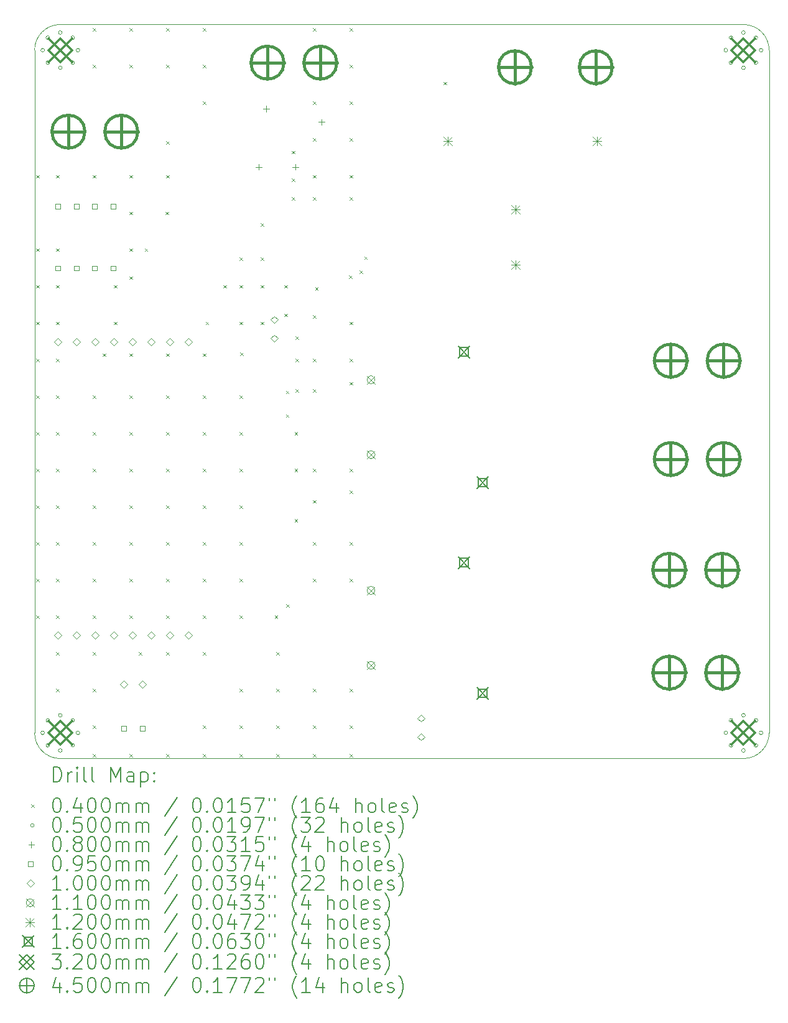
<source format=gbr>
%TF.GenerationSoftware,KiCad,Pcbnew,7.0.9*%
%TF.CreationDate,2024-11-04T23:33:08+09:00*%
%TF.ProjectId,schematic_PWRcutoff,73636865-6d61-4746-9963-5f5057526375,rev?*%
%TF.SameCoordinates,PX4b571c0PY86d97c0*%
%TF.FileFunction,Drillmap*%
%TF.FilePolarity,Positive*%
%FSLAX45Y45*%
G04 Gerber Fmt 4.5, Leading zero omitted, Abs format (unit mm)*
G04 Created by KiCad (PCBNEW 7.0.9) date 2024-11-04 23:33:08*
%MOMM*%
%LPD*%
G01*
G04 APERTURE LIST*
%ADD10C,0.100000*%
%ADD11C,0.200000*%
%ADD12C,0.110000*%
%ADD13C,0.120000*%
%ADD14C,0.160000*%
%ADD15C,0.320000*%
%ADD16C,0.450000*%
G04 APERTURE END LIST*
D10*
X10030000Y9650000D02*
G75*
G03*
X9680000Y10000000I-350000J0D01*
G01*
X9680000Y0D02*
G75*
G03*
X10030000Y350000I0J350000D01*
G01*
X30000Y350000D02*
G75*
G03*
X380000Y0I350000J0D01*
G01*
X380000Y10000000D02*
G75*
G03*
X30000Y9650000I0J-350000D01*
G01*
X9680000Y10000000D02*
X380000Y10000000D01*
X380000Y0D02*
X9680000Y0D01*
X30000Y9650000D02*
X30000Y350000D01*
X10030000Y350000D02*
X10030000Y9650000D01*
D11*
D10*
X50000Y7950000D02*
X90000Y7910000D01*
X90000Y7950000D02*
X50000Y7910000D01*
X50000Y6950000D02*
X90000Y6910000D01*
X90000Y6950000D02*
X50000Y6910000D01*
X50000Y6450000D02*
X90000Y6410000D01*
X90000Y6450000D02*
X50000Y6410000D01*
X50000Y5950000D02*
X90000Y5910000D01*
X90000Y5950000D02*
X50000Y5910000D01*
X50000Y5450000D02*
X90000Y5410000D01*
X90000Y5450000D02*
X50000Y5410000D01*
X50000Y4950000D02*
X90000Y4910000D01*
X90000Y4950000D02*
X50000Y4910000D01*
X50000Y4450000D02*
X90000Y4410000D01*
X90000Y4450000D02*
X50000Y4410000D01*
X50000Y3950000D02*
X90000Y3910000D01*
X90000Y3950000D02*
X50000Y3910000D01*
X50000Y3450000D02*
X90000Y3410000D01*
X90000Y3450000D02*
X50000Y3410000D01*
X50000Y2950000D02*
X90000Y2910000D01*
X90000Y2950000D02*
X50000Y2910000D01*
X50000Y2450000D02*
X90000Y2410000D01*
X90000Y2450000D02*
X50000Y2410000D01*
X50000Y1950000D02*
X90000Y1910000D01*
X90000Y1950000D02*
X50000Y1910000D01*
X320000Y7950000D02*
X360000Y7910000D01*
X360000Y7950000D02*
X320000Y7910000D01*
X320000Y6950000D02*
X360000Y6910000D01*
X360000Y6950000D02*
X320000Y6910000D01*
X320000Y6450000D02*
X360000Y6410000D01*
X360000Y6450000D02*
X320000Y6410000D01*
X320000Y5950000D02*
X360000Y5910000D01*
X360000Y5950000D02*
X320000Y5910000D01*
X320000Y5450000D02*
X360000Y5410000D01*
X360000Y5450000D02*
X320000Y5410000D01*
X320000Y4950000D02*
X360000Y4910000D01*
X360000Y4950000D02*
X320000Y4910000D01*
X320000Y4450000D02*
X360000Y4410000D01*
X360000Y4450000D02*
X320000Y4410000D01*
X320000Y3950000D02*
X360000Y3910000D01*
X360000Y3950000D02*
X320000Y3910000D01*
X320000Y3450000D02*
X360000Y3410000D01*
X360000Y3450000D02*
X320000Y3410000D01*
X320000Y2950000D02*
X360000Y2910000D01*
X360000Y2950000D02*
X320000Y2910000D01*
X320000Y2450000D02*
X360000Y2410000D01*
X360000Y2450000D02*
X320000Y2410000D01*
X320000Y1950000D02*
X360000Y1910000D01*
X360000Y1950000D02*
X320000Y1910000D01*
X320000Y1450000D02*
X360000Y1410000D01*
X360000Y1450000D02*
X320000Y1410000D01*
X320000Y950000D02*
X360000Y910000D01*
X360000Y950000D02*
X320000Y910000D01*
X820000Y9950000D02*
X860000Y9910000D01*
X860000Y9950000D02*
X820000Y9910000D01*
X820000Y9450000D02*
X860000Y9410000D01*
X860000Y9450000D02*
X820000Y9410000D01*
X820000Y7950000D02*
X860000Y7910000D01*
X860000Y7950000D02*
X820000Y7910000D01*
X820000Y4950000D02*
X860000Y4910000D01*
X860000Y4950000D02*
X820000Y4910000D01*
X820000Y4450000D02*
X860000Y4410000D01*
X860000Y4450000D02*
X820000Y4410000D01*
X820000Y3950000D02*
X860000Y3910000D01*
X860000Y3950000D02*
X820000Y3910000D01*
X820000Y3450000D02*
X860000Y3410000D01*
X860000Y3450000D02*
X820000Y3410000D01*
X820000Y2950000D02*
X860000Y2910000D01*
X860000Y2950000D02*
X820000Y2910000D01*
X820000Y2450000D02*
X860000Y2410000D01*
X860000Y2450000D02*
X820000Y2410000D01*
X820000Y1950000D02*
X860000Y1910000D01*
X860000Y1950000D02*
X820000Y1910000D01*
X820000Y1450000D02*
X860000Y1410000D01*
X860000Y1450000D02*
X820000Y1410000D01*
X820000Y950000D02*
X860000Y910000D01*
X860000Y950000D02*
X820000Y910000D01*
X820000Y450000D02*
X860000Y410000D01*
X860000Y450000D02*
X820000Y410000D01*
X820000Y60000D02*
X860000Y20000D01*
X860000Y60000D02*
X820000Y20000D01*
X960000Y5520000D02*
X1000000Y5480000D01*
X1000000Y5520000D02*
X960000Y5480000D01*
X1110000Y6450000D02*
X1150000Y6410000D01*
X1150000Y6450000D02*
X1110000Y6410000D01*
X1110000Y5950000D02*
X1150000Y5910000D01*
X1150000Y5950000D02*
X1110000Y5910000D01*
X1320000Y9950000D02*
X1360000Y9910000D01*
X1360000Y9950000D02*
X1320000Y9910000D01*
X1320000Y9450000D02*
X1360000Y9410000D01*
X1360000Y9450000D02*
X1320000Y9410000D01*
X1320000Y7950000D02*
X1360000Y7910000D01*
X1360000Y7950000D02*
X1320000Y7910000D01*
X1320000Y7450000D02*
X1360000Y7410000D01*
X1360000Y7450000D02*
X1320000Y7410000D01*
X1320000Y6950000D02*
X1360000Y6910000D01*
X1360000Y6950000D02*
X1320000Y6910000D01*
X1320000Y6570000D02*
X1360000Y6530000D01*
X1360000Y6570000D02*
X1320000Y6530000D01*
X1320000Y5520000D02*
X1360000Y5480000D01*
X1360000Y5520000D02*
X1320000Y5480000D01*
X1320000Y4950000D02*
X1360000Y4910000D01*
X1360000Y4950000D02*
X1320000Y4910000D01*
X1320000Y4450000D02*
X1360000Y4410000D01*
X1360000Y4450000D02*
X1320000Y4410000D01*
X1320000Y3950000D02*
X1360000Y3910000D01*
X1360000Y3950000D02*
X1320000Y3910000D01*
X1320000Y3450000D02*
X1360000Y3410000D01*
X1360000Y3450000D02*
X1320000Y3410000D01*
X1320000Y2950000D02*
X1360000Y2910000D01*
X1360000Y2950000D02*
X1320000Y2910000D01*
X1320000Y2450000D02*
X1360000Y2410000D01*
X1360000Y2450000D02*
X1320000Y2410000D01*
X1320000Y1950000D02*
X1360000Y1910000D01*
X1360000Y1950000D02*
X1320000Y1910000D01*
X1320000Y60000D02*
X1360000Y20000D01*
X1360000Y60000D02*
X1320000Y20000D01*
X1450000Y1450000D02*
X1490000Y1410000D01*
X1490000Y1450000D02*
X1450000Y1410000D01*
X1530000Y6950000D02*
X1570000Y6910000D01*
X1570000Y6950000D02*
X1530000Y6910000D01*
X1810000Y7450000D02*
X1850000Y7410000D01*
X1850000Y7450000D02*
X1810000Y7410000D01*
X1820000Y9950000D02*
X1860000Y9910000D01*
X1860000Y9950000D02*
X1820000Y9910000D01*
X1820000Y9450000D02*
X1860000Y9410000D01*
X1860000Y9450000D02*
X1820000Y9410000D01*
X1820000Y8410000D02*
X1860000Y8370000D01*
X1860000Y8410000D02*
X1820000Y8370000D01*
X1820000Y7950000D02*
X1860000Y7910000D01*
X1860000Y7950000D02*
X1820000Y7910000D01*
X1820000Y5520000D02*
X1860000Y5480000D01*
X1860000Y5520000D02*
X1820000Y5480000D01*
X1820000Y4950000D02*
X1860000Y4910000D01*
X1860000Y4950000D02*
X1820000Y4910000D01*
X1820000Y4450000D02*
X1860000Y4410000D01*
X1860000Y4450000D02*
X1820000Y4410000D01*
X1820000Y3950000D02*
X1860000Y3910000D01*
X1860000Y3950000D02*
X1820000Y3910000D01*
X1820000Y3450000D02*
X1860000Y3410000D01*
X1860000Y3450000D02*
X1820000Y3410000D01*
X1820000Y2950000D02*
X1860000Y2910000D01*
X1860000Y2950000D02*
X1820000Y2910000D01*
X1820000Y2450000D02*
X1860000Y2410000D01*
X1860000Y2450000D02*
X1820000Y2410000D01*
X1820000Y1950000D02*
X1860000Y1910000D01*
X1860000Y1950000D02*
X1820000Y1910000D01*
X1820000Y1450000D02*
X1860000Y1410000D01*
X1860000Y1450000D02*
X1820000Y1410000D01*
X1820000Y60000D02*
X1860000Y20000D01*
X1860000Y60000D02*
X1820000Y20000D01*
X2320000Y9950000D02*
X2360000Y9910000D01*
X2360000Y9950000D02*
X2320000Y9910000D01*
X2320000Y9450000D02*
X2360000Y9410000D01*
X2360000Y9450000D02*
X2320000Y9410000D01*
X2320000Y8950000D02*
X2360000Y8910000D01*
X2360000Y8950000D02*
X2320000Y8910000D01*
X2320000Y5520000D02*
X2360000Y5480000D01*
X2360000Y5520000D02*
X2320000Y5480000D01*
X2320000Y4950000D02*
X2360000Y4910000D01*
X2360000Y4950000D02*
X2320000Y4910000D01*
X2320000Y4450000D02*
X2360000Y4410000D01*
X2360000Y4450000D02*
X2320000Y4410000D01*
X2320000Y3950000D02*
X2360000Y3910000D01*
X2360000Y3950000D02*
X2320000Y3910000D01*
X2320000Y3450000D02*
X2360000Y3410000D01*
X2360000Y3450000D02*
X2320000Y3410000D01*
X2320000Y2950000D02*
X2360000Y2910000D01*
X2360000Y2950000D02*
X2320000Y2910000D01*
X2320000Y2450000D02*
X2360000Y2410000D01*
X2360000Y2450000D02*
X2320000Y2410000D01*
X2320000Y1950000D02*
X2360000Y1910000D01*
X2360000Y1950000D02*
X2320000Y1910000D01*
X2320000Y1450000D02*
X2360000Y1410000D01*
X2360000Y1450000D02*
X2320000Y1410000D01*
X2320000Y450000D02*
X2360000Y410000D01*
X2360000Y450000D02*
X2320000Y410000D01*
X2320000Y60000D02*
X2360000Y20000D01*
X2360000Y60000D02*
X2320000Y20000D01*
X2360000Y5950000D02*
X2400000Y5910000D01*
X2400000Y5950000D02*
X2360000Y5910000D01*
X2600000Y6450000D02*
X2640000Y6410000D01*
X2640000Y6450000D02*
X2600000Y6410000D01*
X2820000Y6830000D02*
X2860000Y6790000D01*
X2860000Y6830000D02*
X2820000Y6790000D01*
X2820000Y6450000D02*
X2860000Y6410000D01*
X2860000Y6450000D02*
X2820000Y6410000D01*
X2820000Y5950000D02*
X2860000Y5910000D01*
X2860000Y5950000D02*
X2820000Y5910000D01*
X2820000Y4950000D02*
X2860000Y4910000D01*
X2860000Y4950000D02*
X2820000Y4910000D01*
X2820000Y4450000D02*
X2860000Y4410000D01*
X2860000Y4450000D02*
X2820000Y4410000D01*
X2820000Y3950000D02*
X2860000Y3910000D01*
X2860000Y3950000D02*
X2820000Y3910000D01*
X2820000Y3450000D02*
X2860000Y3410000D01*
X2860000Y3450000D02*
X2820000Y3410000D01*
X2820000Y2950000D02*
X2860000Y2910000D01*
X2860000Y2950000D02*
X2820000Y2910000D01*
X2820000Y2450000D02*
X2860000Y2410000D01*
X2860000Y2450000D02*
X2820000Y2410000D01*
X2820000Y1950000D02*
X2860000Y1910000D01*
X2860000Y1950000D02*
X2820000Y1910000D01*
X2820000Y950000D02*
X2860000Y910000D01*
X2860000Y950000D02*
X2820000Y910000D01*
X2820000Y450000D02*
X2860000Y410000D01*
X2860000Y450000D02*
X2820000Y410000D01*
X2820000Y60000D02*
X2860000Y20000D01*
X2860000Y60000D02*
X2820000Y20000D01*
X2830000Y5530000D02*
X2870000Y5490000D01*
X2870000Y5530000D02*
X2830000Y5490000D01*
X3110000Y7290000D02*
X3150000Y7250000D01*
X3150000Y7290000D02*
X3110000Y7250000D01*
X3110000Y6830000D02*
X3150000Y6790000D01*
X3150000Y6830000D02*
X3110000Y6790000D01*
X3110000Y6450000D02*
X3150000Y6410000D01*
X3150000Y6450000D02*
X3110000Y6410000D01*
X3110000Y5950000D02*
X3150000Y5910000D01*
X3150000Y5950000D02*
X3110000Y5910000D01*
X3299754Y1949754D02*
X3339754Y1909754D01*
X3339754Y1949754D02*
X3299754Y1909754D01*
X3320000Y1450000D02*
X3360000Y1410000D01*
X3360000Y1450000D02*
X3320000Y1410000D01*
X3320000Y950000D02*
X3360000Y910000D01*
X3360000Y950000D02*
X3320000Y910000D01*
X3320000Y450000D02*
X3360000Y410000D01*
X3360000Y450000D02*
X3320000Y410000D01*
X3320000Y60000D02*
X3360000Y20000D01*
X3360000Y60000D02*
X3320000Y20000D01*
X3430000Y6450000D02*
X3470000Y6410000D01*
X3470000Y6450000D02*
X3430000Y6410000D01*
X3430000Y6060000D02*
X3470000Y6020000D01*
X3470000Y6060000D02*
X3430000Y6020000D01*
X3450000Y5010000D02*
X3490000Y4970000D01*
X3490000Y5010000D02*
X3450000Y4970000D01*
X3450000Y4690000D02*
X3490000Y4650000D01*
X3490000Y4690000D02*
X3450000Y4650000D01*
X3455246Y2105246D02*
X3495246Y2065246D01*
X3495246Y2105246D02*
X3455246Y2065246D01*
X3530000Y8280000D02*
X3570000Y8240000D01*
X3570000Y8280000D02*
X3530000Y8240000D01*
X3530000Y7900000D02*
X3570000Y7860000D01*
X3570000Y7900000D02*
X3530000Y7860000D01*
X3530000Y7650000D02*
X3570000Y7610000D01*
X3570000Y7650000D02*
X3530000Y7610000D01*
X3570000Y4450000D02*
X3610000Y4410000D01*
X3610000Y4450000D02*
X3570000Y4410000D01*
X3570000Y3950000D02*
X3610000Y3910000D01*
X3610000Y3950000D02*
X3570000Y3910000D01*
X3570000Y3260000D02*
X3610000Y3220000D01*
X3610000Y3260000D02*
X3570000Y3220000D01*
X3580000Y5750000D02*
X3620000Y5710000D01*
X3620000Y5750000D02*
X3580000Y5710000D01*
X3580000Y5450000D02*
X3620000Y5410000D01*
X3620000Y5450000D02*
X3580000Y5410000D01*
X3580000Y5030000D02*
X3620000Y4990000D01*
X3620000Y5030000D02*
X3580000Y4990000D01*
X3820000Y9950000D02*
X3860000Y9910000D01*
X3860000Y9950000D02*
X3820000Y9910000D01*
X3820000Y8950000D02*
X3860000Y8910000D01*
X3860000Y8950000D02*
X3820000Y8910000D01*
X3820000Y8450000D02*
X3860000Y8410000D01*
X3860000Y8450000D02*
X3820000Y8410000D01*
X3820000Y7950000D02*
X3860000Y7910000D01*
X3860000Y7950000D02*
X3820000Y7910000D01*
X3820000Y7650000D02*
X3860000Y7610000D01*
X3860000Y7650000D02*
X3820000Y7610000D01*
X3820000Y6040000D02*
X3860000Y6000000D01*
X3860000Y6040000D02*
X3820000Y6000000D01*
X3820000Y5450000D02*
X3860000Y5410000D01*
X3860000Y5450000D02*
X3820000Y5410000D01*
X3820000Y5030000D02*
X3860000Y4990000D01*
X3860000Y5030000D02*
X3820000Y4990000D01*
X3820000Y3950000D02*
X3860000Y3910000D01*
X3860000Y3950000D02*
X3820000Y3910000D01*
X3820000Y3520000D02*
X3860000Y3480000D01*
X3860000Y3520000D02*
X3820000Y3480000D01*
X3820000Y2950000D02*
X3860000Y2910000D01*
X3860000Y2950000D02*
X3820000Y2910000D01*
X3820000Y2450000D02*
X3860000Y2410000D01*
X3860000Y2450000D02*
X3820000Y2410000D01*
X3820000Y950000D02*
X3860000Y910000D01*
X3860000Y950000D02*
X3820000Y910000D01*
X3820000Y450000D02*
X3860000Y410000D01*
X3860000Y450000D02*
X3820000Y410000D01*
X3820000Y60000D02*
X3860000Y20000D01*
X3860000Y60000D02*
X3820000Y20000D01*
X3850000Y6420000D02*
X3890000Y6380000D01*
X3890000Y6420000D02*
X3850000Y6380000D01*
X4310000Y6580000D02*
X4350000Y6540000D01*
X4350000Y6580000D02*
X4310000Y6540000D01*
X4320000Y9950000D02*
X4360000Y9910000D01*
X4360000Y9950000D02*
X4320000Y9910000D01*
X4320000Y9450000D02*
X4360000Y9410000D01*
X4360000Y9450000D02*
X4320000Y9410000D01*
X4320000Y8950000D02*
X4360000Y8910000D01*
X4360000Y8950000D02*
X4320000Y8910000D01*
X4320000Y8450000D02*
X4360000Y8410000D01*
X4360000Y8450000D02*
X4320000Y8410000D01*
X4320000Y7950000D02*
X4360000Y7910000D01*
X4360000Y7950000D02*
X4320000Y7910000D01*
X4320000Y7650000D02*
X4360000Y7610000D01*
X4360000Y7650000D02*
X4320000Y7610000D01*
X4320000Y5950000D02*
X4360000Y5910000D01*
X4360000Y5950000D02*
X4320000Y5910000D01*
X4320000Y5450000D02*
X4360000Y5410000D01*
X4360000Y5450000D02*
X4320000Y5410000D01*
X4320000Y5130000D02*
X4360000Y5090000D01*
X4360000Y5130000D02*
X4320000Y5090000D01*
X4320000Y3950000D02*
X4360000Y3910000D01*
X4360000Y3950000D02*
X4320000Y3910000D01*
X4320000Y3650000D02*
X4360000Y3610000D01*
X4360000Y3650000D02*
X4320000Y3610000D01*
X4320000Y2950000D02*
X4360000Y2910000D01*
X4360000Y2950000D02*
X4320000Y2910000D01*
X4320000Y2450000D02*
X4360000Y2410000D01*
X4360000Y2450000D02*
X4320000Y2410000D01*
X4320000Y950000D02*
X4360000Y910000D01*
X4360000Y950000D02*
X4320000Y910000D01*
X4320000Y450000D02*
X4360000Y410000D01*
X4360000Y450000D02*
X4320000Y410000D01*
X4320000Y60000D02*
X4360000Y20000D01*
X4360000Y60000D02*
X4320000Y20000D01*
X4453800Y6650000D02*
X4493800Y6610000D01*
X4493800Y6650000D02*
X4453800Y6610000D01*
X4518750Y6840000D02*
X4558750Y6800000D01*
X4558750Y6840000D02*
X4518750Y6800000D01*
X5600000Y9220000D02*
X5640000Y9180000D01*
X5640000Y9220000D02*
X5600000Y9180000D01*
X165000Y9650000D02*
G75*
G03*
X165000Y9650000I-25000J0D01*
G01*
X165000Y350000D02*
G75*
G03*
X165000Y350000I-25000J0D01*
G01*
X235294Y9819706D02*
G75*
G03*
X235294Y9819706I-25000J0D01*
G01*
X235294Y9480294D02*
G75*
G03*
X235294Y9480294I-25000J0D01*
G01*
X235294Y519706D02*
G75*
G03*
X235294Y519706I-25000J0D01*
G01*
X235294Y180294D02*
G75*
G03*
X235294Y180294I-25000J0D01*
G01*
X405000Y9890000D02*
G75*
G03*
X405000Y9890000I-25000J0D01*
G01*
X405000Y9410000D02*
G75*
G03*
X405000Y9410000I-25000J0D01*
G01*
X405000Y590000D02*
G75*
G03*
X405000Y590000I-25000J0D01*
G01*
X405000Y110000D02*
G75*
G03*
X405000Y110000I-25000J0D01*
G01*
X574706Y9819706D02*
G75*
G03*
X574706Y9819706I-25000J0D01*
G01*
X574706Y9480294D02*
G75*
G03*
X574706Y9480294I-25000J0D01*
G01*
X574706Y519706D02*
G75*
G03*
X574706Y519706I-25000J0D01*
G01*
X574706Y180294D02*
G75*
G03*
X574706Y180294I-25000J0D01*
G01*
X645000Y9650000D02*
G75*
G03*
X645000Y9650000I-25000J0D01*
G01*
X645000Y350000D02*
G75*
G03*
X645000Y350000I-25000J0D01*
G01*
X9465000Y9650000D02*
G75*
G03*
X9465000Y9650000I-25000J0D01*
G01*
X9465000Y350000D02*
G75*
G03*
X9465000Y350000I-25000J0D01*
G01*
X9535294Y9819706D02*
G75*
G03*
X9535294Y9819706I-25000J0D01*
G01*
X9535294Y9480294D02*
G75*
G03*
X9535294Y9480294I-25000J0D01*
G01*
X9535294Y519706D02*
G75*
G03*
X9535294Y519706I-25000J0D01*
G01*
X9535294Y180294D02*
G75*
G03*
X9535294Y180294I-25000J0D01*
G01*
X9705000Y9890000D02*
G75*
G03*
X9705000Y9890000I-25000J0D01*
G01*
X9705000Y9410000D02*
G75*
G03*
X9705000Y9410000I-25000J0D01*
G01*
X9705000Y590000D02*
G75*
G03*
X9705000Y590000I-25000J0D01*
G01*
X9705000Y110000D02*
G75*
G03*
X9705000Y110000I-25000J0D01*
G01*
X9874706Y9819706D02*
G75*
G03*
X9874706Y9819706I-25000J0D01*
G01*
X9874706Y9480294D02*
G75*
G03*
X9874706Y9480294I-25000J0D01*
G01*
X9874706Y519706D02*
G75*
G03*
X9874706Y519706I-25000J0D01*
G01*
X9874706Y180294D02*
G75*
G03*
X9874706Y180294I-25000J0D01*
G01*
X9945000Y9650000D02*
G75*
G03*
X9945000Y9650000I-25000J0D01*
G01*
X9945000Y350000D02*
G75*
G03*
X9945000Y350000I-25000J0D01*
G01*
X3079735Y8100000D02*
X3079735Y8020000D01*
X3039735Y8060000D02*
X3119735Y8060000D01*
X3185000Y8890000D02*
X3185000Y8810000D01*
X3145000Y8850000D02*
X3225000Y8850000D01*
X3579735Y8100000D02*
X3579735Y8020000D01*
X3539735Y8060000D02*
X3619735Y8060000D01*
X3935000Y8710000D02*
X3935000Y8630000D01*
X3895000Y8670000D02*
X3975000Y8670000D01*
X383588Y7491412D02*
X383588Y7558588D01*
X316412Y7558588D01*
X316412Y7491412D01*
X383588Y7491412D01*
X383588Y6646412D02*
X383588Y6713588D01*
X316412Y6713588D01*
X316412Y6646412D01*
X383588Y6646412D01*
X633588Y7491412D02*
X633588Y7558588D01*
X566412Y7558588D01*
X566412Y7491412D01*
X633588Y7491412D01*
X633588Y6646412D02*
X633588Y6713588D01*
X566412Y6713588D01*
X566412Y6646412D01*
X633588Y6646412D01*
X883588Y7491412D02*
X883588Y7558588D01*
X816412Y7558588D01*
X816412Y7491412D01*
X883588Y7491412D01*
X883588Y6646412D02*
X883588Y6713588D01*
X816412Y6713588D01*
X816412Y6646412D01*
X883588Y6646412D01*
X1133588Y7491412D02*
X1133588Y7558588D01*
X1066412Y7558588D01*
X1066412Y7491412D01*
X1133588Y7491412D01*
X1133588Y6646412D02*
X1133588Y6713588D01*
X1066412Y6713588D01*
X1066412Y6646412D01*
X1133588Y6646412D01*
X1278588Y376412D02*
X1278588Y443588D01*
X1211412Y443588D01*
X1211412Y376412D01*
X1278588Y376412D01*
X1528588Y376412D02*
X1528588Y443588D01*
X1461412Y443588D01*
X1461412Y376412D01*
X1528588Y376412D01*
X350000Y5630000D02*
X400000Y5680000D01*
X350000Y5730000D01*
X300000Y5680000D01*
X350000Y5630000D01*
X350000Y1630000D02*
X400000Y1680000D01*
X350000Y1730000D01*
X300000Y1680000D01*
X350000Y1630000D01*
X604000Y5630000D02*
X654000Y5680000D01*
X604000Y5730000D01*
X554000Y5680000D01*
X604000Y5630000D01*
X604000Y1630000D02*
X654000Y1680000D01*
X604000Y1730000D01*
X554000Y1680000D01*
X604000Y1630000D01*
X858000Y5630000D02*
X908000Y5680000D01*
X858000Y5730000D01*
X808000Y5680000D01*
X858000Y5630000D01*
X858000Y1630000D02*
X908000Y1680000D01*
X858000Y1730000D01*
X808000Y1680000D01*
X858000Y1630000D01*
X1112000Y5630000D02*
X1162000Y5680000D01*
X1112000Y5730000D01*
X1062000Y5680000D01*
X1112000Y5630000D01*
X1112000Y1630000D02*
X1162000Y1680000D01*
X1112000Y1730000D01*
X1062000Y1680000D01*
X1112000Y1630000D01*
X1242500Y960000D02*
X1292500Y1010000D01*
X1242500Y1060000D01*
X1192500Y1010000D01*
X1242500Y960000D01*
X1366000Y5630000D02*
X1416000Y5680000D01*
X1366000Y5730000D01*
X1316000Y5680000D01*
X1366000Y5630000D01*
X1366000Y1630000D02*
X1416000Y1680000D01*
X1366000Y1730000D01*
X1316000Y1680000D01*
X1366000Y1630000D01*
X1496500Y960000D02*
X1546500Y1010000D01*
X1496500Y1060000D01*
X1446500Y1010000D01*
X1496500Y960000D01*
X1620000Y5630000D02*
X1670000Y5680000D01*
X1620000Y5730000D01*
X1570000Y5680000D01*
X1620000Y5630000D01*
X1620000Y1630000D02*
X1670000Y1680000D01*
X1620000Y1730000D01*
X1570000Y1680000D01*
X1620000Y1630000D01*
X1874000Y5630000D02*
X1924000Y5680000D01*
X1874000Y5730000D01*
X1824000Y5680000D01*
X1874000Y5630000D01*
X1874000Y1630000D02*
X1924000Y1680000D01*
X1874000Y1730000D01*
X1824000Y1680000D01*
X1874000Y1630000D01*
X2128000Y5630000D02*
X2178000Y5680000D01*
X2128000Y5730000D01*
X2078000Y5680000D01*
X2128000Y5630000D01*
X2128000Y1630000D02*
X2178000Y1680000D01*
X2128000Y1730000D01*
X2078000Y1680000D01*
X2128000Y1630000D01*
X3290000Y5927500D02*
X3340000Y5977500D01*
X3290000Y6027500D01*
X3240000Y5977500D01*
X3290000Y5927500D01*
X3290000Y5673500D02*
X3340000Y5723500D01*
X3290000Y5773500D01*
X3240000Y5723500D01*
X3290000Y5673500D01*
X5290000Y500000D02*
X5340000Y550000D01*
X5290000Y600000D01*
X5240000Y550000D01*
X5290000Y500000D01*
X5290000Y246000D02*
X5340000Y296000D01*
X5290000Y346000D01*
X5240000Y296000D01*
X5290000Y246000D01*
D12*
X4555000Y5215000D02*
X4665000Y5105000D01*
X4665000Y5215000D02*
X4555000Y5105000D01*
X4665000Y5160000D02*
G75*
G03*
X4665000Y5160000I-55000J0D01*
G01*
X4555000Y4195000D02*
X4665000Y4085000D01*
X4665000Y4195000D02*
X4555000Y4085000D01*
X4665000Y4140000D02*
G75*
G03*
X4665000Y4140000I-55000J0D01*
G01*
X4555000Y2345000D02*
X4665000Y2235000D01*
X4665000Y2345000D02*
X4555000Y2235000D01*
X4665000Y2290000D02*
G75*
G03*
X4665000Y2290000I-55000J0D01*
G01*
X4555000Y1325000D02*
X4665000Y1215000D01*
X4665000Y1325000D02*
X4555000Y1215000D01*
X4665000Y1270000D02*
G75*
G03*
X4665000Y1270000I-55000J0D01*
G01*
D13*
X5594000Y8470000D02*
X5714000Y8350000D01*
X5714000Y8470000D02*
X5594000Y8350000D01*
X5654000Y8470000D02*
X5654000Y8350000D01*
X5594000Y8410000D02*
X5714000Y8410000D01*
X6520000Y7540000D02*
X6640000Y7420000D01*
X6640000Y7540000D02*
X6520000Y7420000D01*
X6580000Y7540000D02*
X6580000Y7420000D01*
X6520000Y7480000D02*
X6640000Y7480000D01*
X6520000Y6790000D02*
X6640000Y6670000D01*
X6640000Y6790000D02*
X6520000Y6670000D01*
X6580000Y6790000D02*
X6580000Y6670000D01*
X6520000Y6730000D02*
X6640000Y6730000D01*
X7626000Y8470000D02*
X7746000Y8350000D01*
X7746000Y8470000D02*
X7626000Y8350000D01*
X7686000Y8470000D02*
X7686000Y8350000D01*
X7626000Y8410000D02*
X7746000Y8410000D01*
D14*
X5796000Y5620000D02*
X5956000Y5460000D01*
X5956000Y5620000D02*
X5796000Y5460000D01*
X5932569Y5483431D02*
X5932569Y5596569D01*
X5819431Y5596569D01*
X5819431Y5483431D01*
X5932569Y5483431D01*
X5796000Y2750000D02*
X5956000Y2590000D01*
X5956000Y2750000D02*
X5796000Y2590000D01*
X5932569Y2613431D02*
X5932569Y2726569D01*
X5819431Y2726569D01*
X5819431Y2613431D01*
X5932569Y2613431D01*
X6050000Y3840000D02*
X6210000Y3680000D01*
X6210000Y3840000D02*
X6050000Y3680000D01*
X6186569Y3703431D02*
X6186569Y3816569D01*
X6073431Y3816569D01*
X6073431Y3703431D01*
X6186569Y3703431D01*
X6050000Y970000D02*
X6210000Y810000D01*
X6210000Y970000D02*
X6050000Y810000D01*
X6186569Y833431D02*
X6186569Y946569D01*
X6073431Y946569D01*
X6073431Y833431D01*
X6186569Y833431D01*
D15*
X220000Y9810000D02*
X540000Y9490000D01*
X540000Y9810000D02*
X220000Y9490000D01*
X380000Y9490000D02*
X540000Y9650000D01*
X380000Y9810000D01*
X220000Y9650000D01*
X380000Y9490000D01*
X220000Y510000D02*
X540000Y190000D01*
X540000Y510000D02*
X220000Y190000D01*
X380000Y190000D02*
X540000Y350000D01*
X380000Y510000D01*
X220000Y350000D01*
X380000Y190000D01*
X9520000Y9810000D02*
X9840000Y9490000D01*
X9840000Y9810000D02*
X9520000Y9490000D01*
X9680000Y9490000D02*
X9840000Y9650000D01*
X9680000Y9810000D01*
X9520000Y9650000D01*
X9680000Y9490000D01*
X9520000Y510000D02*
X9840000Y190000D01*
X9840000Y510000D02*
X9520000Y190000D01*
X9680000Y190000D02*
X9840000Y350000D01*
X9680000Y510000D01*
X9520000Y350000D01*
X9680000Y190000D01*
D16*
X490000Y8765000D02*
X490000Y8315000D01*
X265000Y8540000D02*
X715000Y8540000D01*
X715000Y8540000D02*
G75*
G03*
X715000Y8540000I-225000J0D01*
G01*
X1210000Y8765000D02*
X1210000Y8315000D01*
X985000Y8540000D02*
X1435000Y8540000D01*
X1435000Y8540000D02*
G75*
G03*
X1435000Y8540000I-225000J0D01*
G01*
X3200000Y9705000D02*
X3200000Y9255000D01*
X2975000Y9480000D02*
X3425000Y9480000D01*
X3425000Y9480000D02*
G75*
G03*
X3425000Y9480000I-225000J0D01*
G01*
X3920000Y9705000D02*
X3920000Y9255000D01*
X3695000Y9480000D02*
X4145000Y9480000D01*
X4145000Y9480000D02*
G75*
G03*
X4145000Y9480000I-225000J0D01*
G01*
X6570000Y9642500D02*
X6570000Y9192500D01*
X6345000Y9417500D02*
X6795000Y9417500D01*
X6795000Y9417500D02*
G75*
G03*
X6795000Y9417500I-225000J0D01*
G01*
X7670000Y9642500D02*
X7670000Y9192500D01*
X7445000Y9417500D02*
X7895000Y9417500D01*
X7895000Y9417500D02*
G75*
G03*
X7895000Y9417500I-225000J0D01*
G01*
X8670000Y2795000D02*
X8670000Y2345000D01*
X8445000Y2570000D02*
X8895000Y2570000D01*
X8895000Y2570000D02*
G75*
G03*
X8895000Y2570000I-225000J0D01*
G01*
X8670000Y1395000D02*
X8670000Y945000D01*
X8445000Y1170000D02*
X8895000Y1170000D01*
X8895000Y1170000D02*
G75*
G03*
X8895000Y1170000I-225000J0D01*
G01*
X8690000Y5645000D02*
X8690000Y5195000D01*
X8465000Y5420000D02*
X8915000Y5420000D01*
X8915000Y5420000D02*
G75*
G03*
X8915000Y5420000I-225000J0D01*
G01*
X8690000Y4305000D02*
X8690000Y3855000D01*
X8465000Y4080000D02*
X8915000Y4080000D01*
X8915000Y4080000D02*
G75*
G03*
X8915000Y4080000I-225000J0D01*
G01*
X9390000Y2795000D02*
X9390000Y2345000D01*
X9165000Y2570000D02*
X9615000Y2570000D01*
X9615000Y2570000D02*
G75*
G03*
X9615000Y2570000I-225000J0D01*
G01*
X9390000Y1395000D02*
X9390000Y945000D01*
X9165000Y1170000D02*
X9615000Y1170000D01*
X9615000Y1170000D02*
G75*
G03*
X9615000Y1170000I-225000J0D01*
G01*
X9410000Y5645000D02*
X9410000Y5195000D01*
X9185000Y5420000D02*
X9635000Y5420000D01*
X9635000Y5420000D02*
G75*
G03*
X9635000Y5420000I-225000J0D01*
G01*
X9410000Y4305000D02*
X9410000Y3855000D01*
X9185000Y4080000D02*
X9635000Y4080000D01*
X9635000Y4080000D02*
G75*
G03*
X9635000Y4080000I-225000J0D01*
G01*
D11*
X285777Y-316484D02*
X285777Y-116484D01*
X285777Y-116484D02*
X333396Y-116484D01*
X333396Y-116484D02*
X361967Y-126008D01*
X361967Y-126008D02*
X381015Y-145055D01*
X381015Y-145055D02*
X390539Y-164103D01*
X390539Y-164103D02*
X400062Y-202198D01*
X400062Y-202198D02*
X400062Y-230769D01*
X400062Y-230769D02*
X390539Y-268865D01*
X390539Y-268865D02*
X381015Y-287912D01*
X381015Y-287912D02*
X361967Y-306960D01*
X361967Y-306960D02*
X333396Y-316484D01*
X333396Y-316484D02*
X285777Y-316484D01*
X485777Y-316484D02*
X485777Y-183150D01*
X485777Y-221246D02*
X495301Y-202198D01*
X495301Y-202198D02*
X504824Y-192674D01*
X504824Y-192674D02*
X523872Y-183150D01*
X523872Y-183150D02*
X542920Y-183150D01*
X609586Y-316484D02*
X609586Y-183150D01*
X609586Y-116484D02*
X600063Y-126008D01*
X600063Y-126008D02*
X609586Y-135531D01*
X609586Y-135531D02*
X619110Y-126008D01*
X619110Y-126008D02*
X609586Y-116484D01*
X609586Y-116484D02*
X609586Y-135531D01*
X733396Y-316484D02*
X714348Y-306960D01*
X714348Y-306960D02*
X704824Y-287912D01*
X704824Y-287912D02*
X704824Y-116484D01*
X838158Y-316484D02*
X819110Y-306960D01*
X819110Y-306960D02*
X809586Y-287912D01*
X809586Y-287912D02*
X809586Y-116484D01*
X1066729Y-316484D02*
X1066729Y-116484D01*
X1066729Y-116484D02*
X1133396Y-259341D01*
X1133396Y-259341D02*
X1200063Y-116484D01*
X1200063Y-116484D02*
X1200063Y-316484D01*
X1381015Y-316484D02*
X1381015Y-211722D01*
X1381015Y-211722D02*
X1371491Y-192674D01*
X1371491Y-192674D02*
X1352444Y-183150D01*
X1352444Y-183150D02*
X1314348Y-183150D01*
X1314348Y-183150D02*
X1295301Y-192674D01*
X1381015Y-306960D02*
X1361967Y-316484D01*
X1361967Y-316484D02*
X1314348Y-316484D01*
X1314348Y-316484D02*
X1295301Y-306960D01*
X1295301Y-306960D02*
X1285777Y-287912D01*
X1285777Y-287912D02*
X1285777Y-268865D01*
X1285777Y-268865D02*
X1295301Y-249817D01*
X1295301Y-249817D02*
X1314348Y-240293D01*
X1314348Y-240293D02*
X1361967Y-240293D01*
X1361967Y-240293D02*
X1381015Y-230769D01*
X1476253Y-183150D02*
X1476253Y-383150D01*
X1476253Y-192674D02*
X1495301Y-183150D01*
X1495301Y-183150D02*
X1533396Y-183150D01*
X1533396Y-183150D02*
X1552443Y-192674D01*
X1552443Y-192674D02*
X1561967Y-202198D01*
X1561967Y-202198D02*
X1571491Y-221246D01*
X1571491Y-221246D02*
X1571491Y-278389D01*
X1571491Y-278389D02*
X1561967Y-297436D01*
X1561967Y-297436D02*
X1552443Y-306960D01*
X1552443Y-306960D02*
X1533396Y-316484D01*
X1533396Y-316484D02*
X1495301Y-316484D01*
X1495301Y-316484D02*
X1476253Y-306960D01*
X1657205Y-297436D02*
X1666729Y-306960D01*
X1666729Y-306960D02*
X1657205Y-316484D01*
X1657205Y-316484D02*
X1647682Y-306960D01*
X1647682Y-306960D02*
X1657205Y-297436D01*
X1657205Y-297436D02*
X1657205Y-316484D01*
X1657205Y-192674D02*
X1666729Y-202198D01*
X1666729Y-202198D02*
X1657205Y-211722D01*
X1657205Y-211722D02*
X1647682Y-202198D01*
X1647682Y-202198D02*
X1657205Y-192674D01*
X1657205Y-192674D02*
X1657205Y-211722D01*
D10*
X-15000Y-625000D02*
X25000Y-665000D01*
X25000Y-625000D02*
X-15000Y-665000D01*
D11*
X323872Y-536484D02*
X342920Y-536484D01*
X342920Y-536484D02*
X361967Y-546008D01*
X361967Y-546008D02*
X371491Y-555531D01*
X371491Y-555531D02*
X381015Y-574579D01*
X381015Y-574579D02*
X390539Y-612674D01*
X390539Y-612674D02*
X390539Y-660293D01*
X390539Y-660293D02*
X381015Y-698389D01*
X381015Y-698389D02*
X371491Y-717436D01*
X371491Y-717436D02*
X361967Y-726960D01*
X361967Y-726960D02*
X342920Y-736484D01*
X342920Y-736484D02*
X323872Y-736484D01*
X323872Y-736484D02*
X304824Y-726960D01*
X304824Y-726960D02*
X295301Y-717436D01*
X295301Y-717436D02*
X285777Y-698389D01*
X285777Y-698389D02*
X276253Y-660293D01*
X276253Y-660293D02*
X276253Y-612674D01*
X276253Y-612674D02*
X285777Y-574579D01*
X285777Y-574579D02*
X295301Y-555531D01*
X295301Y-555531D02*
X304824Y-546008D01*
X304824Y-546008D02*
X323872Y-536484D01*
X476253Y-717436D02*
X485777Y-726960D01*
X485777Y-726960D02*
X476253Y-736484D01*
X476253Y-736484D02*
X466729Y-726960D01*
X466729Y-726960D02*
X476253Y-717436D01*
X476253Y-717436D02*
X476253Y-736484D01*
X657205Y-603150D02*
X657205Y-736484D01*
X609586Y-526960D02*
X561967Y-669817D01*
X561967Y-669817D02*
X685777Y-669817D01*
X800062Y-536484D02*
X819110Y-536484D01*
X819110Y-536484D02*
X838158Y-546008D01*
X838158Y-546008D02*
X847682Y-555531D01*
X847682Y-555531D02*
X857205Y-574579D01*
X857205Y-574579D02*
X866729Y-612674D01*
X866729Y-612674D02*
X866729Y-660293D01*
X866729Y-660293D02*
X857205Y-698389D01*
X857205Y-698389D02*
X847682Y-717436D01*
X847682Y-717436D02*
X838158Y-726960D01*
X838158Y-726960D02*
X819110Y-736484D01*
X819110Y-736484D02*
X800062Y-736484D01*
X800062Y-736484D02*
X781015Y-726960D01*
X781015Y-726960D02*
X771491Y-717436D01*
X771491Y-717436D02*
X761967Y-698389D01*
X761967Y-698389D02*
X752443Y-660293D01*
X752443Y-660293D02*
X752443Y-612674D01*
X752443Y-612674D02*
X761967Y-574579D01*
X761967Y-574579D02*
X771491Y-555531D01*
X771491Y-555531D02*
X781015Y-546008D01*
X781015Y-546008D02*
X800062Y-536484D01*
X990539Y-536484D02*
X1009586Y-536484D01*
X1009586Y-536484D02*
X1028634Y-546008D01*
X1028634Y-546008D02*
X1038158Y-555531D01*
X1038158Y-555531D02*
X1047682Y-574579D01*
X1047682Y-574579D02*
X1057205Y-612674D01*
X1057205Y-612674D02*
X1057205Y-660293D01*
X1057205Y-660293D02*
X1047682Y-698389D01*
X1047682Y-698389D02*
X1038158Y-717436D01*
X1038158Y-717436D02*
X1028634Y-726960D01*
X1028634Y-726960D02*
X1009586Y-736484D01*
X1009586Y-736484D02*
X990539Y-736484D01*
X990539Y-736484D02*
X971491Y-726960D01*
X971491Y-726960D02*
X961967Y-717436D01*
X961967Y-717436D02*
X952443Y-698389D01*
X952443Y-698389D02*
X942920Y-660293D01*
X942920Y-660293D02*
X942920Y-612674D01*
X942920Y-612674D02*
X952443Y-574579D01*
X952443Y-574579D02*
X961967Y-555531D01*
X961967Y-555531D02*
X971491Y-546008D01*
X971491Y-546008D02*
X990539Y-536484D01*
X1142920Y-736484D02*
X1142920Y-603150D01*
X1142920Y-622198D02*
X1152444Y-612674D01*
X1152444Y-612674D02*
X1171491Y-603150D01*
X1171491Y-603150D02*
X1200063Y-603150D01*
X1200063Y-603150D02*
X1219110Y-612674D01*
X1219110Y-612674D02*
X1228634Y-631722D01*
X1228634Y-631722D02*
X1228634Y-736484D01*
X1228634Y-631722D02*
X1238158Y-612674D01*
X1238158Y-612674D02*
X1257205Y-603150D01*
X1257205Y-603150D02*
X1285777Y-603150D01*
X1285777Y-603150D02*
X1304825Y-612674D01*
X1304825Y-612674D02*
X1314348Y-631722D01*
X1314348Y-631722D02*
X1314348Y-736484D01*
X1409586Y-736484D02*
X1409586Y-603150D01*
X1409586Y-622198D02*
X1419110Y-612674D01*
X1419110Y-612674D02*
X1438158Y-603150D01*
X1438158Y-603150D02*
X1466729Y-603150D01*
X1466729Y-603150D02*
X1485777Y-612674D01*
X1485777Y-612674D02*
X1495301Y-631722D01*
X1495301Y-631722D02*
X1495301Y-736484D01*
X1495301Y-631722D02*
X1504824Y-612674D01*
X1504824Y-612674D02*
X1523872Y-603150D01*
X1523872Y-603150D02*
X1552443Y-603150D01*
X1552443Y-603150D02*
X1571491Y-612674D01*
X1571491Y-612674D02*
X1581015Y-631722D01*
X1581015Y-631722D02*
X1581015Y-736484D01*
X1971491Y-526960D02*
X1800063Y-784103D01*
X2228634Y-536484D02*
X2247682Y-536484D01*
X2247682Y-536484D02*
X2266729Y-546008D01*
X2266729Y-546008D02*
X2276253Y-555531D01*
X2276253Y-555531D02*
X2285777Y-574579D01*
X2285777Y-574579D02*
X2295301Y-612674D01*
X2295301Y-612674D02*
X2295301Y-660293D01*
X2295301Y-660293D02*
X2285777Y-698389D01*
X2285777Y-698389D02*
X2276253Y-717436D01*
X2276253Y-717436D02*
X2266729Y-726960D01*
X2266729Y-726960D02*
X2247682Y-736484D01*
X2247682Y-736484D02*
X2228634Y-736484D01*
X2228634Y-736484D02*
X2209587Y-726960D01*
X2209587Y-726960D02*
X2200063Y-717436D01*
X2200063Y-717436D02*
X2190539Y-698389D01*
X2190539Y-698389D02*
X2181015Y-660293D01*
X2181015Y-660293D02*
X2181015Y-612674D01*
X2181015Y-612674D02*
X2190539Y-574579D01*
X2190539Y-574579D02*
X2200063Y-555531D01*
X2200063Y-555531D02*
X2209587Y-546008D01*
X2209587Y-546008D02*
X2228634Y-536484D01*
X2381015Y-717436D02*
X2390539Y-726960D01*
X2390539Y-726960D02*
X2381015Y-736484D01*
X2381015Y-736484D02*
X2371491Y-726960D01*
X2371491Y-726960D02*
X2381015Y-717436D01*
X2381015Y-717436D02*
X2381015Y-736484D01*
X2514348Y-536484D02*
X2533396Y-536484D01*
X2533396Y-536484D02*
X2552444Y-546008D01*
X2552444Y-546008D02*
X2561968Y-555531D01*
X2561968Y-555531D02*
X2571491Y-574579D01*
X2571491Y-574579D02*
X2581015Y-612674D01*
X2581015Y-612674D02*
X2581015Y-660293D01*
X2581015Y-660293D02*
X2571491Y-698389D01*
X2571491Y-698389D02*
X2561968Y-717436D01*
X2561968Y-717436D02*
X2552444Y-726960D01*
X2552444Y-726960D02*
X2533396Y-736484D01*
X2533396Y-736484D02*
X2514348Y-736484D01*
X2514348Y-736484D02*
X2495301Y-726960D01*
X2495301Y-726960D02*
X2485777Y-717436D01*
X2485777Y-717436D02*
X2476253Y-698389D01*
X2476253Y-698389D02*
X2466729Y-660293D01*
X2466729Y-660293D02*
X2466729Y-612674D01*
X2466729Y-612674D02*
X2476253Y-574579D01*
X2476253Y-574579D02*
X2485777Y-555531D01*
X2485777Y-555531D02*
X2495301Y-546008D01*
X2495301Y-546008D02*
X2514348Y-536484D01*
X2771491Y-736484D02*
X2657206Y-736484D01*
X2714348Y-736484D02*
X2714348Y-536484D01*
X2714348Y-536484D02*
X2695301Y-565055D01*
X2695301Y-565055D02*
X2676253Y-584103D01*
X2676253Y-584103D02*
X2657206Y-593627D01*
X2952444Y-536484D02*
X2857206Y-536484D01*
X2857206Y-536484D02*
X2847682Y-631722D01*
X2847682Y-631722D02*
X2857206Y-622198D01*
X2857206Y-622198D02*
X2876253Y-612674D01*
X2876253Y-612674D02*
X2923872Y-612674D01*
X2923872Y-612674D02*
X2942920Y-622198D01*
X2942920Y-622198D02*
X2952444Y-631722D01*
X2952444Y-631722D02*
X2961967Y-650770D01*
X2961967Y-650770D02*
X2961967Y-698389D01*
X2961967Y-698389D02*
X2952444Y-717436D01*
X2952444Y-717436D02*
X2942920Y-726960D01*
X2942920Y-726960D02*
X2923872Y-736484D01*
X2923872Y-736484D02*
X2876253Y-736484D01*
X2876253Y-736484D02*
X2857206Y-726960D01*
X2857206Y-726960D02*
X2847682Y-717436D01*
X3028634Y-536484D02*
X3161967Y-536484D01*
X3161967Y-536484D02*
X3076253Y-736484D01*
X3228634Y-536484D02*
X3228634Y-574579D01*
X3304825Y-536484D02*
X3304825Y-574579D01*
X3600063Y-812674D02*
X3590539Y-803150D01*
X3590539Y-803150D02*
X3571491Y-774579D01*
X3571491Y-774579D02*
X3561968Y-755531D01*
X3561968Y-755531D02*
X3552444Y-726960D01*
X3552444Y-726960D02*
X3542920Y-679341D01*
X3542920Y-679341D02*
X3542920Y-641246D01*
X3542920Y-641246D02*
X3552444Y-593627D01*
X3552444Y-593627D02*
X3561968Y-565055D01*
X3561968Y-565055D02*
X3571491Y-546008D01*
X3571491Y-546008D02*
X3590539Y-517436D01*
X3590539Y-517436D02*
X3600063Y-507912D01*
X3781015Y-736484D02*
X3666729Y-736484D01*
X3723872Y-736484D02*
X3723872Y-536484D01*
X3723872Y-536484D02*
X3704825Y-565055D01*
X3704825Y-565055D02*
X3685777Y-584103D01*
X3685777Y-584103D02*
X3666729Y-593627D01*
X3952444Y-536484D02*
X3914348Y-536484D01*
X3914348Y-536484D02*
X3895301Y-546008D01*
X3895301Y-546008D02*
X3885777Y-555531D01*
X3885777Y-555531D02*
X3866729Y-584103D01*
X3866729Y-584103D02*
X3857206Y-622198D01*
X3857206Y-622198D02*
X3857206Y-698389D01*
X3857206Y-698389D02*
X3866729Y-717436D01*
X3866729Y-717436D02*
X3876253Y-726960D01*
X3876253Y-726960D02*
X3895301Y-736484D01*
X3895301Y-736484D02*
X3933396Y-736484D01*
X3933396Y-736484D02*
X3952444Y-726960D01*
X3952444Y-726960D02*
X3961968Y-717436D01*
X3961968Y-717436D02*
X3971491Y-698389D01*
X3971491Y-698389D02*
X3971491Y-650770D01*
X3971491Y-650770D02*
X3961968Y-631722D01*
X3961968Y-631722D02*
X3952444Y-622198D01*
X3952444Y-622198D02*
X3933396Y-612674D01*
X3933396Y-612674D02*
X3895301Y-612674D01*
X3895301Y-612674D02*
X3876253Y-622198D01*
X3876253Y-622198D02*
X3866729Y-631722D01*
X3866729Y-631722D02*
X3857206Y-650770D01*
X4142920Y-603150D02*
X4142920Y-736484D01*
X4095301Y-526960D02*
X4047682Y-669817D01*
X4047682Y-669817D02*
X4171491Y-669817D01*
X4400063Y-736484D02*
X4400063Y-536484D01*
X4485777Y-736484D02*
X4485777Y-631722D01*
X4485777Y-631722D02*
X4476253Y-612674D01*
X4476253Y-612674D02*
X4457206Y-603150D01*
X4457206Y-603150D02*
X4428634Y-603150D01*
X4428634Y-603150D02*
X4409587Y-612674D01*
X4409587Y-612674D02*
X4400063Y-622198D01*
X4609587Y-736484D02*
X4590539Y-726960D01*
X4590539Y-726960D02*
X4581015Y-717436D01*
X4581015Y-717436D02*
X4571492Y-698389D01*
X4571492Y-698389D02*
X4571492Y-641246D01*
X4571492Y-641246D02*
X4581015Y-622198D01*
X4581015Y-622198D02*
X4590539Y-612674D01*
X4590539Y-612674D02*
X4609587Y-603150D01*
X4609587Y-603150D02*
X4638158Y-603150D01*
X4638158Y-603150D02*
X4657206Y-612674D01*
X4657206Y-612674D02*
X4666730Y-622198D01*
X4666730Y-622198D02*
X4676253Y-641246D01*
X4676253Y-641246D02*
X4676253Y-698389D01*
X4676253Y-698389D02*
X4666730Y-717436D01*
X4666730Y-717436D02*
X4657206Y-726960D01*
X4657206Y-726960D02*
X4638158Y-736484D01*
X4638158Y-736484D02*
X4609587Y-736484D01*
X4790539Y-736484D02*
X4771492Y-726960D01*
X4771492Y-726960D02*
X4761968Y-707912D01*
X4761968Y-707912D02*
X4761968Y-536484D01*
X4942920Y-726960D02*
X4923873Y-736484D01*
X4923873Y-736484D02*
X4885777Y-736484D01*
X4885777Y-736484D02*
X4866730Y-726960D01*
X4866730Y-726960D02*
X4857206Y-707912D01*
X4857206Y-707912D02*
X4857206Y-631722D01*
X4857206Y-631722D02*
X4866730Y-612674D01*
X4866730Y-612674D02*
X4885777Y-603150D01*
X4885777Y-603150D02*
X4923873Y-603150D01*
X4923873Y-603150D02*
X4942920Y-612674D01*
X4942920Y-612674D02*
X4952444Y-631722D01*
X4952444Y-631722D02*
X4952444Y-650770D01*
X4952444Y-650770D02*
X4857206Y-669817D01*
X5028634Y-726960D02*
X5047682Y-736484D01*
X5047682Y-736484D02*
X5085777Y-736484D01*
X5085777Y-736484D02*
X5104825Y-726960D01*
X5104825Y-726960D02*
X5114349Y-707912D01*
X5114349Y-707912D02*
X5114349Y-698389D01*
X5114349Y-698389D02*
X5104825Y-679341D01*
X5104825Y-679341D02*
X5085777Y-669817D01*
X5085777Y-669817D02*
X5057206Y-669817D01*
X5057206Y-669817D02*
X5038158Y-660293D01*
X5038158Y-660293D02*
X5028634Y-641246D01*
X5028634Y-641246D02*
X5028634Y-631722D01*
X5028634Y-631722D02*
X5038158Y-612674D01*
X5038158Y-612674D02*
X5057206Y-603150D01*
X5057206Y-603150D02*
X5085777Y-603150D01*
X5085777Y-603150D02*
X5104825Y-612674D01*
X5181015Y-812674D02*
X5190539Y-803150D01*
X5190539Y-803150D02*
X5209587Y-774579D01*
X5209587Y-774579D02*
X5219111Y-755531D01*
X5219111Y-755531D02*
X5228634Y-726960D01*
X5228634Y-726960D02*
X5238158Y-679341D01*
X5238158Y-679341D02*
X5238158Y-641246D01*
X5238158Y-641246D02*
X5228634Y-593627D01*
X5228634Y-593627D02*
X5219111Y-565055D01*
X5219111Y-565055D02*
X5209587Y-546008D01*
X5209587Y-546008D02*
X5190539Y-517436D01*
X5190539Y-517436D02*
X5181015Y-507912D01*
D10*
X25000Y-909000D02*
G75*
G03*
X25000Y-909000I-25000J0D01*
G01*
D11*
X323872Y-800484D02*
X342920Y-800484D01*
X342920Y-800484D02*
X361967Y-810008D01*
X361967Y-810008D02*
X371491Y-819531D01*
X371491Y-819531D02*
X381015Y-838579D01*
X381015Y-838579D02*
X390539Y-876674D01*
X390539Y-876674D02*
X390539Y-924293D01*
X390539Y-924293D02*
X381015Y-962388D01*
X381015Y-962388D02*
X371491Y-981436D01*
X371491Y-981436D02*
X361967Y-990960D01*
X361967Y-990960D02*
X342920Y-1000484D01*
X342920Y-1000484D02*
X323872Y-1000484D01*
X323872Y-1000484D02*
X304824Y-990960D01*
X304824Y-990960D02*
X295301Y-981436D01*
X295301Y-981436D02*
X285777Y-962388D01*
X285777Y-962388D02*
X276253Y-924293D01*
X276253Y-924293D02*
X276253Y-876674D01*
X276253Y-876674D02*
X285777Y-838579D01*
X285777Y-838579D02*
X295301Y-819531D01*
X295301Y-819531D02*
X304824Y-810008D01*
X304824Y-810008D02*
X323872Y-800484D01*
X476253Y-981436D02*
X485777Y-990960D01*
X485777Y-990960D02*
X476253Y-1000484D01*
X476253Y-1000484D02*
X466729Y-990960D01*
X466729Y-990960D02*
X476253Y-981436D01*
X476253Y-981436D02*
X476253Y-1000484D01*
X666729Y-800484D02*
X571491Y-800484D01*
X571491Y-800484D02*
X561967Y-895722D01*
X561967Y-895722D02*
X571491Y-886198D01*
X571491Y-886198D02*
X590539Y-876674D01*
X590539Y-876674D02*
X638158Y-876674D01*
X638158Y-876674D02*
X657205Y-886198D01*
X657205Y-886198D02*
X666729Y-895722D01*
X666729Y-895722D02*
X676253Y-914769D01*
X676253Y-914769D02*
X676253Y-962388D01*
X676253Y-962388D02*
X666729Y-981436D01*
X666729Y-981436D02*
X657205Y-990960D01*
X657205Y-990960D02*
X638158Y-1000484D01*
X638158Y-1000484D02*
X590539Y-1000484D01*
X590539Y-1000484D02*
X571491Y-990960D01*
X571491Y-990960D02*
X561967Y-981436D01*
X800062Y-800484D02*
X819110Y-800484D01*
X819110Y-800484D02*
X838158Y-810008D01*
X838158Y-810008D02*
X847682Y-819531D01*
X847682Y-819531D02*
X857205Y-838579D01*
X857205Y-838579D02*
X866729Y-876674D01*
X866729Y-876674D02*
X866729Y-924293D01*
X866729Y-924293D02*
X857205Y-962388D01*
X857205Y-962388D02*
X847682Y-981436D01*
X847682Y-981436D02*
X838158Y-990960D01*
X838158Y-990960D02*
X819110Y-1000484D01*
X819110Y-1000484D02*
X800062Y-1000484D01*
X800062Y-1000484D02*
X781015Y-990960D01*
X781015Y-990960D02*
X771491Y-981436D01*
X771491Y-981436D02*
X761967Y-962388D01*
X761967Y-962388D02*
X752443Y-924293D01*
X752443Y-924293D02*
X752443Y-876674D01*
X752443Y-876674D02*
X761967Y-838579D01*
X761967Y-838579D02*
X771491Y-819531D01*
X771491Y-819531D02*
X781015Y-810008D01*
X781015Y-810008D02*
X800062Y-800484D01*
X990539Y-800484D02*
X1009586Y-800484D01*
X1009586Y-800484D02*
X1028634Y-810008D01*
X1028634Y-810008D02*
X1038158Y-819531D01*
X1038158Y-819531D02*
X1047682Y-838579D01*
X1047682Y-838579D02*
X1057205Y-876674D01*
X1057205Y-876674D02*
X1057205Y-924293D01*
X1057205Y-924293D02*
X1047682Y-962388D01*
X1047682Y-962388D02*
X1038158Y-981436D01*
X1038158Y-981436D02*
X1028634Y-990960D01*
X1028634Y-990960D02*
X1009586Y-1000484D01*
X1009586Y-1000484D02*
X990539Y-1000484D01*
X990539Y-1000484D02*
X971491Y-990960D01*
X971491Y-990960D02*
X961967Y-981436D01*
X961967Y-981436D02*
X952443Y-962388D01*
X952443Y-962388D02*
X942920Y-924293D01*
X942920Y-924293D02*
X942920Y-876674D01*
X942920Y-876674D02*
X952443Y-838579D01*
X952443Y-838579D02*
X961967Y-819531D01*
X961967Y-819531D02*
X971491Y-810008D01*
X971491Y-810008D02*
X990539Y-800484D01*
X1142920Y-1000484D02*
X1142920Y-867150D01*
X1142920Y-886198D02*
X1152444Y-876674D01*
X1152444Y-876674D02*
X1171491Y-867150D01*
X1171491Y-867150D02*
X1200063Y-867150D01*
X1200063Y-867150D02*
X1219110Y-876674D01*
X1219110Y-876674D02*
X1228634Y-895722D01*
X1228634Y-895722D02*
X1228634Y-1000484D01*
X1228634Y-895722D02*
X1238158Y-876674D01*
X1238158Y-876674D02*
X1257205Y-867150D01*
X1257205Y-867150D02*
X1285777Y-867150D01*
X1285777Y-867150D02*
X1304825Y-876674D01*
X1304825Y-876674D02*
X1314348Y-895722D01*
X1314348Y-895722D02*
X1314348Y-1000484D01*
X1409586Y-1000484D02*
X1409586Y-867150D01*
X1409586Y-886198D02*
X1419110Y-876674D01*
X1419110Y-876674D02*
X1438158Y-867150D01*
X1438158Y-867150D02*
X1466729Y-867150D01*
X1466729Y-867150D02*
X1485777Y-876674D01*
X1485777Y-876674D02*
X1495301Y-895722D01*
X1495301Y-895722D02*
X1495301Y-1000484D01*
X1495301Y-895722D02*
X1504824Y-876674D01*
X1504824Y-876674D02*
X1523872Y-867150D01*
X1523872Y-867150D02*
X1552443Y-867150D01*
X1552443Y-867150D02*
X1571491Y-876674D01*
X1571491Y-876674D02*
X1581015Y-895722D01*
X1581015Y-895722D02*
X1581015Y-1000484D01*
X1971491Y-790960D02*
X1800063Y-1048103D01*
X2228634Y-800484D02*
X2247682Y-800484D01*
X2247682Y-800484D02*
X2266729Y-810008D01*
X2266729Y-810008D02*
X2276253Y-819531D01*
X2276253Y-819531D02*
X2285777Y-838579D01*
X2285777Y-838579D02*
X2295301Y-876674D01*
X2295301Y-876674D02*
X2295301Y-924293D01*
X2295301Y-924293D02*
X2285777Y-962388D01*
X2285777Y-962388D02*
X2276253Y-981436D01*
X2276253Y-981436D02*
X2266729Y-990960D01*
X2266729Y-990960D02*
X2247682Y-1000484D01*
X2247682Y-1000484D02*
X2228634Y-1000484D01*
X2228634Y-1000484D02*
X2209587Y-990960D01*
X2209587Y-990960D02*
X2200063Y-981436D01*
X2200063Y-981436D02*
X2190539Y-962388D01*
X2190539Y-962388D02*
X2181015Y-924293D01*
X2181015Y-924293D02*
X2181015Y-876674D01*
X2181015Y-876674D02*
X2190539Y-838579D01*
X2190539Y-838579D02*
X2200063Y-819531D01*
X2200063Y-819531D02*
X2209587Y-810008D01*
X2209587Y-810008D02*
X2228634Y-800484D01*
X2381015Y-981436D02*
X2390539Y-990960D01*
X2390539Y-990960D02*
X2381015Y-1000484D01*
X2381015Y-1000484D02*
X2371491Y-990960D01*
X2371491Y-990960D02*
X2381015Y-981436D01*
X2381015Y-981436D02*
X2381015Y-1000484D01*
X2514348Y-800484D02*
X2533396Y-800484D01*
X2533396Y-800484D02*
X2552444Y-810008D01*
X2552444Y-810008D02*
X2561968Y-819531D01*
X2561968Y-819531D02*
X2571491Y-838579D01*
X2571491Y-838579D02*
X2581015Y-876674D01*
X2581015Y-876674D02*
X2581015Y-924293D01*
X2581015Y-924293D02*
X2571491Y-962388D01*
X2571491Y-962388D02*
X2561968Y-981436D01*
X2561968Y-981436D02*
X2552444Y-990960D01*
X2552444Y-990960D02*
X2533396Y-1000484D01*
X2533396Y-1000484D02*
X2514348Y-1000484D01*
X2514348Y-1000484D02*
X2495301Y-990960D01*
X2495301Y-990960D02*
X2485777Y-981436D01*
X2485777Y-981436D02*
X2476253Y-962388D01*
X2476253Y-962388D02*
X2466729Y-924293D01*
X2466729Y-924293D02*
X2466729Y-876674D01*
X2466729Y-876674D02*
X2476253Y-838579D01*
X2476253Y-838579D02*
X2485777Y-819531D01*
X2485777Y-819531D02*
X2495301Y-810008D01*
X2495301Y-810008D02*
X2514348Y-800484D01*
X2771491Y-1000484D02*
X2657206Y-1000484D01*
X2714348Y-1000484D02*
X2714348Y-800484D01*
X2714348Y-800484D02*
X2695301Y-829055D01*
X2695301Y-829055D02*
X2676253Y-848103D01*
X2676253Y-848103D02*
X2657206Y-857627D01*
X2866729Y-1000484D02*
X2904825Y-1000484D01*
X2904825Y-1000484D02*
X2923872Y-990960D01*
X2923872Y-990960D02*
X2933396Y-981436D01*
X2933396Y-981436D02*
X2952444Y-952865D01*
X2952444Y-952865D02*
X2961967Y-914769D01*
X2961967Y-914769D02*
X2961967Y-838579D01*
X2961967Y-838579D02*
X2952444Y-819531D01*
X2952444Y-819531D02*
X2942920Y-810008D01*
X2942920Y-810008D02*
X2923872Y-800484D01*
X2923872Y-800484D02*
X2885777Y-800484D01*
X2885777Y-800484D02*
X2866729Y-810008D01*
X2866729Y-810008D02*
X2857206Y-819531D01*
X2857206Y-819531D02*
X2847682Y-838579D01*
X2847682Y-838579D02*
X2847682Y-886198D01*
X2847682Y-886198D02*
X2857206Y-905246D01*
X2857206Y-905246D02*
X2866729Y-914769D01*
X2866729Y-914769D02*
X2885777Y-924293D01*
X2885777Y-924293D02*
X2923872Y-924293D01*
X2923872Y-924293D02*
X2942920Y-914769D01*
X2942920Y-914769D02*
X2952444Y-905246D01*
X2952444Y-905246D02*
X2961967Y-886198D01*
X3028634Y-800484D02*
X3161967Y-800484D01*
X3161967Y-800484D02*
X3076253Y-1000484D01*
X3228634Y-800484D02*
X3228634Y-838579D01*
X3304825Y-800484D02*
X3304825Y-838579D01*
X3600063Y-1076674D02*
X3590539Y-1067150D01*
X3590539Y-1067150D02*
X3571491Y-1038579D01*
X3571491Y-1038579D02*
X3561968Y-1019531D01*
X3561968Y-1019531D02*
X3552444Y-990960D01*
X3552444Y-990960D02*
X3542920Y-943341D01*
X3542920Y-943341D02*
X3542920Y-905246D01*
X3542920Y-905246D02*
X3552444Y-857627D01*
X3552444Y-857627D02*
X3561968Y-829055D01*
X3561968Y-829055D02*
X3571491Y-810008D01*
X3571491Y-810008D02*
X3590539Y-781436D01*
X3590539Y-781436D02*
X3600063Y-771912D01*
X3657206Y-800484D02*
X3781015Y-800484D01*
X3781015Y-800484D02*
X3714348Y-876674D01*
X3714348Y-876674D02*
X3742920Y-876674D01*
X3742920Y-876674D02*
X3761968Y-886198D01*
X3761968Y-886198D02*
X3771491Y-895722D01*
X3771491Y-895722D02*
X3781015Y-914769D01*
X3781015Y-914769D02*
X3781015Y-962388D01*
X3781015Y-962388D02*
X3771491Y-981436D01*
X3771491Y-981436D02*
X3761968Y-990960D01*
X3761968Y-990960D02*
X3742920Y-1000484D01*
X3742920Y-1000484D02*
X3685777Y-1000484D01*
X3685777Y-1000484D02*
X3666729Y-990960D01*
X3666729Y-990960D02*
X3657206Y-981436D01*
X3857206Y-819531D02*
X3866729Y-810008D01*
X3866729Y-810008D02*
X3885777Y-800484D01*
X3885777Y-800484D02*
X3933396Y-800484D01*
X3933396Y-800484D02*
X3952444Y-810008D01*
X3952444Y-810008D02*
X3961968Y-819531D01*
X3961968Y-819531D02*
X3971491Y-838579D01*
X3971491Y-838579D02*
X3971491Y-857627D01*
X3971491Y-857627D02*
X3961968Y-886198D01*
X3961968Y-886198D02*
X3847682Y-1000484D01*
X3847682Y-1000484D02*
X3971491Y-1000484D01*
X4209587Y-1000484D02*
X4209587Y-800484D01*
X4295301Y-1000484D02*
X4295301Y-895722D01*
X4295301Y-895722D02*
X4285777Y-876674D01*
X4285777Y-876674D02*
X4266730Y-867150D01*
X4266730Y-867150D02*
X4238158Y-867150D01*
X4238158Y-867150D02*
X4219111Y-876674D01*
X4219111Y-876674D02*
X4209587Y-886198D01*
X4419111Y-1000484D02*
X4400063Y-990960D01*
X4400063Y-990960D02*
X4390539Y-981436D01*
X4390539Y-981436D02*
X4381015Y-962388D01*
X4381015Y-962388D02*
X4381015Y-905246D01*
X4381015Y-905246D02*
X4390539Y-886198D01*
X4390539Y-886198D02*
X4400063Y-876674D01*
X4400063Y-876674D02*
X4419111Y-867150D01*
X4419111Y-867150D02*
X4447682Y-867150D01*
X4447682Y-867150D02*
X4466730Y-876674D01*
X4466730Y-876674D02*
X4476253Y-886198D01*
X4476253Y-886198D02*
X4485777Y-905246D01*
X4485777Y-905246D02*
X4485777Y-962388D01*
X4485777Y-962388D02*
X4476253Y-981436D01*
X4476253Y-981436D02*
X4466730Y-990960D01*
X4466730Y-990960D02*
X4447682Y-1000484D01*
X4447682Y-1000484D02*
X4419111Y-1000484D01*
X4600063Y-1000484D02*
X4581015Y-990960D01*
X4581015Y-990960D02*
X4571492Y-971912D01*
X4571492Y-971912D02*
X4571492Y-800484D01*
X4752444Y-990960D02*
X4733396Y-1000484D01*
X4733396Y-1000484D02*
X4695301Y-1000484D01*
X4695301Y-1000484D02*
X4676253Y-990960D01*
X4676253Y-990960D02*
X4666730Y-971912D01*
X4666730Y-971912D02*
X4666730Y-895722D01*
X4666730Y-895722D02*
X4676253Y-876674D01*
X4676253Y-876674D02*
X4695301Y-867150D01*
X4695301Y-867150D02*
X4733396Y-867150D01*
X4733396Y-867150D02*
X4752444Y-876674D01*
X4752444Y-876674D02*
X4761968Y-895722D01*
X4761968Y-895722D02*
X4761968Y-914769D01*
X4761968Y-914769D02*
X4666730Y-933817D01*
X4838158Y-990960D02*
X4857206Y-1000484D01*
X4857206Y-1000484D02*
X4895301Y-1000484D01*
X4895301Y-1000484D02*
X4914349Y-990960D01*
X4914349Y-990960D02*
X4923873Y-971912D01*
X4923873Y-971912D02*
X4923873Y-962388D01*
X4923873Y-962388D02*
X4914349Y-943341D01*
X4914349Y-943341D02*
X4895301Y-933817D01*
X4895301Y-933817D02*
X4866730Y-933817D01*
X4866730Y-933817D02*
X4847682Y-924293D01*
X4847682Y-924293D02*
X4838158Y-905246D01*
X4838158Y-905246D02*
X4838158Y-895722D01*
X4838158Y-895722D02*
X4847682Y-876674D01*
X4847682Y-876674D02*
X4866730Y-867150D01*
X4866730Y-867150D02*
X4895301Y-867150D01*
X4895301Y-867150D02*
X4914349Y-876674D01*
X4990539Y-1076674D02*
X5000063Y-1067150D01*
X5000063Y-1067150D02*
X5019111Y-1038579D01*
X5019111Y-1038579D02*
X5028634Y-1019531D01*
X5028634Y-1019531D02*
X5038158Y-990960D01*
X5038158Y-990960D02*
X5047682Y-943341D01*
X5047682Y-943341D02*
X5047682Y-905246D01*
X5047682Y-905246D02*
X5038158Y-857627D01*
X5038158Y-857627D02*
X5028634Y-829055D01*
X5028634Y-829055D02*
X5019111Y-810008D01*
X5019111Y-810008D02*
X5000063Y-781436D01*
X5000063Y-781436D02*
X4990539Y-771912D01*
D10*
X-15000Y-1133000D02*
X-15000Y-1213000D01*
X-55000Y-1173000D02*
X25000Y-1173000D01*
D11*
X323872Y-1064484D02*
X342920Y-1064484D01*
X342920Y-1064484D02*
X361967Y-1074008D01*
X361967Y-1074008D02*
X371491Y-1083531D01*
X371491Y-1083531D02*
X381015Y-1102579D01*
X381015Y-1102579D02*
X390539Y-1140674D01*
X390539Y-1140674D02*
X390539Y-1188293D01*
X390539Y-1188293D02*
X381015Y-1226389D01*
X381015Y-1226389D02*
X371491Y-1245436D01*
X371491Y-1245436D02*
X361967Y-1254960D01*
X361967Y-1254960D02*
X342920Y-1264484D01*
X342920Y-1264484D02*
X323872Y-1264484D01*
X323872Y-1264484D02*
X304824Y-1254960D01*
X304824Y-1254960D02*
X295301Y-1245436D01*
X295301Y-1245436D02*
X285777Y-1226389D01*
X285777Y-1226389D02*
X276253Y-1188293D01*
X276253Y-1188293D02*
X276253Y-1140674D01*
X276253Y-1140674D02*
X285777Y-1102579D01*
X285777Y-1102579D02*
X295301Y-1083531D01*
X295301Y-1083531D02*
X304824Y-1074008D01*
X304824Y-1074008D02*
X323872Y-1064484D01*
X476253Y-1245436D02*
X485777Y-1254960D01*
X485777Y-1254960D02*
X476253Y-1264484D01*
X476253Y-1264484D02*
X466729Y-1254960D01*
X466729Y-1254960D02*
X476253Y-1245436D01*
X476253Y-1245436D02*
X476253Y-1264484D01*
X600063Y-1150198D02*
X581015Y-1140674D01*
X581015Y-1140674D02*
X571491Y-1131150D01*
X571491Y-1131150D02*
X561967Y-1112103D01*
X561967Y-1112103D02*
X561967Y-1102579D01*
X561967Y-1102579D02*
X571491Y-1083531D01*
X571491Y-1083531D02*
X581015Y-1074008D01*
X581015Y-1074008D02*
X600063Y-1064484D01*
X600063Y-1064484D02*
X638158Y-1064484D01*
X638158Y-1064484D02*
X657205Y-1074008D01*
X657205Y-1074008D02*
X666729Y-1083531D01*
X666729Y-1083531D02*
X676253Y-1102579D01*
X676253Y-1102579D02*
X676253Y-1112103D01*
X676253Y-1112103D02*
X666729Y-1131150D01*
X666729Y-1131150D02*
X657205Y-1140674D01*
X657205Y-1140674D02*
X638158Y-1150198D01*
X638158Y-1150198D02*
X600063Y-1150198D01*
X600063Y-1150198D02*
X581015Y-1159722D01*
X581015Y-1159722D02*
X571491Y-1169246D01*
X571491Y-1169246D02*
X561967Y-1188293D01*
X561967Y-1188293D02*
X561967Y-1226389D01*
X561967Y-1226389D02*
X571491Y-1245436D01*
X571491Y-1245436D02*
X581015Y-1254960D01*
X581015Y-1254960D02*
X600063Y-1264484D01*
X600063Y-1264484D02*
X638158Y-1264484D01*
X638158Y-1264484D02*
X657205Y-1254960D01*
X657205Y-1254960D02*
X666729Y-1245436D01*
X666729Y-1245436D02*
X676253Y-1226389D01*
X676253Y-1226389D02*
X676253Y-1188293D01*
X676253Y-1188293D02*
X666729Y-1169246D01*
X666729Y-1169246D02*
X657205Y-1159722D01*
X657205Y-1159722D02*
X638158Y-1150198D01*
X800062Y-1064484D02*
X819110Y-1064484D01*
X819110Y-1064484D02*
X838158Y-1074008D01*
X838158Y-1074008D02*
X847682Y-1083531D01*
X847682Y-1083531D02*
X857205Y-1102579D01*
X857205Y-1102579D02*
X866729Y-1140674D01*
X866729Y-1140674D02*
X866729Y-1188293D01*
X866729Y-1188293D02*
X857205Y-1226389D01*
X857205Y-1226389D02*
X847682Y-1245436D01*
X847682Y-1245436D02*
X838158Y-1254960D01*
X838158Y-1254960D02*
X819110Y-1264484D01*
X819110Y-1264484D02*
X800062Y-1264484D01*
X800062Y-1264484D02*
X781015Y-1254960D01*
X781015Y-1254960D02*
X771491Y-1245436D01*
X771491Y-1245436D02*
X761967Y-1226389D01*
X761967Y-1226389D02*
X752443Y-1188293D01*
X752443Y-1188293D02*
X752443Y-1140674D01*
X752443Y-1140674D02*
X761967Y-1102579D01*
X761967Y-1102579D02*
X771491Y-1083531D01*
X771491Y-1083531D02*
X781015Y-1074008D01*
X781015Y-1074008D02*
X800062Y-1064484D01*
X990539Y-1064484D02*
X1009586Y-1064484D01*
X1009586Y-1064484D02*
X1028634Y-1074008D01*
X1028634Y-1074008D02*
X1038158Y-1083531D01*
X1038158Y-1083531D02*
X1047682Y-1102579D01*
X1047682Y-1102579D02*
X1057205Y-1140674D01*
X1057205Y-1140674D02*
X1057205Y-1188293D01*
X1057205Y-1188293D02*
X1047682Y-1226389D01*
X1047682Y-1226389D02*
X1038158Y-1245436D01*
X1038158Y-1245436D02*
X1028634Y-1254960D01*
X1028634Y-1254960D02*
X1009586Y-1264484D01*
X1009586Y-1264484D02*
X990539Y-1264484D01*
X990539Y-1264484D02*
X971491Y-1254960D01*
X971491Y-1254960D02*
X961967Y-1245436D01*
X961967Y-1245436D02*
X952443Y-1226389D01*
X952443Y-1226389D02*
X942920Y-1188293D01*
X942920Y-1188293D02*
X942920Y-1140674D01*
X942920Y-1140674D02*
X952443Y-1102579D01*
X952443Y-1102579D02*
X961967Y-1083531D01*
X961967Y-1083531D02*
X971491Y-1074008D01*
X971491Y-1074008D02*
X990539Y-1064484D01*
X1142920Y-1264484D02*
X1142920Y-1131150D01*
X1142920Y-1150198D02*
X1152444Y-1140674D01*
X1152444Y-1140674D02*
X1171491Y-1131150D01*
X1171491Y-1131150D02*
X1200063Y-1131150D01*
X1200063Y-1131150D02*
X1219110Y-1140674D01*
X1219110Y-1140674D02*
X1228634Y-1159722D01*
X1228634Y-1159722D02*
X1228634Y-1264484D01*
X1228634Y-1159722D02*
X1238158Y-1140674D01*
X1238158Y-1140674D02*
X1257205Y-1131150D01*
X1257205Y-1131150D02*
X1285777Y-1131150D01*
X1285777Y-1131150D02*
X1304825Y-1140674D01*
X1304825Y-1140674D02*
X1314348Y-1159722D01*
X1314348Y-1159722D02*
X1314348Y-1264484D01*
X1409586Y-1264484D02*
X1409586Y-1131150D01*
X1409586Y-1150198D02*
X1419110Y-1140674D01*
X1419110Y-1140674D02*
X1438158Y-1131150D01*
X1438158Y-1131150D02*
X1466729Y-1131150D01*
X1466729Y-1131150D02*
X1485777Y-1140674D01*
X1485777Y-1140674D02*
X1495301Y-1159722D01*
X1495301Y-1159722D02*
X1495301Y-1264484D01*
X1495301Y-1159722D02*
X1504824Y-1140674D01*
X1504824Y-1140674D02*
X1523872Y-1131150D01*
X1523872Y-1131150D02*
X1552443Y-1131150D01*
X1552443Y-1131150D02*
X1571491Y-1140674D01*
X1571491Y-1140674D02*
X1581015Y-1159722D01*
X1581015Y-1159722D02*
X1581015Y-1264484D01*
X1971491Y-1054960D02*
X1800063Y-1312103D01*
X2228634Y-1064484D02*
X2247682Y-1064484D01*
X2247682Y-1064484D02*
X2266729Y-1074008D01*
X2266729Y-1074008D02*
X2276253Y-1083531D01*
X2276253Y-1083531D02*
X2285777Y-1102579D01*
X2285777Y-1102579D02*
X2295301Y-1140674D01*
X2295301Y-1140674D02*
X2295301Y-1188293D01*
X2295301Y-1188293D02*
X2285777Y-1226389D01*
X2285777Y-1226389D02*
X2276253Y-1245436D01*
X2276253Y-1245436D02*
X2266729Y-1254960D01*
X2266729Y-1254960D02*
X2247682Y-1264484D01*
X2247682Y-1264484D02*
X2228634Y-1264484D01*
X2228634Y-1264484D02*
X2209587Y-1254960D01*
X2209587Y-1254960D02*
X2200063Y-1245436D01*
X2200063Y-1245436D02*
X2190539Y-1226389D01*
X2190539Y-1226389D02*
X2181015Y-1188293D01*
X2181015Y-1188293D02*
X2181015Y-1140674D01*
X2181015Y-1140674D02*
X2190539Y-1102579D01*
X2190539Y-1102579D02*
X2200063Y-1083531D01*
X2200063Y-1083531D02*
X2209587Y-1074008D01*
X2209587Y-1074008D02*
X2228634Y-1064484D01*
X2381015Y-1245436D02*
X2390539Y-1254960D01*
X2390539Y-1254960D02*
X2381015Y-1264484D01*
X2381015Y-1264484D02*
X2371491Y-1254960D01*
X2371491Y-1254960D02*
X2381015Y-1245436D01*
X2381015Y-1245436D02*
X2381015Y-1264484D01*
X2514348Y-1064484D02*
X2533396Y-1064484D01*
X2533396Y-1064484D02*
X2552444Y-1074008D01*
X2552444Y-1074008D02*
X2561968Y-1083531D01*
X2561968Y-1083531D02*
X2571491Y-1102579D01*
X2571491Y-1102579D02*
X2581015Y-1140674D01*
X2581015Y-1140674D02*
X2581015Y-1188293D01*
X2581015Y-1188293D02*
X2571491Y-1226389D01*
X2571491Y-1226389D02*
X2561968Y-1245436D01*
X2561968Y-1245436D02*
X2552444Y-1254960D01*
X2552444Y-1254960D02*
X2533396Y-1264484D01*
X2533396Y-1264484D02*
X2514348Y-1264484D01*
X2514348Y-1264484D02*
X2495301Y-1254960D01*
X2495301Y-1254960D02*
X2485777Y-1245436D01*
X2485777Y-1245436D02*
X2476253Y-1226389D01*
X2476253Y-1226389D02*
X2466729Y-1188293D01*
X2466729Y-1188293D02*
X2466729Y-1140674D01*
X2466729Y-1140674D02*
X2476253Y-1102579D01*
X2476253Y-1102579D02*
X2485777Y-1083531D01*
X2485777Y-1083531D02*
X2495301Y-1074008D01*
X2495301Y-1074008D02*
X2514348Y-1064484D01*
X2647682Y-1064484D02*
X2771491Y-1064484D01*
X2771491Y-1064484D02*
X2704825Y-1140674D01*
X2704825Y-1140674D02*
X2733396Y-1140674D01*
X2733396Y-1140674D02*
X2752444Y-1150198D01*
X2752444Y-1150198D02*
X2761968Y-1159722D01*
X2761968Y-1159722D02*
X2771491Y-1178770D01*
X2771491Y-1178770D02*
X2771491Y-1226389D01*
X2771491Y-1226389D02*
X2761968Y-1245436D01*
X2761968Y-1245436D02*
X2752444Y-1254960D01*
X2752444Y-1254960D02*
X2733396Y-1264484D01*
X2733396Y-1264484D02*
X2676253Y-1264484D01*
X2676253Y-1264484D02*
X2657206Y-1254960D01*
X2657206Y-1254960D02*
X2647682Y-1245436D01*
X2961967Y-1264484D02*
X2847682Y-1264484D01*
X2904825Y-1264484D02*
X2904825Y-1064484D01*
X2904825Y-1064484D02*
X2885777Y-1093055D01*
X2885777Y-1093055D02*
X2866729Y-1112103D01*
X2866729Y-1112103D02*
X2847682Y-1121627D01*
X3142920Y-1064484D02*
X3047682Y-1064484D01*
X3047682Y-1064484D02*
X3038158Y-1159722D01*
X3038158Y-1159722D02*
X3047682Y-1150198D01*
X3047682Y-1150198D02*
X3066729Y-1140674D01*
X3066729Y-1140674D02*
X3114348Y-1140674D01*
X3114348Y-1140674D02*
X3133396Y-1150198D01*
X3133396Y-1150198D02*
X3142920Y-1159722D01*
X3142920Y-1159722D02*
X3152444Y-1178770D01*
X3152444Y-1178770D02*
X3152444Y-1226389D01*
X3152444Y-1226389D02*
X3142920Y-1245436D01*
X3142920Y-1245436D02*
X3133396Y-1254960D01*
X3133396Y-1254960D02*
X3114348Y-1264484D01*
X3114348Y-1264484D02*
X3066729Y-1264484D01*
X3066729Y-1264484D02*
X3047682Y-1254960D01*
X3047682Y-1254960D02*
X3038158Y-1245436D01*
X3228634Y-1064484D02*
X3228634Y-1102579D01*
X3304825Y-1064484D02*
X3304825Y-1102579D01*
X3600063Y-1340674D02*
X3590539Y-1331150D01*
X3590539Y-1331150D02*
X3571491Y-1302579D01*
X3571491Y-1302579D02*
X3561968Y-1283531D01*
X3561968Y-1283531D02*
X3552444Y-1254960D01*
X3552444Y-1254960D02*
X3542920Y-1207341D01*
X3542920Y-1207341D02*
X3542920Y-1169246D01*
X3542920Y-1169246D02*
X3552444Y-1121627D01*
X3552444Y-1121627D02*
X3561968Y-1093055D01*
X3561968Y-1093055D02*
X3571491Y-1074008D01*
X3571491Y-1074008D02*
X3590539Y-1045436D01*
X3590539Y-1045436D02*
X3600063Y-1035912D01*
X3761968Y-1131150D02*
X3761968Y-1264484D01*
X3714348Y-1054960D02*
X3666729Y-1197817D01*
X3666729Y-1197817D02*
X3790539Y-1197817D01*
X4019110Y-1264484D02*
X4019110Y-1064484D01*
X4104825Y-1264484D02*
X4104825Y-1159722D01*
X4104825Y-1159722D02*
X4095301Y-1140674D01*
X4095301Y-1140674D02*
X4076253Y-1131150D01*
X4076253Y-1131150D02*
X4047682Y-1131150D01*
X4047682Y-1131150D02*
X4028634Y-1140674D01*
X4028634Y-1140674D02*
X4019110Y-1150198D01*
X4228634Y-1264484D02*
X4209587Y-1254960D01*
X4209587Y-1254960D02*
X4200063Y-1245436D01*
X4200063Y-1245436D02*
X4190539Y-1226389D01*
X4190539Y-1226389D02*
X4190539Y-1169246D01*
X4190539Y-1169246D02*
X4200063Y-1150198D01*
X4200063Y-1150198D02*
X4209587Y-1140674D01*
X4209587Y-1140674D02*
X4228634Y-1131150D01*
X4228634Y-1131150D02*
X4257206Y-1131150D01*
X4257206Y-1131150D02*
X4276253Y-1140674D01*
X4276253Y-1140674D02*
X4285777Y-1150198D01*
X4285777Y-1150198D02*
X4295301Y-1169246D01*
X4295301Y-1169246D02*
X4295301Y-1226389D01*
X4295301Y-1226389D02*
X4285777Y-1245436D01*
X4285777Y-1245436D02*
X4276253Y-1254960D01*
X4276253Y-1254960D02*
X4257206Y-1264484D01*
X4257206Y-1264484D02*
X4228634Y-1264484D01*
X4409587Y-1264484D02*
X4390539Y-1254960D01*
X4390539Y-1254960D02*
X4381015Y-1235912D01*
X4381015Y-1235912D02*
X4381015Y-1064484D01*
X4561968Y-1254960D02*
X4542920Y-1264484D01*
X4542920Y-1264484D02*
X4504825Y-1264484D01*
X4504825Y-1264484D02*
X4485777Y-1254960D01*
X4485777Y-1254960D02*
X4476253Y-1235912D01*
X4476253Y-1235912D02*
X4476253Y-1159722D01*
X4476253Y-1159722D02*
X4485777Y-1140674D01*
X4485777Y-1140674D02*
X4504825Y-1131150D01*
X4504825Y-1131150D02*
X4542920Y-1131150D01*
X4542920Y-1131150D02*
X4561968Y-1140674D01*
X4561968Y-1140674D02*
X4571492Y-1159722D01*
X4571492Y-1159722D02*
X4571492Y-1178770D01*
X4571492Y-1178770D02*
X4476253Y-1197817D01*
X4647682Y-1254960D02*
X4666730Y-1264484D01*
X4666730Y-1264484D02*
X4704825Y-1264484D01*
X4704825Y-1264484D02*
X4723873Y-1254960D01*
X4723873Y-1254960D02*
X4733396Y-1235912D01*
X4733396Y-1235912D02*
X4733396Y-1226389D01*
X4733396Y-1226389D02*
X4723873Y-1207341D01*
X4723873Y-1207341D02*
X4704825Y-1197817D01*
X4704825Y-1197817D02*
X4676253Y-1197817D01*
X4676253Y-1197817D02*
X4657206Y-1188293D01*
X4657206Y-1188293D02*
X4647682Y-1169246D01*
X4647682Y-1169246D02*
X4647682Y-1159722D01*
X4647682Y-1159722D02*
X4657206Y-1140674D01*
X4657206Y-1140674D02*
X4676253Y-1131150D01*
X4676253Y-1131150D02*
X4704825Y-1131150D01*
X4704825Y-1131150D02*
X4723873Y-1140674D01*
X4800063Y-1340674D02*
X4809587Y-1331150D01*
X4809587Y-1331150D02*
X4828634Y-1302579D01*
X4828634Y-1302579D02*
X4838158Y-1283531D01*
X4838158Y-1283531D02*
X4847682Y-1254960D01*
X4847682Y-1254960D02*
X4857206Y-1207341D01*
X4857206Y-1207341D02*
X4857206Y-1169246D01*
X4857206Y-1169246D02*
X4847682Y-1121627D01*
X4847682Y-1121627D02*
X4838158Y-1093055D01*
X4838158Y-1093055D02*
X4828634Y-1074008D01*
X4828634Y-1074008D02*
X4809587Y-1045436D01*
X4809587Y-1045436D02*
X4800063Y-1035912D01*
D10*
X11088Y-1470588D02*
X11088Y-1403412D01*
X-56088Y-1403412D01*
X-56088Y-1470588D01*
X11088Y-1470588D01*
D11*
X323872Y-1328484D02*
X342920Y-1328484D01*
X342920Y-1328484D02*
X361967Y-1338008D01*
X361967Y-1338008D02*
X371491Y-1347531D01*
X371491Y-1347531D02*
X381015Y-1366579D01*
X381015Y-1366579D02*
X390539Y-1404674D01*
X390539Y-1404674D02*
X390539Y-1452293D01*
X390539Y-1452293D02*
X381015Y-1490388D01*
X381015Y-1490388D02*
X371491Y-1509436D01*
X371491Y-1509436D02*
X361967Y-1518960D01*
X361967Y-1518960D02*
X342920Y-1528484D01*
X342920Y-1528484D02*
X323872Y-1528484D01*
X323872Y-1528484D02*
X304824Y-1518960D01*
X304824Y-1518960D02*
X295301Y-1509436D01*
X295301Y-1509436D02*
X285777Y-1490388D01*
X285777Y-1490388D02*
X276253Y-1452293D01*
X276253Y-1452293D02*
X276253Y-1404674D01*
X276253Y-1404674D02*
X285777Y-1366579D01*
X285777Y-1366579D02*
X295301Y-1347531D01*
X295301Y-1347531D02*
X304824Y-1338008D01*
X304824Y-1338008D02*
X323872Y-1328484D01*
X476253Y-1509436D02*
X485777Y-1518960D01*
X485777Y-1518960D02*
X476253Y-1528484D01*
X476253Y-1528484D02*
X466729Y-1518960D01*
X466729Y-1518960D02*
X476253Y-1509436D01*
X476253Y-1509436D02*
X476253Y-1528484D01*
X581015Y-1528484D02*
X619110Y-1528484D01*
X619110Y-1528484D02*
X638158Y-1518960D01*
X638158Y-1518960D02*
X647682Y-1509436D01*
X647682Y-1509436D02*
X666729Y-1480865D01*
X666729Y-1480865D02*
X676253Y-1442769D01*
X676253Y-1442769D02*
X676253Y-1366579D01*
X676253Y-1366579D02*
X666729Y-1347531D01*
X666729Y-1347531D02*
X657205Y-1338008D01*
X657205Y-1338008D02*
X638158Y-1328484D01*
X638158Y-1328484D02*
X600063Y-1328484D01*
X600063Y-1328484D02*
X581015Y-1338008D01*
X581015Y-1338008D02*
X571491Y-1347531D01*
X571491Y-1347531D02*
X561967Y-1366579D01*
X561967Y-1366579D02*
X561967Y-1414198D01*
X561967Y-1414198D02*
X571491Y-1433246D01*
X571491Y-1433246D02*
X581015Y-1442769D01*
X581015Y-1442769D02*
X600063Y-1452293D01*
X600063Y-1452293D02*
X638158Y-1452293D01*
X638158Y-1452293D02*
X657205Y-1442769D01*
X657205Y-1442769D02*
X666729Y-1433246D01*
X666729Y-1433246D02*
X676253Y-1414198D01*
X857205Y-1328484D02*
X761967Y-1328484D01*
X761967Y-1328484D02*
X752443Y-1423722D01*
X752443Y-1423722D02*
X761967Y-1414198D01*
X761967Y-1414198D02*
X781015Y-1404674D01*
X781015Y-1404674D02*
X828634Y-1404674D01*
X828634Y-1404674D02*
X847682Y-1414198D01*
X847682Y-1414198D02*
X857205Y-1423722D01*
X857205Y-1423722D02*
X866729Y-1442769D01*
X866729Y-1442769D02*
X866729Y-1490388D01*
X866729Y-1490388D02*
X857205Y-1509436D01*
X857205Y-1509436D02*
X847682Y-1518960D01*
X847682Y-1518960D02*
X828634Y-1528484D01*
X828634Y-1528484D02*
X781015Y-1528484D01*
X781015Y-1528484D02*
X761967Y-1518960D01*
X761967Y-1518960D02*
X752443Y-1509436D01*
X990539Y-1328484D02*
X1009586Y-1328484D01*
X1009586Y-1328484D02*
X1028634Y-1338008D01*
X1028634Y-1338008D02*
X1038158Y-1347531D01*
X1038158Y-1347531D02*
X1047682Y-1366579D01*
X1047682Y-1366579D02*
X1057205Y-1404674D01*
X1057205Y-1404674D02*
X1057205Y-1452293D01*
X1057205Y-1452293D02*
X1047682Y-1490388D01*
X1047682Y-1490388D02*
X1038158Y-1509436D01*
X1038158Y-1509436D02*
X1028634Y-1518960D01*
X1028634Y-1518960D02*
X1009586Y-1528484D01*
X1009586Y-1528484D02*
X990539Y-1528484D01*
X990539Y-1528484D02*
X971491Y-1518960D01*
X971491Y-1518960D02*
X961967Y-1509436D01*
X961967Y-1509436D02*
X952443Y-1490388D01*
X952443Y-1490388D02*
X942920Y-1452293D01*
X942920Y-1452293D02*
X942920Y-1404674D01*
X942920Y-1404674D02*
X952443Y-1366579D01*
X952443Y-1366579D02*
X961967Y-1347531D01*
X961967Y-1347531D02*
X971491Y-1338008D01*
X971491Y-1338008D02*
X990539Y-1328484D01*
X1142920Y-1528484D02*
X1142920Y-1395150D01*
X1142920Y-1414198D02*
X1152444Y-1404674D01*
X1152444Y-1404674D02*
X1171491Y-1395150D01*
X1171491Y-1395150D02*
X1200063Y-1395150D01*
X1200063Y-1395150D02*
X1219110Y-1404674D01*
X1219110Y-1404674D02*
X1228634Y-1423722D01*
X1228634Y-1423722D02*
X1228634Y-1528484D01*
X1228634Y-1423722D02*
X1238158Y-1404674D01*
X1238158Y-1404674D02*
X1257205Y-1395150D01*
X1257205Y-1395150D02*
X1285777Y-1395150D01*
X1285777Y-1395150D02*
X1304825Y-1404674D01*
X1304825Y-1404674D02*
X1314348Y-1423722D01*
X1314348Y-1423722D02*
X1314348Y-1528484D01*
X1409586Y-1528484D02*
X1409586Y-1395150D01*
X1409586Y-1414198D02*
X1419110Y-1404674D01*
X1419110Y-1404674D02*
X1438158Y-1395150D01*
X1438158Y-1395150D02*
X1466729Y-1395150D01*
X1466729Y-1395150D02*
X1485777Y-1404674D01*
X1485777Y-1404674D02*
X1495301Y-1423722D01*
X1495301Y-1423722D02*
X1495301Y-1528484D01*
X1495301Y-1423722D02*
X1504824Y-1404674D01*
X1504824Y-1404674D02*
X1523872Y-1395150D01*
X1523872Y-1395150D02*
X1552443Y-1395150D01*
X1552443Y-1395150D02*
X1571491Y-1404674D01*
X1571491Y-1404674D02*
X1581015Y-1423722D01*
X1581015Y-1423722D02*
X1581015Y-1528484D01*
X1971491Y-1318960D02*
X1800063Y-1576103D01*
X2228634Y-1328484D02*
X2247682Y-1328484D01*
X2247682Y-1328484D02*
X2266729Y-1338008D01*
X2266729Y-1338008D02*
X2276253Y-1347531D01*
X2276253Y-1347531D02*
X2285777Y-1366579D01*
X2285777Y-1366579D02*
X2295301Y-1404674D01*
X2295301Y-1404674D02*
X2295301Y-1452293D01*
X2295301Y-1452293D02*
X2285777Y-1490388D01*
X2285777Y-1490388D02*
X2276253Y-1509436D01*
X2276253Y-1509436D02*
X2266729Y-1518960D01*
X2266729Y-1518960D02*
X2247682Y-1528484D01*
X2247682Y-1528484D02*
X2228634Y-1528484D01*
X2228634Y-1528484D02*
X2209587Y-1518960D01*
X2209587Y-1518960D02*
X2200063Y-1509436D01*
X2200063Y-1509436D02*
X2190539Y-1490388D01*
X2190539Y-1490388D02*
X2181015Y-1452293D01*
X2181015Y-1452293D02*
X2181015Y-1404674D01*
X2181015Y-1404674D02*
X2190539Y-1366579D01*
X2190539Y-1366579D02*
X2200063Y-1347531D01*
X2200063Y-1347531D02*
X2209587Y-1338008D01*
X2209587Y-1338008D02*
X2228634Y-1328484D01*
X2381015Y-1509436D02*
X2390539Y-1518960D01*
X2390539Y-1518960D02*
X2381015Y-1528484D01*
X2381015Y-1528484D02*
X2371491Y-1518960D01*
X2371491Y-1518960D02*
X2381015Y-1509436D01*
X2381015Y-1509436D02*
X2381015Y-1528484D01*
X2514348Y-1328484D02*
X2533396Y-1328484D01*
X2533396Y-1328484D02*
X2552444Y-1338008D01*
X2552444Y-1338008D02*
X2561968Y-1347531D01*
X2561968Y-1347531D02*
X2571491Y-1366579D01*
X2571491Y-1366579D02*
X2581015Y-1404674D01*
X2581015Y-1404674D02*
X2581015Y-1452293D01*
X2581015Y-1452293D02*
X2571491Y-1490388D01*
X2571491Y-1490388D02*
X2561968Y-1509436D01*
X2561968Y-1509436D02*
X2552444Y-1518960D01*
X2552444Y-1518960D02*
X2533396Y-1528484D01*
X2533396Y-1528484D02*
X2514348Y-1528484D01*
X2514348Y-1528484D02*
X2495301Y-1518960D01*
X2495301Y-1518960D02*
X2485777Y-1509436D01*
X2485777Y-1509436D02*
X2476253Y-1490388D01*
X2476253Y-1490388D02*
X2466729Y-1452293D01*
X2466729Y-1452293D02*
X2466729Y-1404674D01*
X2466729Y-1404674D02*
X2476253Y-1366579D01*
X2476253Y-1366579D02*
X2485777Y-1347531D01*
X2485777Y-1347531D02*
X2495301Y-1338008D01*
X2495301Y-1338008D02*
X2514348Y-1328484D01*
X2647682Y-1328484D02*
X2771491Y-1328484D01*
X2771491Y-1328484D02*
X2704825Y-1404674D01*
X2704825Y-1404674D02*
X2733396Y-1404674D01*
X2733396Y-1404674D02*
X2752444Y-1414198D01*
X2752444Y-1414198D02*
X2761968Y-1423722D01*
X2761968Y-1423722D02*
X2771491Y-1442769D01*
X2771491Y-1442769D02*
X2771491Y-1490388D01*
X2771491Y-1490388D02*
X2761968Y-1509436D01*
X2761968Y-1509436D02*
X2752444Y-1518960D01*
X2752444Y-1518960D02*
X2733396Y-1528484D01*
X2733396Y-1528484D02*
X2676253Y-1528484D01*
X2676253Y-1528484D02*
X2657206Y-1518960D01*
X2657206Y-1518960D02*
X2647682Y-1509436D01*
X2838158Y-1328484D02*
X2971491Y-1328484D01*
X2971491Y-1328484D02*
X2885777Y-1528484D01*
X3133396Y-1395150D02*
X3133396Y-1528484D01*
X3085777Y-1318960D02*
X3038158Y-1461817D01*
X3038158Y-1461817D02*
X3161967Y-1461817D01*
X3228634Y-1328484D02*
X3228634Y-1366579D01*
X3304825Y-1328484D02*
X3304825Y-1366579D01*
X3600063Y-1604674D02*
X3590539Y-1595150D01*
X3590539Y-1595150D02*
X3571491Y-1566579D01*
X3571491Y-1566579D02*
X3561968Y-1547531D01*
X3561968Y-1547531D02*
X3552444Y-1518960D01*
X3552444Y-1518960D02*
X3542920Y-1471341D01*
X3542920Y-1471341D02*
X3542920Y-1433246D01*
X3542920Y-1433246D02*
X3552444Y-1385627D01*
X3552444Y-1385627D02*
X3561968Y-1357055D01*
X3561968Y-1357055D02*
X3571491Y-1338008D01*
X3571491Y-1338008D02*
X3590539Y-1309436D01*
X3590539Y-1309436D02*
X3600063Y-1299912D01*
X3781015Y-1528484D02*
X3666729Y-1528484D01*
X3723872Y-1528484D02*
X3723872Y-1328484D01*
X3723872Y-1328484D02*
X3704825Y-1357055D01*
X3704825Y-1357055D02*
X3685777Y-1376103D01*
X3685777Y-1376103D02*
X3666729Y-1385627D01*
X3904825Y-1328484D02*
X3923872Y-1328484D01*
X3923872Y-1328484D02*
X3942920Y-1338008D01*
X3942920Y-1338008D02*
X3952444Y-1347531D01*
X3952444Y-1347531D02*
X3961968Y-1366579D01*
X3961968Y-1366579D02*
X3971491Y-1404674D01*
X3971491Y-1404674D02*
X3971491Y-1452293D01*
X3971491Y-1452293D02*
X3961968Y-1490388D01*
X3961968Y-1490388D02*
X3952444Y-1509436D01*
X3952444Y-1509436D02*
X3942920Y-1518960D01*
X3942920Y-1518960D02*
X3923872Y-1528484D01*
X3923872Y-1528484D02*
X3904825Y-1528484D01*
X3904825Y-1528484D02*
X3885777Y-1518960D01*
X3885777Y-1518960D02*
X3876253Y-1509436D01*
X3876253Y-1509436D02*
X3866729Y-1490388D01*
X3866729Y-1490388D02*
X3857206Y-1452293D01*
X3857206Y-1452293D02*
X3857206Y-1404674D01*
X3857206Y-1404674D02*
X3866729Y-1366579D01*
X3866729Y-1366579D02*
X3876253Y-1347531D01*
X3876253Y-1347531D02*
X3885777Y-1338008D01*
X3885777Y-1338008D02*
X3904825Y-1328484D01*
X4209587Y-1528484D02*
X4209587Y-1328484D01*
X4295301Y-1528484D02*
X4295301Y-1423722D01*
X4295301Y-1423722D02*
X4285777Y-1404674D01*
X4285777Y-1404674D02*
X4266730Y-1395150D01*
X4266730Y-1395150D02*
X4238158Y-1395150D01*
X4238158Y-1395150D02*
X4219111Y-1404674D01*
X4219111Y-1404674D02*
X4209587Y-1414198D01*
X4419111Y-1528484D02*
X4400063Y-1518960D01*
X4400063Y-1518960D02*
X4390539Y-1509436D01*
X4390539Y-1509436D02*
X4381015Y-1490388D01*
X4381015Y-1490388D02*
X4381015Y-1433246D01*
X4381015Y-1433246D02*
X4390539Y-1414198D01*
X4390539Y-1414198D02*
X4400063Y-1404674D01*
X4400063Y-1404674D02*
X4419111Y-1395150D01*
X4419111Y-1395150D02*
X4447682Y-1395150D01*
X4447682Y-1395150D02*
X4466730Y-1404674D01*
X4466730Y-1404674D02*
X4476253Y-1414198D01*
X4476253Y-1414198D02*
X4485777Y-1433246D01*
X4485777Y-1433246D02*
X4485777Y-1490388D01*
X4485777Y-1490388D02*
X4476253Y-1509436D01*
X4476253Y-1509436D02*
X4466730Y-1518960D01*
X4466730Y-1518960D02*
X4447682Y-1528484D01*
X4447682Y-1528484D02*
X4419111Y-1528484D01*
X4600063Y-1528484D02*
X4581015Y-1518960D01*
X4581015Y-1518960D02*
X4571492Y-1499912D01*
X4571492Y-1499912D02*
X4571492Y-1328484D01*
X4752444Y-1518960D02*
X4733396Y-1528484D01*
X4733396Y-1528484D02*
X4695301Y-1528484D01*
X4695301Y-1528484D02*
X4676253Y-1518960D01*
X4676253Y-1518960D02*
X4666730Y-1499912D01*
X4666730Y-1499912D02*
X4666730Y-1423722D01*
X4666730Y-1423722D02*
X4676253Y-1404674D01*
X4676253Y-1404674D02*
X4695301Y-1395150D01*
X4695301Y-1395150D02*
X4733396Y-1395150D01*
X4733396Y-1395150D02*
X4752444Y-1404674D01*
X4752444Y-1404674D02*
X4761968Y-1423722D01*
X4761968Y-1423722D02*
X4761968Y-1442769D01*
X4761968Y-1442769D02*
X4666730Y-1461817D01*
X4838158Y-1518960D02*
X4857206Y-1528484D01*
X4857206Y-1528484D02*
X4895301Y-1528484D01*
X4895301Y-1528484D02*
X4914349Y-1518960D01*
X4914349Y-1518960D02*
X4923873Y-1499912D01*
X4923873Y-1499912D02*
X4923873Y-1490388D01*
X4923873Y-1490388D02*
X4914349Y-1471341D01*
X4914349Y-1471341D02*
X4895301Y-1461817D01*
X4895301Y-1461817D02*
X4866730Y-1461817D01*
X4866730Y-1461817D02*
X4847682Y-1452293D01*
X4847682Y-1452293D02*
X4838158Y-1433246D01*
X4838158Y-1433246D02*
X4838158Y-1423722D01*
X4838158Y-1423722D02*
X4847682Y-1404674D01*
X4847682Y-1404674D02*
X4866730Y-1395150D01*
X4866730Y-1395150D02*
X4895301Y-1395150D01*
X4895301Y-1395150D02*
X4914349Y-1404674D01*
X4990539Y-1604674D02*
X5000063Y-1595150D01*
X5000063Y-1595150D02*
X5019111Y-1566579D01*
X5019111Y-1566579D02*
X5028634Y-1547531D01*
X5028634Y-1547531D02*
X5038158Y-1518960D01*
X5038158Y-1518960D02*
X5047682Y-1471341D01*
X5047682Y-1471341D02*
X5047682Y-1433246D01*
X5047682Y-1433246D02*
X5038158Y-1385627D01*
X5038158Y-1385627D02*
X5028634Y-1357055D01*
X5028634Y-1357055D02*
X5019111Y-1338008D01*
X5019111Y-1338008D02*
X5000063Y-1309436D01*
X5000063Y-1309436D02*
X4990539Y-1299912D01*
D10*
X-25000Y-1751000D02*
X25000Y-1701000D01*
X-25000Y-1651000D01*
X-75000Y-1701000D01*
X-25000Y-1751000D01*
D11*
X390539Y-1792484D02*
X276253Y-1792484D01*
X333396Y-1792484D02*
X333396Y-1592484D01*
X333396Y-1592484D02*
X314348Y-1621055D01*
X314348Y-1621055D02*
X295301Y-1640103D01*
X295301Y-1640103D02*
X276253Y-1649627D01*
X476253Y-1773436D02*
X485777Y-1782960D01*
X485777Y-1782960D02*
X476253Y-1792484D01*
X476253Y-1792484D02*
X466729Y-1782960D01*
X466729Y-1782960D02*
X476253Y-1773436D01*
X476253Y-1773436D02*
X476253Y-1792484D01*
X609586Y-1592484D02*
X628634Y-1592484D01*
X628634Y-1592484D02*
X647682Y-1602008D01*
X647682Y-1602008D02*
X657205Y-1611531D01*
X657205Y-1611531D02*
X666729Y-1630579D01*
X666729Y-1630579D02*
X676253Y-1668674D01*
X676253Y-1668674D02*
X676253Y-1716293D01*
X676253Y-1716293D02*
X666729Y-1754388D01*
X666729Y-1754388D02*
X657205Y-1773436D01*
X657205Y-1773436D02*
X647682Y-1782960D01*
X647682Y-1782960D02*
X628634Y-1792484D01*
X628634Y-1792484D02*
X609586Y-1792484D01*
X609586Y-1792484D02*
X590539Y-1782960D01*
X590539Y-1782960D02*
X581015Y-1773436D01*
X581015Y-1773436D02*
X571491Y-1754388D01*
X571491Y-1754388D02*
X561967Y-1716293D01*
X561967Y-1716293D02*
X561967Y-1668674D01*
X561967Y-1668674D02*
X571491Y-1630579D01*
X571491Y-1630579D02*
X581015Y-1611531D01*
X581015Y-1611531D02*
X590539Y-1602008D01*
X590539Y-1602008D02*
X609586Y-1592484D01*
X800062Y-1592484D02*
X819110Y-1592484D01*
X819110Y-1592484D02*
X838158Y-1602008D01*
X838158Y-1602008D02*
X847682Y-1611531D01*
X847682Y-1611531D02*
X857205Y-1630579D01*
X857205Y-1630579D02*
X866729Y-1668674D01*
X866729Y-1668674D02*
X866729Y-1716293D01*
X866729Y-1716293D02*
X857205Y-1754388D01*
X857205Y-1754388D02*
X847682Y-1773436D01*
X847682Y-1773436D02*
X838158Y-1782960D01*
X838158Y-1782960D02*
X819110Y-1792484D01*
X819110Y-1792484D02*
X800062Y-1792484D01*
X800062Y-1792484D02*
X781015Y-1782960D01*
X781015Y-1782960D02*
X771491Y-1773436D01*
X771491Y-1773436D02*
X761967Y-1754388D01*
X761967Y-1754388D02*
X752443Y-1716293D01*
X752443Y-1716293D02*
X752443Y-1668674D01*
X752443Y-1668674D02*
X761967Y-1630579D01*
X761967Y-1630579D02*
X771491Y-1611531D01*
X771491Y-1611531D02*
X781015Y-1602008D01*
X781015Y-1602008D02*
X800062Y-1592484D01*
X990539Y-1592484D02*
X1009586Y-1592484D01*
X1009586Y-1592484D02*
X1028634Y-1602008D01*
X1028634Y-1602008D02*
X1038158Y-1611531D01*
X1038158Y-1611531D02*
X1047682Y-1630579D01*
X1047682Y-1630579D02*
X1057205Y-1668674D01*
X1057205Y-1668674D02*
X1057205Y-1716293D01*
X1057205Y-1716293D02*
X1047682Y-1754388D01*
X1047682Y-1754388D02*
X1038158Y-1773436D01*
X1038158Y-1773436D02*
X1028634Y-1782960D01*
X1028634Y-1782960D02*
X1009586Y-1792484D01*
X1009586Y-1792484D02*
X990539Y-1792484D01*
X990539Y-1792484D02*
X971491Y-1782960D01*
X971491Y-1782960D02*
X961967Y-1773436D01*
X961967Y-1773436D02*
X952443Y-1754388D01*
X952443Y-1754388D02*
X942920Y-1716293D01*
X942920Y-1716293D02*
X942920Y-1668674D01*
X942920Y-1668674D02*
X952443Y-1630579D01*
X952443Y-1630579D02*
X961967Y-1611531D01*
X961967Y-1611531D02*
X971491Y-1602008D01*
X971491Y-1602008D02*
X990539Y-1592484D01*
X1142920Y-1792484D02*
X1142920Y-1659150D01*
X1142920Y-1678198D02*
X1152444Y-1668674D01*
X1152444Y-1668674D02*
X1171491Y-1659150D01*
X1171491Y-1659150D02*
X1200063Y-1659150D01*
X1200063Y-1659150D02*
X1219110Y-1668674D01*
X1219110Y-1668674D02*
X1228634Y-1687722D01*
X1228634Y-1687722D02*
X1228634Y-1792484D01*
X1228634Y-1687722D02*
X1238158Y-1668674D01*
X1238158Y-1668674D02*
X1257205Y-1659150D01*
X1257205Y-1659150D02*
X1285777Y-1659150D01*
X1285777Y-1659150D02*
X1304825Y-1668674D01*
X1304825Y-1668674D02*
X1314348Y-1687722D01*
X1314348Y-1687722D02*
X1314348Y-1792484D01*
X1409586Y-1792484D02*
X1409586Y-1659150D01*
X1409586Y-1678198D02*
X1419110Y-1668674D01*
X1419110Y-1668674D02*
X1438158Y-1659150D01*
X1438158Y-1659150D02*
X1466729Y-1659150D01*
X1466729Y-1659150D02*
X1485777Y-1668674D01*
X1485777Y-1668674D02*
X1495301Y-1687722D01*
X1495301Y-1687722D02*
X1495301Y-1792484D01*
X1495301Y-1687722D02*
X1504824Y-1668674D01*
X1504824Y-1668674D02*
X1523872Y-1659150D01*
X1523872Y-1659150D02*
X1552443Y-1659150D01*
X1552443Y-1659150D02*
X1571491Y-1668674D01*
X1571491Y-1668674D02*
X1581015Y-1687722D01*
X1581015Y-1687722D02*
X1581015Y-1792484D01*
X1971491Y-1582960D02*
X1800063Y-1840103D01*
X2228634Y-1592484D02*
X2247682Y-1592484D01*
X2247682Y-1592484D02*
X2266729Y-1602008D01*
X2266729Y-1602008D02*
X2276253Y-1611531D01*
X2276253Y-1611531D02*
X2285777Y-1630579D01*
X2285777Y-1630579D02*
X2295301Y-1668674D01*
X2295301Y-1668674D02*
X2295301Y-1716293D01*
X2295301Y-1716293D02*
X2285777Y-1754388D01*
X2285777Y-1754388D02*
X2276253Y-1773436D01*
X2276253Y-1773436D02*
X2266729Y-1782960D01*
X2266729Y-1782960D02*
X2247682Y-1792484D01*
X2247682Y-1792484D02*
X2228634Y-1792484D01*
X2228634Y-1792484D02*
X2209587Y-1782960D01*
X2209587Y-1782960D02*
X2200063Y-1773436D01*
X2200063Y-1773436D02*
X2190539Y-1754388D01*
X2190539Y-1754388D02*
X2181015Y-1716293D01*
X2181015Y-1716293D02*
X2181015Y-1668674D01*
X2181015Y-1668674D02*
X2190539Y-1630579D01*
X2190539Y-1630579D02*
X2200063Y-1611531D01*
X2200063Y-1611531D02*
X2209587Y-1602008D01*
X2209587Y-1602008D02*
X2228634Y-1592484D01*
X2381015Y-1773436D02*
X2390539Y-1782960D01*
X2390539Y-1782960D02*
X2381015Y-1792484D01*
X2381015Y-1792484D02*
X2371491Y-1782960D01*
X2371491Y-1782960D02*
X2381015Y-1773436D01*
X2381015Y-1773436D02*
X2381015Y-1792484D01*
X2514348Y-1592484D02*
X2533396Y-1592484D01*
X2533396Y-1592484D02*
X2552444Y-1602008D01*
X2552444Y-1602008D02*
X2561968Y-1611531D01*
X2561968Y-1611531D02*
X2571491Y-1630579D01*
X2571491Y-1630579D02*
X2581015Y-1668674D01*
X2581015Y-1668674D02*
X2581015Y-1716293D01*
X2581015Y-1716293D02*
X2571491Y-1754388D01*
X2571491Y-1754388D02*
X2561968Y-1773436D01*
X2561968Y-1773436D02*
X2552444Y-1782960D01*
X2552444Y-1782960D02*
X2533396Y-1792484D01*
X2533396Y-1792484D02*
X2514348Y-1792484D01*
X2514348Y-1792484D02*
X2495301Y-1782960D01*
X2495301Y-1782960D02*
X2485777Y-1773436D01*
X2485777Y-1773436D02*
X2476253Y-1754388D01*
X2476253Y-1754388D02*
X2466729Y-1716293D01*
X2466729Y-1716293D02*
X2466729Y-1668674D01*
X2466729Y-1668674D02*
X2476253Y-1630579D01*
X2476253Y-1630579D02*
X2485777Y-1611531D01*
X2485777Y-1611531D02*
X2495301Y-1602008D01*
X2495301Y-1602008D02*
X2514348Y-1592484D01*
X2647682Y-1592484D02*
X2771491Y-1592484D01*
X2771491Y-1592484D02*
X2704825Y-1668674D01*
X2704825Y-1668674D02*
X2733396Y-1668674D01*
X2733396Y-1668674D02*
X2752444Y-1678198D01*
X2752444Y-1678198D02*
X2761968Y-1687722D01*
X2761968Y-1687722D02*
X2771491Y-1706769D01*
X2771491Y-1706769D02*
X2771491Y-1754388D01*
X2771491Y-1754388D02*
X2761968Y-1773436D01*
X2761968Y-1773436D02*
X2752444Y-1782960D01*
X2752444Y-1782960D02*
X2733396Y-1792484D01*
X2733396Y-1792484D02*
X2676253Y-1792484D01*
X2676253Y-1792484D02*
X2657206Y-1782960D01*
X2657206Y-1782960D02*
X2647682Y-1773436D01*
X2866729Y-1792484D02*
X2904825Y-1792484D01*
X2904825Y-1792484D02*
X2923872Y-1782960D01*
X2923872Y-1782960D02*
X2933396Y-1773436D01*
X2933396Y-1773436D02*
X2952444Y-1744865D01*
X2952444Y-1744865D02*
X2961967Y-1706769D01*
X2961967Y-1706769D02*
X2961967Y-1630579D01*
X2961967Y-1630579D02*
X2952444Y-1611531D01*
X2952444Y-1611531D02*
X2942920Y-1602008D01*
X2942920Y-1602008D02*
X2923872Y-1592484D01*
X2923872Y-1592484D02*
X2885777Y-1592484D01*
X2885777Y-1592484D02*
X2866729Y-1602008D01*
X2866729Y-1602008D02*
X2857206Y-1611531D01*
X2857206Y-1611531D02*
X2847682Y-1630579D01*
X2847682Y-1630579D02*
X2847682Y-1678198D01*
X2847682Y-1678198D02*
X2857206Y-1697246D01*
X2857206Y-1697246D02*
X2866729Y-1706769D01*
X2866729Y-1706769D02*
X2885777Y-1716293D01*
X2885777Y-1716293D02*
X2923872Y-1716293D01*
X2923872Y-1716293D02*
X2942920Y-1706769D01*
X2942920Y-1706769D02*
X2952444Y-1697246D01*
X2952444Y-1697246D02*
X2961967Y-1678198D01*
X3133396Y-1659150D02*
X3133396Y-1792484D01*
X3085777Y-1582960D02*
X3038158Y-1725817D01*
X3038158Y-1725817D02*
X3161967Y-1725817D01*
X3228634Y-1592484D02*
X3228634Y-1630579D01*
X3304825Y-1592484D02*
X3304825Y-1630579D01*
X3600063Y-1868674D02*
X3590539Y-1859150D01*
X3590539Y-1859150D02*
X3571491Y-1830579D01*
X3571491Y-1830579D02*
X3561968Y-1811531D01*
X3561968Y-1811531D02*
X3552444Y-1782960D01*
X3552444Y-1782960D02*
X3542920Y-1735341D01*
X3542920Y-1735341D02*
X3542920Y-1697246D01*
X3542920Y-1697246D02*
X3552444Y-1649627D01*
X3552444Y-1649627D02*
X3561968Y-1621055D01*
X3561968Y-1621055D02*
X3571491Y-1602008D01*
X3571491Y-1602008D02*
X3590539Y-1573436D01*
X3590539Y-1573436D02*
X3600063Y-1563912D01*
X3666729Y-1611531D02*
X3676253Y-1602008D01*
X3676253Y-1602008D02*
X3695301Y-1592484D01*
X3695301Y-1592484D02*
X3742920Y-1592484D01*
X3742920Y-1592484D02*
X3761968Y-1602008D01*
X3761968Y-1602008D02*
X3771491Y-1611531D01*
X3771491Y-1611531D02*
X3781015Y-1630579D01*
X3781015Y-1630579D02*
X3781015Y-1649627D01*
X3781015Y-1649627D02*
X3771491Y-1678198D01*
X3771491Y-1678198D02*
X3657206Y-1792484D01*
X3657206Y-1792484D02*
X3781015Y-1792484D01*
X3857206Y-1611531D02*
X3866729Y-1602008D01*
X3866729Y-1602008D02*
X3885777Y-1592484D01*
X3885777Y-1592484D02*
X3933396Y-1592484D01*
X3933396Y-1592484D02*
X3952444Y-1602008D01*
X3952444Y-1602008D02*
X3961968Y-1611531D01*
X3961968Y-1611531D02*
X3971491Y-1630579D01*
X3971491Y-1630579D02*
X3971491Y-1649627D01*
X3971491Y-1649627D02*
X3961968Y-1678198D01*
X3961968Y-1678198D02*
X3847682Y-1792484D01*
X3847682Y-1792484D02*
X3971491Y-1792484D01*
X4209587Y-1792484D02*
X4209587Y-1592484D01*
X4295301Y-1792484D02*
X4295301Y-1687722D01*
X4295301Y-1687722D02*
X4285777Y-1668674D01*
X4285777Y-1668674D02*
X4266730Y-1659150D01*
X4266730Y-1659150D02*
X4238158Y-1659150D01*
X4238158Y-1659150D02*
X4219111Y-1668674D01*
X4219111Y-1668674D02*
X4209587Y-1678198D01*
X4419111Y-1792484D02*
X4400063Y-1782960D01*
X4400063Y-1782960D02*
X4390539Y-1773436D01*
X4390539Y-1773436D02*
X4381015Y-1754388D01*
X4381015Y-1754388D02*
X4381015Y-1697246D01*
X4381015Y-1697246D02*
X4390539Y-1678198D01*
X4390539Y-1678198D02*
X4400063Y-1668674D01*
X4400063Y-1668674D02*
X4419111Y-1659150D01*
X4419111Y-1659150D02*
X4447682Y-1659150D01*
X4447682Y-1659150D02*
X4466730Y-1668674D01*
X4466730Y-1668674D02*
X4476253Y-1678198D01*
X4476253Y-1678198D02*
X4485777Y-1697246D01*
X4485777Y-1697246D02*
X4485777Y-1754388D01*
X4485777Y-1754388D02*
X4476253Y-1773436D01*
X4476253Y-1773436D02*
X4466730Y-1782960D01*
X4466730Y-1782960D02*
X4447682Y-1792484D01*
X4447682Y-1792484D02*
X4419111Y-1792484D01*
X4600063Y-1792484D02*
X4581015Y-1782960D01*
X4581015Y-1782960D02*
X4571492Y-1763912D01*
X4571492Y-1763912D02*
X4571492Y-1592484D01*
X4752444Y-1782960D02*
X4733396Y-1792484D01*
X4733396Y-1792484D02*
X4695301Y-1792484D01*
X4695301Y-1792484D02*
X4676253Y-1782960D01*
X4676253Y-1782960D02*
X4666730Y-1763912D01*
X4666730Y-1763912D02*
X4666730Y-1687722D01*
X4666730Y-1687722D02*
X4676253Y-1668674D01*
X4676253Y-1668674D02*
X4695301Y-1659150D01*
X4695301Y-1659150D02*
X4733396Y-1659150D01*
X4733396Y-1659150D02*
X4752444Y-1668674D01*
X4752444Y-1668674D02*
X4761968Y-1687722D01*
X4761968Y-1687722D02*
X4761968Y-1706769D01*
X4761968Y-1706769D02*
X4666730Y-1725817D01*
X4838158Y-1782960D02*
X4857206Y-1792484D01*
X4857206Y-1792484D02*
X4895301Y-1792484D01*
X4895301Y-1792484D02*
X4914349Y-1782960D01*
X4914349Y-1782960D02*
X4923873Y-1763912D01*
X4923873Y-1763912D02*
X4923873Y-1754388D01*
X4923873Y-1754388D02*
X4914349Y-1735341D01*
X4914349Y-1735341D02*
X4895301Y-1725817D01*
X4895301Y-1725817D02*
X4866730Y-1725817D01*
X4866730Y-1725817D02*
X4847682Y-1716293D01*
X4847682Y-1716293D02*
X4838158Y-1697246D01*
X4838158Y-1697246D02*
X4838158Y-1687722D01*
X4838158Y-1687722D02*
X4847682Y-1668674D01*
X4847682Y-1668674D02*
X4866730Y-1659150D01*
X4866730Y-1659150D02*
X4895301Y-1659150D01*
X4895301Y-1659150D02*
X4914349Y-1668674D01*
X4990539Y-1868674D02*
X5000063Y-1859150D01*
X5000063Y-1859150D02*
X5019111Y-1830579D01*
X5019111Y-1830579D02*
X5028634Y-1811531D01*
X5028634Y-1811531D02*
X5038158Y-1782960D01*
X5038158Y-1782960D02*
X5047682Y-1735341D01*
X5047682Y-1735341D02*
X5047682Y-1697246D01*
X5047682Y-1697246D02*
X5038158Y-1649627D01*
X5038158Y-1649627D02*
X5028634Y-1621055D01*
X5028634Y-1621055D02*
X5019111Y-1602008D01*
X5019111Y-1602008D02*
X5000063Y-1573436D01*
X5000063Y-1573436D02*
X4990539Y-1563912D01*
D12*
X-85000Y-1910000D02*
X25000Y-2020000D01*
X25000Y-1910000D02*
X-85000Y-2020000D01*
X25000Y-1965000D02*
G75*
G03*
X25000Y-1965000I-55000J0D01*
G01*
D11*
X390539Y-2056484D02*
X276253Y-2056484D01*
X333396Y-2056484D02*
X333396Y-1856484D01*
X333396Y-1856484D02*
X314348Y-1885055D01*
X314348Y-1885055D02*
X295301Y-1904103D01*
X295301Y-1904103D02*
X276253Y-1913627D01*
X476253Y-2037436D02*
X485777Y-2046960D01*
X485777Y-2046960D02*
X476253Y-2056484D01*
X476253Y-2056484D02*
X466729Y-2046960D01*
X466729Y-2046960D02*
X476253Y-2037436D01*
X476253Y-2037436D02*
X476253Y-2056484D01*
X676253Y-2056484D02*
X561967Y-2056484D01*
X619110Y-2056484D02*
X619110Y-1856484D01*
X619110Y-1856484D02*
X600063Y-1885055D01*
X600063Y-1885055D02*
X581015Y-1904103D01*
X581015Y-1904103D02*
X561967Y-1913627D01*
X800062Y-1856484D02*
X819110Y-1856484D01*
X819110Y-1856484D02*
X838158Y-1866008D01*
X838158Y-1866008D02*
X847682Y-1875531D01*
X847682Y-1875531D02*
X857205Y-1894579D01*
X857205Y-1894579D02*
X866729Y-1932674D01*
X866729Y-1932674D02*
X866729Y-1980293D01*
X866729Y-1980293D02*
X857205Y-2018388D01*
X857205Y-2018388D02*
X847682Y-2037436D01*
X847682Y-2037436D02*
X838158Y-2046960D01*
X838158Y-2046960D02*
X819110Y-2056484D01*
X819110Y-2056484D02*
X800062Y-2056484D01*
X800062Y-2056484D02*
X781015Y-2046960D01*
X781015Y-2046960D02*
X771491Y-2037436D01*
X771491Y-2037436D02*
X761967Y-2018388D01*
X761967Y-2018388D02*
X752443Y-1980293D01*
X752443Y-1980293D02*
X752443Y-1932674D01*
X752443Y-1932674D02*
X761967Y-1894579D01*
X761967Y-1894579D02*
X771491Y-1875531D01*
X771491Y-1875531D02*
X781015Y-1866008D01*
X781015Y-1866008D02*
X800062Y-1856484D01*
X990539Y-1856484D02*
X1009586Y-1856484D01*
X1009586Y-1856484D02*
X1028634Y-1866008D01*
X1028634Y-1866008D02*
X1038158Y-1875531D01*
X1038158Y-1875531D02*
X1047682Y-1894579D01*
X1047682Y-1894579D02*
X1057205Y-1932674D01*
X1057205Y-1932674D02*
X1057205Y-1980293D01*
X1057205Y-1980293D02*
X1047682Y-2018388D01*
X1047682Y-2018388D02*
X1038158Y-2037436D01*
X1038158Y-2037436D02*
X1028634Y-2046960D01*
X1028634Y-2046960D02*
X1009586Y-2056484D01*
X1009586Y-2056484D02*
X990539Y-2056484D01*
X990539Y-2056484D02*
X971491Y-2046960D01*
X971491Y-2046960D02*
X961967Y-2037436D01*
X961967Y-2037436D02*
X952443Y-2018388D01*
X952443Y-2018388D02*
X942920Y-1980293D01*
X942920Y-1980293D02*
X942920Y-1932674D01*
X942920Y-1932674D02*
X952443Y-1894579D01*
X952443Y-1894579D02*
X961967Y-1875531D01*
X961967Y-1875531D02*
X971491Y-1866008D01*
X971491Y-1866008D02*
X990539Y-1856484D01*
X1142920Y-2056484D02*
X1142920Y-1923150D01*
X1142920Y-1942198D02*
X1152444Y-1932674D01*
X1152444Y-1932674D02*
X1171491Y-1923150D01*
X1171491Y-1923150D02*
X1200063Y-1923150D01*
X1200063Y-1923150D02*
X1219110Y-1932674D01*
X1219110Y-1932674D02*
X1228634Y-1951722D01*
X1228634Y-1951722D02*
X1228634Y-2056484D01*
X1228634Y-1951722D02*
X1238158Y-1932674D01*
X1238158Y-1932674D02*
X1257205Y-1923150D01*
X1257205Y-1923150D02*
X1285777Y-1923150D01*
X1285777Y-1923150D02*
X1304825Y-1932674D01*
X1304825Y-1932674D02*
X1314348Y-1951722D01*
X1314348Y-1951722D02*
X1314348Y-2056484D01*
X1409586Y-2056484D02*
X1409586Y-1923150D01*
X1409586Y-1942198D02*
X1419110Y-1932674D01*
X1419110Y-1932674D02*
X1438158Y-1923150D01*
X1438158Y-1923150D02*
X1466729Y-1923150D01*
X1466729Y-1923150D02*
X1485777Y-1932674D01*
X1485777Y-1932674D02*
X1495301Y-1951722D01*
X1495301Y-1951722D02*
X1495301Y-2056484D01*
X1495301Y-1951722D02*
X1504824Y-1932674D01*
X1504824Y-1932674D02*
X1523872Y-1923150D01*
X1523872Y-1923150D02*
X1552443Y-1923150D01*
X1552443Y-1923150D02*
X1571491Y-1932674D01*
X1571491Y-1932674D02*
X1581015Y-1951722D01*
X1581015Y-1951722D02*
X1581015Y-2056484D01*
X1971491Y-1846960D02*
X1800063Y-2104103D01*
X2228634Y-1856484D02*
X2247682Y-1856484D01*
X2247682Y-1856484D02*
X2266729Y-1866008D01*
X2266729Y-1866008D02*
X2276253Y-1875531D01*
X2276253Y-1875531D02*
X2285777Y-1894579D01*
X2285777Y-1894579D02*
X2295301Y-1932674D01*
X2295301Y-1932674D02*
X2295301Y-1980293D01*
X2295301Y-1980293D02*
X2285777Y-2018388D01*
X2285777Y-2018388D02*
X2276253Y-2037436D01*
X2276253Y-2037436D02*
X2266729Y-2046960D01*
X2266729Y-2046960D02*
X2247682Y-2056484D01*
X2247682Y-2056484D02*
X2228634Y-2056484D01*
X2228634Y-2056484D02*
X2209587Y-2046960D01*
X2209587Y-2046960D02*
X2200063Y-2037436D01*
X2200063Y-2037436D02*
X2190539Y-2018388D01*
X2190539Y-2018388D02*
X2181015Y-1980293D01*
X2181015Y-1980293D02*
X2181015Y-1932674D01*
X2181015Y-1932674D02*
X2190539Y-1894579D01*
X2190539Y-1894579D02*
X2200063Y-1875531D01*
X2200063Y-1875531D02*
X2209587Y-1866008D01*
X2209587Y-1866008D02*
X2228634Y-1856484D01*
X2381015Y-2037436D02*
X2390539Y-2046960D01*
X2390539Y-2046960D02*
X2381015Y-2056484D01*
X2381015Y-2056484D02*
X2371491Y-2046960D01*
X2371491Y-2046960D02*
X2381015Y-2037436D01*
X2381015Y-2037436D02*
X2381015Y-2056484D01*
X2514348Y-1856484D02*
X2533396Y-1856484D01*
X2533396Y-1856484D02*
X2552444Y-1866008D01*
X2552444Y-1866008D02*
X2561968Y-1875531D01*
X2561968Y-1875531D02*
X2571491Y-1894579D01*
X2571491Y-1894579D02*
X2581015Y-1932674D01*
X2581015Y-1932674D02*
X2581015Y-1980293D01*
X2581015Y-1980293D02*
X2571491Y-2018388D01*
X2571491Y-2018388D02*
X2561968Y-2037436D01*
X2561968Y-2037436D02*
X2552444Y-2046960D01*
X2552444Y-2046960D02*
X2533396Y-2056484D01*
X2533396Y-2056484D02*
X2514348Y-2056484D01*
X2514348Y-2056484D02*
X2495301Y-2046960D01*
X2495301Y-2046960D02*
X2485777Y-2037436D01*
X2485777Y-2037436D02*
X2476253Y-2018388D01*
X2476253Y-2018388D02*
X2466729Y-1980293D01*
X2466729Y-1980293D02*
X2466729Y-1932674D01*
X2466729Y-1932674D02*
X2476253Y-1894579D01*
X2476253Y-1894579D02*
X2485777Y-1875531D01*
X2485777Y-1875531D02*
X2495301Y-1866008D01*
X2495301Y-1866008D02*
X2514348Y-1856484D01*
X2752444Y-1923150D02*
X2752444Y-2056484D01*
X2704825Y-1846960D02*
X2657206Y-1989817D01*
X2657206Y-1989817D02*
X2781015Y-1989817D01*
X2838158Y-1856484D02*
X2961967Y-1856484D01*
X2961967Y-1856484D02*
X2895301Y-1932674D01*
X2895301Y-1932674D02*
X2923872Y-1932674D01*
X2923872Y-1932674D02*
X2942920Y-1942198D01*
X2942920Y-1942198D02*
X2952444Y-1951722D01*
X2952444Y-1951722D02*
X2961967Y-1970769D01*
X2961967Y-1970769D02*
X2961967Y-2018388D01*
X2961967Y-2018388D02*
X2952444Y-2037436D01*
X2952444Y-2037436D02*
X2942920Y-2046960D01*
X2942920Y-2046960D02*
X2923872Y-2056484D01*
X2923872Y-2056484D02*
X2866729Y-2056484D01*
X2866729Y-2056484D02*
X2847682Y-2046960D01*
X2847682Y-2046960D02*
X2838158Y-2037436D01*
X3028634Y-1856484D02*
X3152444Y-1856484D01*
X3152444Y-1856484D02*
X3085777Y-1932674D01*
X3085777Y-1932674D02*
X3114348Y-1932674D01*
X3114348Y-1932674D02*
X3133396Y-1942198D01*
X3133396Y-1942198D02*
X3142920Y-1951722D01*
X3142920Y-1951722D02*
X3152444Y-1970769D01*
X3152444Y-1970769D02*
X3152444Y-2018388D01*
X3152444Y-2018388D02*
X3142920Y-2037436D01*
X3142920Y-2037436D02*
X3133396Y-2046960D01*
X3133396Y-2046960D02*
X3114348Y-2056484D01*
X3114348Y-2056484D02*
X3057206Y-2056484D01*
X3057206Y-2056484D02*
X3038158Y-2046960D01*
X3038158Y-2046960D02*
X3028634Y-2037436D01*
X3228634Y-1856484D02*
X3228634Y-1894579D01*
X3304825Y-1856484D02*
X3304825Y-1894579D01*
X3600063Y-2132674D02*
X3590539Y-2123150D01*
X3590539Y-2123150D02*
X3571491Y-2094579D01*
X3571491Y-2094579D02*
X3561968Y-2075531D01*
X3561968Y-2075531D02*
X3552444Y-2046960D01*
X3552444Y-2046960D02*
X3542920Y-1999341D01*
X3542920Y-1999341D02*
X3542920Y-1961246D01*
X3542920Y-1961246D02*
X3552444Y-1913627D01*
X3552444Y-1913627D02*
X3561968Y-1885055D01*
X3561968Y-1885055D02*
X3571491Y-1866008D01*
X3571491Y-1866008D02*
X3590539Y-1837436D01*
X3590539Y-1837436D02*
X3600063Y-1827912D01*
X3761968Y-1923150D02*
X3761968Y-2056484D01*
X3714348Y-1846960D02*
X3666729Y-1989817D01*
X3666729Y-1989817D02*
X3790539Y-1989817D01*
X4019110Y-2056484D02*
X4019110Y-1856484D01*
X4104825Y-2056484D02*
X4104825Y-1951722D01*
X4104825Y-1951722D02*
X4095301Y-1932674D01*
X4095301Y-1932674D02*
X4076253Y-1923150D01*
X4076253Y-1923150D02*
X4047682Y-1923150D01*
X4047682Y-1923150D02*
X4028634Y-1932674D01*
X4028634Y-1932674D02*
X4019110Y-1942198D01*
X4228634Y-2056484D02*
X4209587Y-2046960D01*
X4209587Y-2046960D02*
X4200063Y-2037436D01*
X4200063Y-2037436D02*
X4190539Y-2018388D01*
X4190539Y-2018388D02*
X4190539Y-1961246D01*
X4190539Y-1961246D02*
X4200063Y-1942198D01*
X4200063Y-1942198D02*
X4209587Y-1932674D01*
X4209587Y-1932674D02*
X4228634Y-1923150D01*
X4228634Y-1923150D02*
X4257206Y-1923150D01*
X4257206Y-1923150D02*
X4276253Y-1932674D01*
X4276253Y-1932674D02*
X4285777Y-1942198D01*
X4285777Y-1942198D02*
X4295301Y-1961246D01*
X4295301Y-1961246D02*
X4295301Y-2018388D01*
X4295301Y-2018388D02*
X4285777Y-2037436D01*
X4285777Y-2037436D02*
X4276253Y-2046960D01*
X4276253Y-2046960D02*
X4257206Y-2056484D01*
X4257206Y-2056484D02*
X4228634Y-2056484D01*
X4409587Y-2056484D02*
X4390539Y-2046960D01*
X4390539Y-2046960D02*
X4381015Y-2027912D01*
X4381015Y-2027912D02*
X4381015Y-1856484D01*
X4561968Y-2046960D02*
X4542920Y-2056484D01*
X4542920Y-2056484D02*
X4504825Y-2056484D01*
X4504825Y-2056484D02*
X4485777Y-2046960D01*
X4485777Y-2046960D02*
X4476253Y-2027912D01*
X4476253Y-2027912D02*
X4476253Y-1951722D01*
X4476253Y-1951722D02*
X4485777Y-1932674D01*
X4485777Y-1932674D02*
X4504825Y-1923150D01*
X4504825Y-1923150D02*
X4542920Y-1923150D01*
X4542920Y-1923150D02*
X4561968Y-1932674D01*
X4561968Y-1932674D02*
X4571492Y-1951722D01*
X4571492Y-1951722D02*
X4571492Y-1970769D01*
X4571492Y-1970769D02*
X4476253Y-1989817D01*
X4647682Y-2046960D02*
X4666730Y-2056484D01*
X4666730Y-2056484D02*
X4704825Y-2056484D01*
X4704825Y-2056484D02*
X4723873Y-2046960D01*
X4723873Y-2046960D02*
X4733396Y-2027912D01*
X4733396Y-2027912D02*
X4733396Y-2018388D01*
X4733396Y-2018388D02*
X4723873Y-1999341D01*
X4723873Y-1999341D02*
X4704825Y-1989817D01*
X4704825Y-1989817D02*
X4676253Y-1989817D01*
X4676253Y-1989817D02*
X4657206Y-1980293D01*
X4657206Y-1980293D02*
X4647682Y-1961246D01*
X4647682Y-1961246D02*
X4647682Y-1951722D01*
X4647682Y-1951722D02*
X4657206Y-1932674D01*
X4657206Y-1932674D02*
X4676253Y-1923150D01*
X4676253Y-1923150D02*
X4704825Y-1923150D01*
X4704825Y-1923150D02*
X4723873Y-1932674D01*
X4800063Y-2132674D02*
X4809587Y-2123150D01*
X4809587Y-2123150D02*
X4828634Y-2094579D01*
X4828634Y-2094579D02*
X4838158Y-2075531D01*
X4838158Y-2075531D02*
X4847682Y-2046960D01*
X4847682Y-2046960D02*
X4857206Y-1999341D01*
X4857206Y-1999341D02*
X4857206Y-1961246D01*
X4857206Y-1961246D02*
X4847682Y-1913627D01*
X4847682Y-1913627D02*
X4838158Y-1885055D01*
X4838158Y-1885055D02*
X4828634Y-1866008D01*
X4828634Y-1866008D02*
X4809587Y-1837436D01*
X4809587Y-1837436D02*
X4800063Y-1827912D01*
D13*
X-95000Y-2169000D02*
X25000Y-2289000D01*
X25000Y-2169000D02*
X-95000Y-2289000D01*
X-35000Y-2169000D02*
X-35000Y-2289000D01*
X-95000Y-2229000D02*
X25000Y-2229000D01*
D11*
X390539Y-2320484D02*
X276253Y-2320484D01*
X333396Y-2320484D02*
X333396Y-2120484D01*
X333396Y-2120484D02*
X314348Y-2149055D01*
X314348Y-2149055D02*
X295301Y-2168103D01*
X295301Y-2168103D02*
X276253Y-2177627D01*
X476253Y-2301436D02*
X485777Y-2310960D01*
X485777Y-2310960D02*
X476253Y-2320484D01*
X476253Y-2320484D02*
X466729Y-2310960D01*
X466729Y-2310960D02*
X476253Y-2301436D01*
X476253Y-2301436D02*
X476253Y-2320484D01*
X561967Y-2139531D02*
X571491Y-2130008D01*
X571491Y-2130008D02*
X590539Y-2120484D01*
X590539Y-2120484D02*
X638158Y-2120484D01*
X638158Y-2120484D02*
X657205Y-2130008D01*
X657205Y-2130008D02*
X666729Y-2139531D01*
X666729Y-2139531D02*
X676253Y-2158579D01*
X676253Y-2158579D02*
X676253Y-2177627D01*
X676253Y-2177627D02*
X666729Y-2206198D01*
X666729Y-2206198D02*
X552444Y-2320484D01*
X552444Y-2320484D02*
X676253Y-2320484D01*
X800062Y-2120484D02*
X819110Y-2120484D01*
X819110Y-2120484D02*
X838158Y-2130008D01*
X838158Y-2130008D02*
X847682Y-2139531D01*
X847682Y-2139531D02*
X857205Y-2158579D01*
X857205Y-2158579D02*
X866729Y-2196674D01*
X866729Y-2196674D02*
X866729Y-2244293D01*
X866729Y-2244293D02*
X857205Y-2282389D01*
X857205Y-2282389D02*
X847682Y-2301436D01*
X847682Y-2301436D02*
X838158Y-2310960D01*
X838158Y-2310960D02*
X819110Y-2320484D01*
X819110Y-2320484D02*
X800062Y-2320484D01*
X800062Y-2320484D02*
X781015Y-2310960D01*
X781015Y-2310960D02*
X771491Y-2301436D01*
X771491Y-2301436D02*
X761967Y-2282389D01*
X761967Y-2282389D02*
X752443Y-2244293D01*
X752443Y-2244293D02*
X752443Y-2196674D01*
X752443Y-2196674D02*
X761967Y-2158579D01*
X761967Y-2158579D02*
X771491Y-2139531D01*
X771491Y-2139531D02*
X781015Y-2130008D01*
X781015Y-2130008D02*
X800062Y-2120484D01*
X990539Y-2120484D02*
X1009586Y-2120484D01*
X1009586Y-2120484D02*
X1028634Y-2130008D01*
X1028634Y-2130008D02*
X1038158Y-2139531D01*
X1038158Y-2139531D02*
X1047682Y-2158579D01*
X1047682Y-2158579D02*
X1057205Y-2196674D01*
X1057205Y-2196674D02*
X1057205Y-2244293D01*
X1057205Y-2244293D02*
X1047682Y-2282389D01*
X1047682Y-2282389D02*
X1038158Y-2301436D01*
X1038158Y-2301436D02*
X1028634Y-2310960D01*
X1028634Y-2310960D02*
X1009586Y-2320484D01*
X1009586Y-2320484D02*
X990539Y-2320484D01*
X990539Y-2320484D02*
X971491Y-2310960D01*
X971491Y-2310960D02*
X961967Y-2301436D01*
X961967Y-2301436D02*
X952443Y-2282389D01*
X952443Y-2282389D02*
X942920Y-2244293D01*
X942920Y-2244293D02*
X942920Y-2196674D01*
X942920Y-2196674D02*
X952443Y-2158579D01*
X952443Y-2158579D02*
X961967Y-2139531D01*
X961967Y-2139531D02*
X971491Y-2130008D01*
X971491Y-2130008D02*
X990539Y-2120484D01*
X1142920Y-2320484D02*
X1142920Y-2187150D01*
X1142920Y-2206198D02*
X1152444Y-2196674D01*
X1152444Y-2196674D02*
X1171491Y-2187150D01*
X1171491Y-2187150D02*
X1200063Y-2187150D01*
X1200063Y-2187150D02*
X1219110Y-2196674D01*
X1219110Y-2196674D02*
X1228634Y-2215722D01*
X1228634Y-2215722D02*
X1228634Y-2320484D01*
X1228634Y-2215722D02*
X1238158Y-2196674D01*
X1238158Y-2196674D02*
X1257205Y-2187150D01*
X1257205Y-2187150D02*
X1285777Y-2187150D01*
X1285777Y-2187150D02*
X1304825Y-2196674D01*
X1304825Y-2196674D02*
X1314348Y-2215722D01*
X1314348Y-2215722D02*
X1314348Y-2320484D01*
X1409586Y-2320484D02*
X1409586Y-2187150D01*
X1409586Y-2206198D02*
X1419110Y-2196674D01*
X1419110Y-2196674D02*
X1438158Y-2187150D01*
X1438158Y-2187150D02*
X1466729Y-2187150D01*
X1466729Y-2187150D02*
X1485777Y-2196674D01*
X1485777Y-2196674D02*
X1495301Y-2215722D01*
X1495301Y-2215722D02*
X1495301Y-2320484D01*
X1495301Y-2215722D02*
X1504824Y-2196674D01*
X1504824Y-2196674D02*
X1523872Y-2187150D01*
X1523872Y-2187150D02*
X1552443Y-2187150D01*
X1552443Y-2187150D02*
X1571491Y-2196674D01*
X1571491Y-2196674D02*
X1581015Y-2215722D01*
X1581015Y-2215722D02*
X1581015Y-2320484D01*
X1971491Y-2110960D02*
X1800063Y-2368103D01*
X2228634Y-2120484D02*
X2247682Y-2120484D01*
X2247682Y-2120484D02*
X2266729Y-2130008D01*
X2266729Y-2130008D02*
X2276253Y-2139531D01*
X2276253Y-2139531D02*
X2285777Y-2158579D01*
X2285777Y-2158579D02*
X2295301Y-2196674D01*
X2295301Y-2196674D02*
X2295301Y-2244293D01*
X2295301Y-2244293D02*
X2285777Y-2282389D01*
X2285777Y-2282389D02*
X2276253Y-2301436D01*
X2276253Y-2301436D02*
X2266729Y-2310960D01*
X2266729Y-2310960D02*
X2247682Y-2320484D01*
X2247682Y-2320484D02*
X2228634Y-2320484D01*
X2228634Y-2320484D02*
X2209587Y-2310960D01*
X2209587Y-2310960D02*
X2200063Y-2301436D01*
X2200063Y-2301436D02*
X2190539Y-2282389D01*
X2190539Y-2282389D02*
X2181015Y-2244293D01*
X2181015Y-2244293D02*
X2181015Y-2196674D01*
X2181015Y-2196674D02*
X2190539Y-2158579D01*
X2190539Y-2158579D02*
X2200063Y-2139531D01*
X2200063Y-2139531D02*
X2209587Y-2130008D01*
X2209587Y-2130008D02*
X2228634Y-2120484D01*
X2381015Y-2301436D02*
X2390539Y-2310960D01*
X2390539Y-2310960D02*
X2381015Y-2320484D01*
X2381015Y-2320484D02*
X2371491Y-2310960D01*
X2371491Y-2310960D02*
X2381015Y-2301436D01*
X2381015Y-2301436D02*
X2381015Y-2320484D01*
X2514348Y-2120484D02*
X2533396Y-2120484D01*
X2533396Y-2120484D02*
X2552444Y-2130008D01*
X2552444Y-2130008D02*
X2561968Y-2139531D01*
X2561968Y-2139531D02*
X2571491Y-2158579D01*
X2571491Y-2158579D02*
X2581015Y-2196674D01*
X2581015Y-2196674D02*
X2581015Y-2244293D01*
X2581015Y-2244293D02*
X2571491Y-2282389D01*
X2571491Y-2282389D02*
X2561968Y-2301436D01*
X2561968Y-2301436D02*
X2552444Y-2310960D01*
X2552444Y-2310960D02*
X2533396Y-2320484D01*
X2533396Y-2320484D02*
X2514348Y-2320484D01*
X2514348Y-2320484D02*
X2495301Y-2310960D01*
X2495301Y-2310960D02*
X2485777Y-2301436D01*
X2485777Y-2301436D02*
X2476253Y-2282389D01*
X2476253Y-2282389D02*
X2466729Y-2244293D01*
X2466729Y-2244293D02*
X2466729Y-2196674D01*
X2466729Y-2196674D02*
X2476253Y-2158579D01*
X2476253Y-2158579D02*
X2485777Y-2139531D01*
X2485777Y-2139531D02*
X2495301Y-2130008D01*
X2495301Y-2130008D02*
X2514348Y-2120484D01*
X2752444Y-2187150D02*
X2752444Y-2320484D01*
X2704825Y-2110960D02*
X2657206Y-2253817D01*
X2657206Y-2253817D02*
X2781015Y-2253817D01*
X2838158Y-2120484D02*
X2971491Y-2120484D01*
X2971491Y-2120484D02*
X2885777Y-2320484D01*
X3038158Y-2139531D02*
X3047682Y-2130008D01*
X3047682Y-2130008D02*
X3066729Y-2120484D01*
X3066729Y-2120484D02*
X3114348Y-2120484D01*
X3114348Y-2120484D02*
X3133396Y-2130008D01*
X3133396Y-2130008D02*
X3142920Y-2139531D01*
X3142920Y-2139531D02*
X3152444Y-2158579D01*
X3152444Y-2158579D02*
X3152444Y-2177627D01*
X3152444Y-2177627D02*
X3142920Y-2206198D01*
X3142920Y-2206198D02*
X3028634Y-2320484D01*
X3028634Y-2320484D02*
X3152444Y-2320484D01*
X3228634Y-2120484D02*
X3228634Y-2158579D01*
X3304825Y-2120484D02*
X3304825Y-2158579D01*
X3600063Y-2396674D02*
X3590539Y-2387150D01*
X3590539Y-2387150D02*
X3571491Y-2358579D01*
X3571491Y-2358579D02*
X3561968Y-2339531D01*
X3561968Y-2339531D02*
X3552444Y-2310960D01*
X3552444Y-2310960D02*
X3542920Y-2263341D01*
X3542920Y-2263341D02*
X3542920Y-2225246D01*
X3542920Y-2225246D02*
X3552444Y-2177627D01*
X3552444Y-2177627D02*
X3561968Y-2149055D01*
X3561968Y-2149055D02*
X3571491Y-2130008D01*
X3571491Y-2130008D02*
X3590539Y-2101436D01*
X3590539Y-2101436D02*
X3600063Y-2091912D01*
X3761968Y-2187150D02*
X3761968Y-2320484D01*
X3714348Y-2110960D02*
X3666729Y-2253817D01*
X3666729Y-2253817D02*
X3790539Y-2253817D01*
X4019110Y-2320484D02*
X4019110Y-2120484D01*
X4104825Y-2320484D02*
X4104825Y-2215722D01*
X4104825Y-2215722D02*
X4095301Y-2196674D01*
X4095301Y-2196674D02*
X4076253Y-2187150D01*
X4076253Y-2187150D02*
X4047682Y-2187150D01*
X4047682Y-2187150D02*
X4028634Y-2196674D01*
X4028634Y-2196674D02*
X4019110Y-2206198D01*
X4228634Y-2320484D02*
X4209587Y-2310960D01*
X4209587Y-2310960D02*
X4200063Y-2301436D01*
X4200063Y-2301436D02*
X4190539Y-2282389D01*
X4190539Y-2282389D02*
X4190539Y-2225246D01*
X4190539Y-2225246D02*
X4200063Y-2206198D01*
X4200063Y-2206198D02*
X4209587Y-2196674D01*
X4209587Y-2196674D02*
X4228634Y-2187150D01*
X4228634Y-2187150D02*
X4257206Y-2187150D01*
X4257206Y-2187150D02*
X4276253Y-2196674D01*
X4276253Y-2196674D02*
X4285777Y-2206198D01*
X4285777Y-2206198D02*
X4295301Y-2225246D01*
X4295301Y-2225246D02*
X4295301Y-2282389D01*
X4295301Y-2282389D02*
X4285777Y-2301436D01*
X4285777Y-2301436D02*
X4276253Y-2310960D01*
X4276253Y-2310960D02*
X4257206Y-2320484D01*
X4257206Y-2320484D02*
X4228634Y-2320484D01*
X4409587Y-2320484D02*
X4390539Y-2310960D01*
X4390539Y-2310960D02*
X4381015Y-2291912D01*
X4381015Y-2291912D02*
X4381015Y-2120484D01*
X4561968Y-2310960D02*
X4542920Y-2320484D01*
X4542920Y-2320484D02*
X4504825Y-2320484D01*
X4504825Y-2320484D02*
X4485777Y-2310960D01*
X4485777Y-2310960D02*
X4476253Y-2291912D01*
X4476253Y-2291912D02*
X4476253Y-2215722D01*
X4476253Y-2215722D02*
X4485777Y-2196674D01*
X4485777Y-2196674D02*
X4504825Y-2187150D01*
X4504825Y-2187150D02*
X4542920Y-2187150D01*
X4542920Y-2187150D02*
X4561968Y-2196674D01*
X4561968Y-2196674D02*
X4571492Y-2215722D01*
X4571492Y-2215722D02*
X4571492Y-2234770D01*
X4571492Y-2234770D02*
X4476253Y-2253817D01*
X4647682Y-2310960D02*
X4666730Y-2320484D01*
X4666730Y-2320484D02*
X4704825Y-2320484D01*
X4704825Y-2320484D02*
X4723873Y-2310960D01*
X4723873Y-2310960D02*
X4733396Y-2291912D01*
X4733396Y-2291912D02*
X4733396Y-2282389D01*
X4733396Y-2282389D02*
X4723873Y-2263341D01*
X4723873Y-2263341D02*
X4704825Y-2253817D01*
X4704825Y-2253817D02*
X4676253Y-2253817D01*
X4676253Y-2253817D02*
X4657206Y-2244293D01*
X4657206Y-2244293D02*
X4647682Y-2225246D01*
X4647682Y-2225246D02*
X4647682Y-2215722D01*
X4647682Y-2215722D02*
X4657206Y-2196674D01*
X4657206Y-2196674D02*
X4676253Y-2187150D01*
X4676253Y-2187150D02*
X4704825Y-2187150D01*
X4704825Y-2187150D02*
X4723873Y-2196674D01*
X4800063Y-2396674D02*
X4809587Y-2387150D01*
X4809587Y-2387150D02*
X4828634Y-2358579D01*
X4828634Y-2358579D02*
X4838158Y-2339531D01*
X4838158Y-2339531D02*
X4847682Y-2310960D01*
X4847682Y-2310960D02*
X4857206Y-2263341D01*
X4857206Y-2263341D02*
X4857206Y-2225246D01*
X4857206Y-2225246D02*
X4847682Y-2177627D01*
X4847682Y-2177627D02*
X4838158Y-2149055D01*
X4838158Y-2149055D02*
X4828634Y-2130008D01*
X4828634Y-2130008D02*
X4809587Y-2101436D01*
X4809587Y-2101436D02*
X4800063Y-2091912D01*
D14*
X-135000Y-2413000D02*
X25000Y-2573000D01*
X25000Y-2413000D02*
X-135000Y-2573000D01*
X1569Y-2549569D02*
X1569Y-2436431D01*
X-111569Y-2436431D01*
X-111569Y-2549569D01*
X1569Y-2549569D01*
D11*
X390539Y-2584484D02*
X276253Y-2584484D01*
X333396Y-2584484D02*
X333396Y-2384484D01*
X333396Y-2384484D02*
X314348Y-2413055D01*
X314348Y-2413055D02*
X295301Y-2432103D01*
X295301Y-2432103D02*
X276253Y-2441627D01*
X476253Y-2565436D02*
X485777Y-2574960D01*
X485777Y-2574960D02*
X476253Y-2584484D01*
X476253Y-2584484D02*
X466729Y-2574960D01*
X466729Y-2574960D02*
X476253Y-2565436D01*
X476253Y-2565436D02*
X476253Y-2584484D01*
X657205Y-2384484D02*
X619110Y-2384484D01*
X619110Y-2384484D02*
X600063Y-2394008D01*
X600063Y-2394008D02*
X590539Y-2403531D01*
X590539Y-2403531D02*
X571491Y-2432103D01*
X571491Y-2432103D02*
X561967Y-2470198D01*
X561967Y-2470198D02*
X561967Y-2546389D01*
X561967Y-2546389D02*
X571491Y-2565436D01*
X571491Y-2565436D02*
X581015Y-2574960D01*
X581015Y-2574960D02*
X600063Y-2584484D01*
X600063Y-2584484D02*
X638158Y-2584484D01*
X638158Y-2584484D02*
X657205Y-2574960D01*
X657205Y-2574960D02*
X666729Y-2565436D01*
X666729Y-2565436D02*
X676253Y-2546389D01*
X676253Y-2546389D02*
X676253Y-2498770D01*
X676253Y-2498770D02*
X666729Y-2479722D01*
X666729Y-2479722D02*
X657205Y-2470198D01*
X657205Y-2470198D02*
X638158Y-2460674D01*
X638158Y-2460674D02*
X600063Y-2460674D01*
X600063Y-2460674D02*
X581015Y-2470198D01*
X581015Y-2470198D02*
X571491Y-2479722D01*
X571491Y-2479722D02*
X561967Y-2498770D01*
X800062Y-2384484D02*
X819110Y-2384484D01*
X819110Y-2384484D02*
X838158Y-2394008D01*
X838158Y-2394008D02*
X847682Y-2403531D01*
X847682Y-2403531D02*
X857205Y-2422579D01*
X857205Y-2422579D02*
X866729Y-2460674D01*
X866729Y-2460674D02*
X866729Y-2508293D01*
X866729Y-2508293D02*
X857205Y-2546389D01*
X857205Y-2546389D02*
X847682Y-2565436D01*
X847682Y-2565436D02*
X838158Y-2574960D01*
X838158Y-2574960D02*
X819110Y-2584484D01*
X819110Y-2584484D02*
X800062Y-2584484D01*
X800062Y-2584484D02*
X781015Y-2574960D01*
X781015Y-2574960D02*
X771491Y-2565436D01*
X771491Y-2565436D02*
X761967Y-2546389D01*
X761967Y-2546389D02*
X752443Y-2508293D01*
X752443Y-2508293D02*
X752443Y-2460674D01*
X752443Y-2460674D02*
X761967Y-2422579D01*
X761967Y-2422579D02*
X771491Y-2403531D01*
X771491Y-2403531D02*
X781015Y-2394008D01*
X781015Y-2394008D02*
X800062Y-2384484D01*
X990539Y-2384484D02*
X1009586Y-2384484D01*
X1009586Y-2384484D02*
X1028634Y-2394008D01*
X1028634Y-2394008D02*
X1038158Y-2403531D01*
X1038158Y-2403531D02*
X1047682Y-2422579D01*
X1047682Y-2422579D02*
X1057205Y-2460674D01*
X1057205Y-2460674D02*
X1057205Y-2508293D01*
X1057205Y-2508293D02*
X1047682Y-2546389D01*
X1047682Y-2546389D02*
X1038158Y-2565436D01*
X1038158Y-2565436D02*
X1028634Y-2574960D01*
X1028634Y-2574960D02*
X1009586Y-2584484D01*
X1009586Y-2584484D02*
X990539Y-2584484D01*
X990539Y-2584484D02*
X971491Y-2574960D01*
X971491Y-2574960D02*
X961967Y-2565436D01*
X961967Y-2565436D02*
X952443Y-2546389D01*
X952443Y-2546389D02*
X942920Y-2508293D01*
X942920Y-2508293D02*
X942920Y-2460674D01*
X942920Y-2460674D02*
X952443Y-2422579D01*
X952443Y-2422579D02*
X961967Y-2403531D01*
X961967Y-2403531D02*
X971491Y-2394008D01*
X971491Y-2394008D02*
X990539Y-2384484D01*
X1142920Y-2584484D02*
X1142920Y-2451150D01*
X1142920Y-2470198D02*
X1152444Y-2460674D01*
X1152444Y-2460674D02*
X1171491Y-2451150D01*
X1171491Y-2451150D02*
X1200063Y-2451150D01*
X1200063Y-2451150D02*
X1219110Y-2460674D01*
X1219110Y-2460674D02*
X1228634Y-2479722D01*
X1228634Y-2479722D02*
X1228634Y-2584484D01*
X1228634Y-2479722D02*
X1238158Y-2460674D01*
X1238158Y-2460674D02*
X1257205Y-2451150D01*
X1257205Y-2451150D02*
X1285777Y-2451150D01*
X1285777Y-2451150D02*
X1304825Y-2460674D01*
X1304825Y-2460674D02*
X1314348Y-2479722D01*
X1314348Y-2479722D02*
X1314348Y-2584484D01*
X1409586Y-2584484D02*
X1409586Y-2451150D01*
X1409586Y-2470198D02*
X1419110Y-2460674D01*
X1419110Y-2460674D02*
X1438158Y-2451150D01*
X1438158Y-2451150D02*
X1466729Y-2451150D01*
X1466729Y-2451150D02*
X1485777Y-2460674D01*
X1485777Y-2460674D02*
X1495301Y-2479722D01*
X1495301Y-2479722D02*
X1495301Y-2584484D01*
X1495301Y-2479722D02*
X1504824Y-2460674D01*
X1504824Y-2460674D02*
X1523872Y-2451150D01*
X1523872Y-2451150D02*
X1552443Y-2451150D01*
X1552443Y-2451150D02*
X1571491Y-2460674D01*
X1571491Y-2460674D02*
X1581015Y-2479722D01*
X1581015Y-2479722D02*
X1581015Y-2584484D01*
X1971491Y-2374960D02*
X1800063Y-2632103D01*
X2228634Y-2384484D02*
X2247682Y-2384484D01*
X2247682Y-2384484D02*
X2266729Y-2394008D01*
X2266729Y-2394008D02*
X2276253Y-2403531D01*
X2276253Y-2403531D02*
X2285777Y-2422579D01*
X2285777Y-2422579D02*
X2295301Y-2460674D01*
X2295301Y-2460674D02*
X2295301Y-2508293D01*
X2295301Y-2508293D02*
X2285777Y-2546389D01*
X2285777Y-2546389D02*
X2276253Y-2565436D01*
X2276253Y-2565436D02*
X2266729Y-2574960D01*
X2266729Y-2574960D02*
X2247682Y-2584484D01*
X2247682Y-2584484D02*
X2228634Y-2584484D01*
X2228634Y-2584484D02*
X2209587Y-2574960D01*
X2209587Y-2574960D02*
X2200063Y-2565436D01*
X2200063Y-2565436D02*
X2190539Y-2546389D01*
X2190539Y-2546389D02*
X2181015Y-2508293D01*
X2181015Y-2508293D02*
X2181015Y-2460674D01*
X2181015Y-2460674D02*
X2190539Y-2422579D01*
X2190539Y-2422579D02*
X2200063Y-2403531D01*
X2200063Y-2403531D02*
X2209587Y-2394008D01*
X2209587Y-2394008D02*
X2228634Y-2384484D01*
X2381015Y-2565436D02*
X2390539Y-2574960D01*
X2390539Y-2574960D02*
X2381015Y-2584484D01*
X2381015Y-2584484D02*
X2371491Y-2574960D01*
X2371491Y-2574960D02*
X2381015Y-2565436D01*
X2381015Y-2565436D02*
X2381015Y-2584484D01*
X2514348Y-2384484D02*
X2533396Y-2384484D01*
X2533396Y-2384484D02*
X2552444Y-2394008D01*
X2552444Y-2394008D02*
X2561968Y-2403531D01*
X2561968Y-2403531D02*
X2571491Y-2422579D01*
X2571491Y-2422579D02*
X2581015Y-2460674D01*
X2581015Y-2460674D02*
X2581015Y-2508293D01*
X2581015Y-2508293D02*
X2571491Y-2546389D01*
X2571491Y-2546389D02*
X2561968Y-2565436D01*
X2561968Y-2565436D02*
X2552444Y-2574960D01*
X2552444Y-2574960D02*
X2533396Y-2584484D01*
X2533396Y-2584484D02*
X2514348Y-2584484D01*
X2514348Y-2584484D02*
X2495301Y-2574960D01*
X2495301Y-2574960D02*
X2485777Y-2565436D01*
X2485777Y-2565436D02*
X2476253Y-2546389D01*
X2476253Y-2546389D02*
X2466729Y-2508293D01*
X2466729Y-2508293D02*
X2466729Y-2460674D01*
X2466729Y-2460674D02*
X2476253Y-2422579D01*
X2476253Y-2422579D02*
X2485777Y-2403531D01*
X2485777Y-2403531D02*
X2495301Y-2394008D01*
X2495301Y-2394008D02*
X2514348Y-2384484D01*
X2752444Y-2384484D02*
X2714348Y-2384484D01*
X2714348Y-2384484D02*
X2695301Y-2394008D01*
X2695301Y-2394008D02*
X2685777Y-2403531D01*
X2685777Y-2403531D02*
X2666729Y-2432103D01*
X2666729Y-2432103D02*
X2657206Y-2470198D01*
X2657206Y-2470198D02*
X2657206Y-2546389D01*
X2657206Y-2546389D02*
X2666729Y-2565436D01*
X2666729Y-2565436D02*
X2676253Y-2574960D01*
X2676253Y-2574960D02*
X2695301Y-2584484D01*
X2695301Y-2584484D02*
X2733396Y-2584484D01*
X2733396Y-2584484D02*
X2752444Y-2574960D01*
X2752444Y-2574960D02*
X2761968Y-2565436D01*
X2761968Y-2565436D02*
X2771491Y-2546389D01*
X2771491Y-2546389D02*
X2771491Y-2498770D01*
X2771491Y-2498770D02*
X2761968Y-2479722D01*
X2761968Y-2479722D02*
X2752444Y-2470198D01*
X2752444Y-2470198D02*
X2733396Y-2460674D01*
X2733396Y-2460674D02*
X2695301Y-2460674D01*
X2695301Y-2460674D02*
X2676253Y-2470198D01*
X2676253Y-2470198D02*
X2666729Y-2479722D01*
X2666729Y-2479722D02*
X2657206Y-2498770D01*
X2838158Y-2384484D02*
X2961967Y-2384484D01*
X2961967Y-2384484D02*
X2895301Y-2460674D01*
X2895301Y-2460674D02*
X2923872Y-2460674D01*
X2923872Y-2460674D02*
X2942920Y-2470198D01*
X2942920Y-2470198D02*
X2952444Y-2479722D01*
X2952444Y-2479722D02*
X2961967Y-2498770D01*
X2961967Y-2498770D02*
X2961967Y-2546389D01*
X2961967Y-2546389D02*
X2952444Y-2565436D01*
X2952444Y-2565436D02*
X2942920Y-2574960D01*
X2942920Y-2574960D02*
X2923872Y-2584484D01*
X2923872Y-2584484D02*
X2866729Y-2584484D01*
X2866729Y-2584484D02*
X2847682Y-2574960D01*
X2847682Y-2574960D02*
X2838158Y-2565436D01*
X3085777Y-2384484D02*
X3104825Y-2384484D01*
X3104825Y-2384484D02*
X3123872Y-2394008D01*
X3123872Y-2394008D02*
X3133396Y-2403531D01*
X3133396Y-2403531D02*
X3142920Y-2422579D01*
X3142920Y-2422579D02*
X3152444Y-2460674D01*
X3152444Y-2460674D02*
X3152444Y-2508293D01*
X3152444Y-2508293D02*
X3142920Y-2546389D01*
X3142920Y-2546389D02*
X3133396Y-2565436D01*
X3133396Y-2565436D02*
X3123872Y-2574960D01*
X3123872Y-2574960D02*
X3104825Y-2584484D01*
X3104825Y-2584484D02*
X3085777Y-2584484D01*
X3085777Y-2584484D02*
X3066729Y-2574960D01*
X3066729Y-2574960D02*
X3057206Y-2565436D01*
X3057206Y-2565436D02*
X3047682Y-2546389D01*
X3047682Y-2546389D02*
X3038158Y-2508293D01*
X3038158Y-2508293D02*
X3038158Y-2460674D01*
X3038158Y-2460674D02*
X3047682Y-2422579D01*
X3047682Y-2422579D02*
X3057206Y-2403531D01*
X3057206Y-2403531D02*
X3066729Y-2394008D01*
X3066729Y-2394008D02*
X3085777Y-2384484D01*
X3228634Y-2384484D02*
X3228634Y-2422579D01*
X3304825Y-2384484D02*
X3304825Y-2422579D01*
X3600063Y-2660674D02*
X3590539Y-2651150D01*
X3590539Y-2651150D02*
X3571491Y-2622579D01*
X3571491Y-2622579D02*
X3561968Y-2603531D01*
X3561968Y-2603531D02*
X3552444Y-2574960D01*
X3552444Y-2574960D02*
X3542920Y-2527341D01*
X3542920Y-2527341D02*
X3542920Y-2489246D01*
X3542920Y-2489246D02*
X3552444Y-2441627D01*
X3552444Y-2441627D02*
X3561968Y-2413055D01*
X3561968Y-2413055D02*
X3571491Y-2394008D01*
X3571491Y-2394008D02*
X3590539Y-2365436D01*
X3590539Y-2365436D02*
X3600063Y-2355912D01*
X3761968Y-2451150D02*
X3761968Y-2584484D01*
X3714348Y-2374960D02*
X3666729Y-2517817D01*
X3666729Y-2517817D02*
X3790539Y-2517817D01*
X4019110Y-2584484D02*
X4019110Y-2384484D01*
X4104825Y-2584484D02*
X4104825Y-2479722D01*
X4104825Y-2479722D02*
X4095301Y-2460674D01*
X4095301Y-2460674D02*
X4076253Y-2451150D01*
X4076253Y-2451150D02*
X4047682Y-2451150D01*
X4047682Y-2451150D02*
X4028634Y-2460674D01*
X4028634Y-2460674D02*
X4019110Y-2470198D01*
X4228634Y-2584484D02*
X4209587Y-2574960D01*
X4209587Y-2574960D02*
X4200063Y-2565436D01*
X4200063Y-2565436D02*
X4190539Y-2546389D01*
X4190539Y-2546389D02*
X4190539Y-2489246D01*
X4190539Y-2489246D02*
X4200063Y-2470198D01*
X4200063Y-2470198D02*
X4209587Y-2460674D01*
X4209587Y-2460674D02*
X4228634Y-2451150D01*
X4228634Y-2451150D02*
X4257206Y-2451150D01*
X4257206Y-2451150D02*
X4276253Y-2460674D01*
X4276253Y-2460674D02*
X4285777Y-2470198D01*
X4285777Y-2470198D02*
X4295301Y-2489246D01*
X4295301Y-2489246D02*
X4295301Y-2546389D01*
X4295301Y-2546389D02*
X4285777Y-2565436D01*
X4285777Y-2565436D02*
X4276253Y-2574960D01*
X4276253Y-2574960D02*
X4257206Y-2584484D01*
X4257206Y-2584484D02*
X4228634Y-2584484D01*
X4409587Y-2584484D02*
X4390539Y-2574960D01*
X4390539Y-2574960D02*
X4381015Y-2555912D01*
X4381015Y-2555912D02*
X4381015Y-2384484D01*
X4561968Y-2574960D02*
X4542920Y-2584484D01*
X4542920Y-2584484D02*
X4504825Y-2584484D01*
X4504825Y-2584484D02*
X4485777Y-2574960D01*
X4485777Y-2574960D02*
X4476253Y-2555912D01*
X4476253Y-2555912D02*
X4476253Y-2479722D01*
X4476253Y-2479722D02*
X4485777Y-2460674D01*
X4485777Y-2460674D02*
X4504825Y-2451150D01*
X4504825Y-2451150D02*
X4542920Y-2451150D01*
X4542920Y-2451150D02*
X4561968Y-2460674D01*
X4561968Y-2460674D02*
X4571492Y-2479722D01*
X4571492Y-2479722D02*
X4571492Y-2498770D01*
X4571492Y-2498770D02*
X4476253Y-2517817D01*
X4647682Y-2574960D02*
X4666730Y-2584484D01*
X4666730Y-2584484D02*
X4704825Y-2584484D01*
X4704825Y-2584484D02*
X4723873Y-2574960D01*
X4723873Y-2574960D02*
X4733396Y-2555912D01*
X4733396Y-2555912D02*
X4733396Y-2546389D01*
X4733396Y-2546389D02*
X4723873Y-2527341D01*
X4723873Y-2527341D02*
X4704825Y-2517817D01*
X4704825Y-2517817D02*
X4676253Y-2517817D01*
X4676253Y-2517817D02*
X4657206Y-2508293D01*
X4657206Y-2508293D02*
X4647682Y-2489246D01*
X4647682Y-2489246D02*
X4647682Y-2479722D01*
X4647682Y-2479722D02*
X4657206Y-2460674D01*
X4657206Y-2460674D02*
X4676253Y-2451150D01*
X4676253Y-2451150D02*
X4704825Y-2451150D01*
X4704825Y-2451150D02*
X4723873Y-2460674D01*
X4800063Y-2660674D02*
X4809587Y-2651150D01*
X4809587Y-2651150D02*
X4828634Y-2622579D01*
X4828634Y-2622579D02*
X4838158Y-2603531D01*
X4838158Y-2603531D02*
X4847682Y-2574960D01*
X4847682Y-2574960D02*
X4857206Y-2527341D01*
X4857206Y-2527341D02*
X4857206Y-2489246D01*
X4857206Y-2489246D02*
X4847682Y-2441627D01*
X4847682Y-2441627D02*
X4838158Y-2413055D01*
X4838158Y-2413055D02*
X4828634Y-2394008D01*
X4828634Y-2394008D02*
X4809587Y-2365436D01*
X4809587Y-2365436D02*
X4800063Y-2355912D01*
X-175000Y-2673000D02*
X25000Y-2873000D01*
X25000Y-2673000D02*
X-175000Y-2873000D01*
X-75000Y-2873000D02*
X25000Y-2773000D01*
X-75000Y-2673000D01*
X-175000Y-2773000D01*
X-75000Y-2873000D01*
X266729Y-2664484D02*
X390539Y-2664484D01*
X390539Y-2664484D02*
X323872Y-2740674D01*
X323872Y-2740674D02*
X352443Y-2740674D01*
X352443Y-2740674D02*
X371491Y-2750198D01*
X371491Y-2750198D02*
X381015Y-2759722D01*
X381015Y-2759722D02*
X390539Y-2778770D01*
X390539Y-2778770D02*
X390539Y-2826388D01*
X390539Y-2826388D02*
X381015Y-2845436D01*
X381015Y-2845436D02*
X371491Y-2854960D01*
X371491Y-2854960D02*
X352443Y-2864484D01*
X352443Y-2864484D02*
X295301Y-2864484D01*
X295301Y-2864484D02*
X276253Y-2854960D01*
X276253Y-2854960D02*
X266729Y-2845436D01*
X476253Y-2845436D02*
X485777Y-2854960D01*
X485777Y-2854960D02*
X476253Y-2864484D01*
X476253Y-2864484D02*
X466729Y-2854960D01*
X466729Y-2854960D02*
X476253Y-2845436D01*
X476253Y-2845436D02*
X476253Y-2864484D01*
X561967Y-2683531D02*
X571491Y-2674008D01*
X571491Y-2674008D02*
X590539Y-2664484D01*
X590539Y-2664484D02*
X638158Y-2664484D01*
X638158Y-2664484D02*
X657205Y-2674008D01*
X657205Y-2674008D02*
X666729Y-2683531D01*
X666729Y-2683531D02*
X676253Y-2702579D01*
X676253Y-2702579D02*
X676253Y-2721627D01*
X676253Y-2721627D02*
X666729Y-2750198D01*
X666729Y-2750198D02*
X552444Y-2864484D01*
X552444Y-2864484D02*
X676253Y-2864484D01*
X800062Y-2664484D02*
X819110Y-2664484D01*
X819110Y-2664484D02*
X838158Y-2674008D01*
X838158Y-2674008D02*
X847682Y-2683531D01*
X847682Y-2683531D02*
X857205Y-2702579D01*
X857205Y-2702579D02*
X866729Y-2740674D01*
X866729Y-2740674D02*
X866729Y-2788293D01*
X866729Y-2788293D02*
X857205Y-2826388D01*
X857205Y-2826388D02*
X847682Y-2845436D01*
X847682Y-2845436D02*
X838158Y-2854960D01*
X838158Y-2854960D02*
X819110Y-2864484D01*
X819110Y-2864484D02*
X800062Y-2864484D01*
X800062Y-2864484D02*
X781015Y-2854960D01*
X781015Y-2854960D02*
X771491Y-2845436D01*
X771491Y-2845436D02*
X761967Y-2826388D01*
X761967Y-2826388D02*
X752443Y-2788293D01*
X752443Y-2788293D02*
X752443Y-2740674D01*
X752443Y-2740674D02*
X761967Y-2702579D01*
X761967Y-2702579D02*
X771491Y-2683531D01*
X771491Y-2683531D02*
X781015Y-2674008D01*
X781015Y-2674008D02*
X800062Y-2664484D01*
X990539Y-2664484D02*
X1009586Y-2664484D01*
X1009586Y-2664484D02*
X1028634Y-2674008D01*
X1028634Y-2674008D02*
X1038158Y-2683531D01*
X1038158Y-2683531D02*
X1047682Y-2702579D01*
X1047682Y-2702579D02*
X1057205Y-2740674D01*
X1057205Y-2740674D02*
X1057205Y-2788293D01*
X1057205Y-2788293D02*
X1047682Y-2826388D01*
X1047682Y-2826388D02*
X1038158Y-2845436D01*
X1038158Y-2845436D02*
X1028634Y-2854960D01*
X1028634Y-2854960D02*
X1009586Y-2864484D01*
X1009586Y-2864484D02*
X990539Y-2864484D01*
X990539Y-2864484D02*
X971491Y-2854960D01*
X971491Y-2854960D02*
X961967Y-2845436D01*
X961967Y-2845436D02*
X952443Y-2826388D01*
X952443Y-2826388D02*
X942920Y-2788293D01*
X942920Y-2788293D02*
X942920Y-2740674D01*
X942920Y-2740674D02*
X952443Y-2702579D01*
X952443Y-2702579D02*
X961967Y-2683531D01*
X961967Y-2683531D02*
X971491Y-2674008D01*
X971491Y-2674008D02*
X990539Y-2664484D01*
X1142920Y-2864484D02*
X1142920Y-2731150D01*
X1142920Y-2750198D02*
X1152444Y-2740674D01*
X1152444Y-2740674D02*
X1171491Y-2731150D01*
X1171491Y-2731150D02*
X1200063Y-2731150D01*
X1200063Y-2731150D02*
X1219110Y-2740674D01*
X1219110Y-2740674D02*
X1228634Y-2759722D01*
X1228634Y-2759722D02*
X1228634Y-2864484D01*
X1228634Y-2759722D02*
X1238158Y-2740674D01*
X1238158Y-2740674D02*
X1257205Y-2731150D01*
X1257205Y-2731150D02*
X1285777Y-2731150D01*
X1285777Y-2731150D02*
X1304825Y-2740674D01*
X1304825Y-2740674D02*
X1314348Y-2759722D01*
X1314348Y-2759722D02*
X1314348Y-2864484D01*
X1409586Y-2864484D02*
X1409586Y-2731150D01*
X1409586Y-2750198D02*
X1419110Y-2740674D01*
X1419110Y-2740674D02*
X1438158Y-2731150D01*
X1438158Y-2731150D02*
X1466729Y-2731150D01*
X1466729Y-2731150D02*
X1485777Y-2740674D01*
X1485777Y-2740674D02*
X1495301Y-2759722D01*
X1495301Y-2759722D02*
X1495301Y-2864484D01*
X1495301Y-2759722D02*
X1504824Y-2740674D01*
X1504824Y-2740674D02*
X1523872Y-2731150D01*
X1523872Y-2731150D02*
X1552443Y-2731150D01*
X1552443Y-2731150D02*
X1571491Y-2740674D01*
X1571491Y-2740674D02*
X1581015Y-2759722D01*
X1581015Y-2759722D02*
X1581015Y-2864484D01*
X1971491Y-2654960D02*
X1800063Y-2912103D01*
X2228634Y-2664484D02*
X2247682Y-2664484D01*
X2247682Y-2664484D02*
X2266729Y-2674008D01*
X2266729Y-2674008D02*
X2276253Y-2683531D01*
X2276253Y-2683531D02*
X2285777Y-2702579D01*
X2285777Y-2702579D02*
X2295301Y-2740674D01*
X2295301Y-2740674D02*
X2295301Y-2788293D01*
X2295301Y-2788293D02*
X2285777Y-2826388D01*
X2285777Y-2826388D02*
X2276253Y-2845436D01*
X2276253Y-2845436D02*
X2266729Y-2854960D01*
X2266729Y-2854960D02*
X2247682Y-2864484D01*
X2247682Y-2864484D02*
X2228634Y-2864484D01*
X2228634Y-2864484D02*
X2209587Y-2854960D01*
X2209587Y-2854960D02*
X2200063Y-2845436D01*
X2200063Y-2845436D02*
X2190539Y-2826388D01*
X2190539Y-2826388D02*
X2181015Y-2788293D01*
X2181015Y-2788293D02*
X2181015Y-2740674D01*
X2181015Y-2740674D02*
X2190539Y-2702579D01*
X2190539Y-2702579D02*
X2200063Y-2683531D01*
X2200063Y-2683531D02*
X2209587Y-2674008D01*
X2209587Y-2674008D02*
X2228634Y-2664484D01*
X2381015Y-2845436D02*
X2390539Y-2854960D01*
X2390539Y-2854960D02*
X2381015Y-2864484D01*
X2381015Y-2864484D02*
X2371491Y-2854960D01*
X2371491Y-2854960D02*
X2381015Y-2845436D01*
X2381015Y-2845436D02*
X2381015Y-2864484D01*
X2581015Y-2864484D02*
X2466729Y-2864484D01*
X2523872Y-2864484D02*
X2523872Y-2664484D01*
X2523872Y-2664484D02*
X2504825Y-2693055D01*
X2504825Y-2693055D02*
X2485777Y-2712103D01*
X2485777Y-2712103D02*
X2466729Y-2721627D01*
X2657206Y-2683531D02*
X2666729Y-2674008D01*
X2666729Y-2674008D02*
X2685777Y-2664484D01*
X2685777Y-2664484D02*
X2733396Y-2664484D01*
X2733396Y-2664484D02*
X2752444Y-2674008D01*
X2752444Y-2674008D02*
X2761968Y-2683531D01*
X2761968Y-2683531D02*
X2771491Y-2702579D01*
X2771491Y-2702579D02*
X2771491Y-2721627D01*
X2771491Y-2721627D02*
X2761968Y-2750198D01*
X2761968Y-2750198D02*
X2647682Y-2864484D01*
X2647682Y-2864484D02*
X2771491Y-2864484D01*
X2942920Y-2664484D02*
X2904825Y-2664484D01*
X2904825Y-2664484D02*
X2885777Y-2674008D01*
X2885777Y-2674008D02*
X2876253Y-2683531D01*
X2876253Y-2683531D02*
X2857206Y-2712103D01*
X2857206Y-2712103D02*
X2847682Y-2750198D01*
X2847682Y-2750198D02*
X2847682Y-2826388D01*
X2847682Y-2826388D02*
X2857206Y-2845436D01*
X2857206Y-2845436D02*
X2866729Y-2854960D01*
X2866729Y-2854960D02*
X2885777Y-2864484D01*
X2885777Y-2864484D02*
X2923872Y-2864484D01*
X2923872Y-2864484D02*
X2942920Y-2854960D01*
X2942920Y-2854960D02*
X2952444Y-2845436D01*
X2952444Y-2845436D02*
X2961967Y-2826388D01*
X2961967Y-2826388D02*
X2961967Y-2778770D01*
X2961967Y-2778770D02*
X2952444Y-2759722D01*
X2952444Y-2759722D02*
X2942920Y-2750198D01*
X2942920Y-2750198D02*
X2923872Y-2740674D01*
X2923872Y-2740674D02*
X2885777Y-2740674D01*
X2885777Y-2740674D02*
X2866729Y-2750198D01*
X2866729Y-2750198D02*
X2857206Y-2759722D01*
X2857206Y-2759722D02*
X2847682Y-2778770D01*
X3085777Y-2664484D02*
X3104825Y-2664484D01*
X3104825Y-2664484D02*
X3123872Y-2674008D01*
X3123872Y-2674008D02*
X3133396Y-2683531D01*
X3133396Y-2683531D02*
X3142920Y-2702579D01*
X3142920Y-2702579D02*
X3152444Y-2740674D01*
X3152444Y-2740674D02*
X3152444Y-2788293D01*
X3152444Y-2788293D02*
X3142920Y-2826388D01*
X3142920Y-2826388D02*
X3133396Y-2845436D01*
X3133396Y-2845436D02*
X3123872Y-2854960D01*
X3123872Y-2854960D02*
X3104825Y-2864484D01*
X3104825Y-2864484D02*
X3085777Y-2864484D01*
X3085777Y-2864484D02*
X3066729Y-2854960D01*
X3066729Y-2854960D02*
X3057206Y-2845436D01*
X3057206Y-2845436D02*
X3047682Y-2826388D01*
X3047682Y-2826388D02*
X3038158Y-2788293D01*
X3038158Y-2788293D02*
X3038158Y-2740674D01*
X3038158Y-2740674D02*
X3047682Y-2702579D01*
X3047682Y-2702579D02*
X3057206Y-2683531D01*
X3057206Y-2683531D02*
X3066729Y-2674008D01*
X3066729Y-2674008D02*
X3085777Y-2664484D01*
X3228634Y-2664484D02*
X3228634Y-2702579D01*
X3304825Y-2664484D02*
X3304825Y-2702579D01*
X3600063Y-2940674D02*
X3590539Y-2931150D01*
X3590539Y-2931150D02*
X3571491Y-2902579D01*
X3571491Y-2902579D02*
X3561968Y-2883531D01*
X3561968Y-2883531D02*
X3552444Y-2854960D01*
X3552444Y-2854960D02*
X3542920Y-2807341D01*
X3542920Y-2807341D02*
X3542920Y-2769246D01*
X3542920Y-2769246D02*
X3552444Y-2721627D01*
X3552444Y-2721627D02*
X3561968Y-2693055D01*
X3561968Y-2693055D02*
X3571491Y-2674008D01*
X3571491Y-2674008D02*
X3590539Y-2645436D01*
X3590539Y-2645436D02*
X3600063Y-2635912D01*
X3761968Y-2731150D02*
X3761968Y-2864484D01*
X3714348Y-2654960D02*
X3666729Y-2797817D01*
X3666729Y-2797817D02*
X3790539Y-2797817D01*
X4019110Y-2864484D02*
X4019110Y-2664484D01*
X4104825Y-2864484D02*
X4104825Y-2759722D01*
X4104825Y-2759722D02*
X4095301Y-2740674D01*
X4095301Y-2740674D02*
X4076253Y-2731150D01*
X4076253Y-2731150D02*
X4047682Y-2731150D01*
X4047682Y-2731150D02*
X4028634Y-2740674D01*
X4028634Y-2740674D02*
X4019110Y-2750198D01*
X4228634Y-2864484D02*
X4209587Y-2854960D01*
X4209587Y-2854960D02*
X4200063Y-2845436D01*
X4200063Y-2845436D02*
X4190539Y-2826388D01*
X4190539Y-2826388D02*
X4190539Y-2769246D01*
X4190539Y-2769246D02*
X4200063Y-2750198D01*
X4200063Y-2750198D02*
X4209587Y-2740674D01*
X4209587Y-2740674D02*
X4228634Y-2731150D01*
X4228634Y-2731150D02*
X4257206Y-2731150D01*
X4257206Y-2731150D02*
X4276253Y-2740674D01*
X4276253Y-2740674D02*
X4285777Y-2750198D01*
X4285777Y-2750198D02*
X4295301Y-2769246D01*
X4295301Y-2769246D02*
X4295301Y-2826388D01*
X4295301Y-2826388D02*
X4285777Y-2845436D01*
X4285777Y-2845436D02*
X4276253Y-2854960D01*
X4276253Y-2854960D02*
X4257206Y-2864484D01*
X4257206Y-2864484D02*
X4228634Y-2864484D01*
X4409587Y-2864484D02*
X4390539Y-2854960D01*
X4390539Y-2854960D02*
X4381015Y-2835912D01*
X4381015Y-2835912D02*
X4381015Y-2664484D01*
X4561968Y-2854960D02*
X4542920Y-2864484D01*
X4542920Y-2864484D02*
X4504825Y-2864484D01*
X4504825Y-2864484D02*
X4485777Y-2854960D01*
X4485777Y-2854960D02*
X4476253Y-2835912D01*
X4476253Y-2835912D02*
X4476253Y-2759722D01*
X4476253Y-2759722D02*
X4485777Y-2740674D01*
X4485777Y-2740674D02*
X4504825Y-2731150D01*
X4504825Y-2731150D02*
X4542920Y-2731150D01*
X4542920Y-2731150D02*
X4561968Y-2740674D01*
X4561968Y-2740674D02*
X4571492Y-2759722D01*
X4571492Y-2759722D02*
X4571492Y-2778770D01*
X4571492Y-2778770D02*
X4476253Y-2797817D01*
X4647682Y-2854960D02*
X4666730Y-2864484D01*
X4666730Y-2864484D02*
X4704825Y-2864484D01*
X4704825Y-2864484D02*
X4723873Y-2854960D01*
X4723873Y-2854960D02*
X4733396Y-2835912D01*
X4733396Y-2835912D02*
X4733396Y-2826388D01*
X4733396Y-2826388D02*
X4723873Y-2807341D01*
X4723873Y-2807341D02*
X4704825Y-2797817D01*
X4704825Y-2797817D02*
X4676253Y-2797817D01*
X4676253Y-2797817D02*
X4657206Y-2788293D01*
X4657206Y-2788293D02*
X4647682Y-2769246D01*
X4647682Y-2769246D02*
X4647682Y-2759722D01*
X4647682Y-2759722D02*
X4657206Y-2740674D01*
X4657206Y-2740674D02*
X4676253Y-2731150D01*
X4676253Y-2731150D02*
X4704825Y-2731150D01*
X4704825Y-2731150D02*
X4723873Y-2740674D01*
X4800063Y-2940674D02*
X4809587Y-2931150D01*
X4809587Y-2931150D02*
X4828634Y-2902579D01*
X4828634Y-2902579D02*
X4838158Y-2883531D01*
X4838158Y-2883531D02*
X4847682Y-2854960D01*
X4847682Y-2854960D02*
X4857206Y-2807341D01*
X4857206Y-2807341D02*
X4857206Y-2769246D01*
X4857206Y-2769246D02*
X4847682Y-2721627D01*
X4847682Y-2721627D02*
X4838158Y-2693055D01*
X4838158Y-2693055D02*
X4828634Y-2674008D01*
X4828634Y-2674008D02*
X4809587Y-2645436D01*
X4809587Y-2645436D02*
X4800063Y-2635912D01*
X-75000Y-2993000D02*
X-75000Y-3193000D01*
X-175000Y-3093000D02*
X25000Y-3093000D01*
X25000Y-3093000D02*
G75*
G03*
X25000Y-3093000I-100000J0D01*
G01*
X371491Y-3051150D02*
X371491Y-3184484D01*
X323872Y-2974960D02*
X276253Y-3117817D01*
X276253Y-3117817D02*
X400062Y-3117817D01*
X476253Y-3165436D02*
X485777Y-3174960D01*
X485777Y-3174960D02*
X476253Y-3184484D01*
X476253Y-3184484D02*
X466729Y-3174960D01*
X466729Y-3174960D02*
X476253Y-3165436D01*
X476253Y-3165436D02*
X476253Y-3184484D01*
X666729Y-2984484D02*
X571491Y-2984484D01*
X571491Y-2984484D02*
X561967Y-3079722D01*
X561967Y-3079722D02*
X571491Y-3070198D01*
X571491Y-3070198D02*
X590539Y-3060674D01*
X590539Y-3060674D02*
X638158Y-3060674D01*
X638158Y-3060674D02*
X657205Y-3070198D01*
X657205Y-3070198D02*
X666729Y-3079722D01*
X666729Y-3079722D02*
X676253Y-3098769D01*
X676253Y-3098769D02*
X676253Y-3146388D01*
X676253Y-3146388D02*
X666729Y-3165436D01*
X666729Y-3165436D02*
X657205Y-3174960D01*
X657205Y-3174960D02*
X638158Y-3184484D01*
X638158Y-3184484D02*
X590539Y-3184484D01*
X590539Y-3184484D02*
X571491Y-3174960D01*
X571491Y-3174960D02*
X561967Y-3165436D01*
X800062Y-2984484D02*
X819110Y-2984484D01*
X819110Y-2984484D02*
X838158Y-2994008D01*
X838158Y-2994008D02*
X847682Y-3003531D01*
X847682Y-3003531D02*
X857205Y-3022579D01*
X857205Y-3022579D02*
X866729Y-3060674D01*
X866729Y-3060674D02*
X866729Y-3108293D01*
X866729Y-3108293D02*
X857205Y-3146388D01*
X857205Y-3146388D02*
X847682Y-3165436D01*
X847682Y-3165436D02*
X838158Y-3174960D01*
X838158Y-3174960D02*
X819110Y-3184484D01*
X819110Y-3184484D02*
X800062Y-3184484D01*
X800062Y-3184484D02*
X781015Y-3174960D01*
X781015Y-3174960D02*
X771491Y-3165436D01*
X771491Y-3165436D02*
X761967Y-3146388D01*
X761967Y-3146388D02*
X752443Y-3108293D01*
X752443Y-3108293D02*
X752443Y-3060674D01*
X752443Y-3060674D02*
X761967Y-3022579D01*
X761967Y-3022579D02*
X771491Y-3003531D01*
X771491Y-3003531D02*
X781015Y-2994008D01*
X781015Y-2994008D02*
X800062Y-2984484D01*
X990539Y-2984484D02*
X1009586Y-2984484D01*
X1009586Y-2984484D02*
X1028634Y-2994008D01*
X1028634Y-2994008D02*
X1038158Y-3003531D01*
X1038158Y-3003531D02*
X1047682Y-3022579D01*
X1047682Y-3022579D02*
X1057205Y-3060674D01*
X1057205Y-3060674D02*
X1057205Y-3108293D01*
X1057205Y-3108293D02*
X1047682Y-3146388D01*
X1047682Y-3146388D02*
X1038158Y-3165436D01*
X1038158Y-3165436D02*
X1028634Y-3174960D01*
X1028634Y-3174960D02*
X1009586Y-3184484D01*
X1009586Y-3184484D02*
X990539Y-3184484D01*
X990539Y-3184484D02*
X971491Y-3174960D01*
X971491Y-3174960D02*
X961967Y-3165436D01*
X961967Y-3165436D02*
X952443Y-3146388D01*
X952443Y-3146388D02*
X942920Y-3108293D01*
X942920Y-3108293D02*
X942920Y-3060674D01*
X942920Y-3060674D02*
X952443Y-3022579D01*
X952443Y-3022579D02*
X961967Y-3003531D01*
X961967Y-3003531D02*
X971491Y-2994008D01*
X971491Y-2994008D02*
X990539Y-2984484D01*
X1142920Y-3184484D02*
X1142920Y-3051150D01*
X1142920Y-3070198D02*
X1152444Y-3060674D01*
X1152444Y-3060674D02*
X1171491Y-3051150D01*
X1171491Y-3051150D02*
X1200063Y-3051150D01*
X1200063Y-3051150D02*
X1219110Y-3060674D01*
X1219110Y-3060674D02*
X1228634Y-3079722D01*
X1228634Y-3079722D02*
X1228634Y-3184484D01*
X1228634Y-3079722D02*
X1238158Y-3060674D01*
X1238158Y-3060674D02*
X1257205Y-3051150D01*
X1257205Y-3051150D02*
X1285777Y-3051150D01*
X1285777Y-3051150D02*
X1304825Y-3060674D01*
X1304825Y-3060674D02*
X1314348Y-3079722D01*
X1314348Y-3079722D02*
X1314348Y-3184484D01*
X1409586Y-3184484D02*
X1409586Y-3051150D01*
X1409586Y-3070198D02*
X1419110Y-3060674D01*
X1419110Y-3060674D02*
X1438158Y-3051150D01*
X1438158Y-3051150D02*
X1466729Y-3051150D01*
X1466729Y-3051150D02*
X1485777Y-3060674D01*
X1485777Y-3060674D02*
X1495301Y-3079722D01*
X1495301Y-3079722D02*
X1495301Y-3184484D01*
X1495301Y-3079722D02*
X1504824Y-3060674D01*
X1504824Y-3060674D02*
X1523872Y-3051150D01*
X1523872Y-3051150D02*
X1552443Y-3051150D01*
X1552443Y-3051150D02*
X1571491Y-3060674D01*
X1571491Y-3060674D02*
X1581015Y-3079722D01*
X1581015Y-3079722D02*
X1581015Y-3184484D01*
X1971491Y-2974960D02*
X1800063Y-3232103D01*
X2228634Y-2984484D02*
X2247682Y-2984484D01*
X2247682Y-2984484D02*
X2266729Y-2994008D01*
X2266729Y-2994008D02*
X2276253Y-3003531D01*
X2276253Y-3003531D02*
X2285777Y-3022579D01*
X2285777Y-3022579D02*
X2295301Y-3060674D01*
X2295301Y-3060674D02*
X2295301Y-3108293D01*
X2295301Y-3108293D02*
X2285777Y-3146388D01*
X2285777Y-3146388D02*
X2276253Y-3165436D01*
X2276253Y-3165436D02*
X2266729Y-3174960D01*
X2266729Y-3174960D02*
X2247682Y-3184484D01*
X2247682Y-3184484D02*
X2228634Y-3184484D01*
X2228634Y-3184484D02*
X2209587Y-3174960D01*
X2209587Y-3174960D02*
X2200063Y-3165436D01*
X2200063Y-3165436D02*
X2190539Y-3146388D01*
X2190539Y-3146388D02*
X2181015Y-3108293D01*
X2181015Y-3108293D02*
X2181015Y-3060674D01*
X2181015Y-3060674D02*
X2190539Y-3022579D01*
X2190539Y-3022579D02*
X2200063Y-3003531D01*
X2200063Y-3003531D02*
X2209587Y-2994008D01*
X2209587Y-2994008D02*
X2228634Y-2984484D01*
X2381015Y-3165436D02*
X2390539Y-3174960D01*
X2390539Y-3174960D02*
X2381015Y-3184484D01*
X2381015Y-3184484D02*
X2371491Y-3174960D01*
X2371491Y-3174960D02*
X2381015Y-3165436D01*
X2381015Y-3165436D02*
X2381015Y-3184484D01*
X2581015Y-3184484D02*
X2466729Y-3184484D01*
X2523872Y-3184484D02*
X2523872Y-2984484D01*
X2523872Y-2984484D02*
X2504825Y-3013055D01*
X2504825Y-3013055D02*
X2485777Y-3032103D01*
X2485777Y-3032103D02*
X2466729Y-3041627D01*
X2647682Y-2984484D02*
X2781015Y-2984484D01*
X2781015Y-2984484D02*
X2695301Y-3184484D01*
X2838158Y-2984484D02*
X2971491Y-2984484D01*
X2971491Y-2984484D02*
X2885777Y-3184484D01*
X3038158Y-3003531D02*
X3047682Y-2994008D01*
X3047682Y-2994008D02*
X3066729Y-2984484D01*
X3066729Y-2984484D02*
X3114348Y-2984484D01*
X3114348Y-2984484D02*
X3133396Y-2994008D01*
X3133396Y-2994008D02*
X3142920Y-3003531D01*
X3142920Y-3003531D02*
X3152444Y-3022579D01*
X3152444Y-3022579D02*
X3152444Y-3041627D01*
X3152444Y-3041627D02*
X3142920Y-3070198D01*
X3142920Y-3070198D02*
X3028634Y-3184484D01*
X3028634Y-3184484D02*
X3152444Y-3184484D01*
X3228634Y-2984484D02*
X3228634Y-3022579D01*
X3304825Y-2984484D02*
X3304825Y-3022579D01*
X3600063Y-3260674D02*
X3590539Y-3251150D01*
X3590539Y-3251150D02*
X3571491Y-3222579D01*
X3571491Y-3222579D02*
X3561968Y-3203531D01*
X3561968Y-3203531D02*
X3552444Y-3174960D01*
X3552444Y-3174960D02*
X3542920Y-3127341D01*
X3542920Y-3127341D02*
X3542920Y-3089246D01*
X3542920Y-3089246D02*
X3552444Y-3041627D01*
X3552444Y-3041627D02*
X3561968Y-3013055D01*
X3561968Y-3013055D02*
X3571491Y-2994008D01*
X3571491Y-2994008D02*
X3590539Y-2965436D01*
X3590539Y-2965436D02*
X3600063Y-2955912D01*
X3781015Y-3184484D02*
X3666729Y-3184484D01*
X3723872Y-3184484D02*
X3723872Y-2984484D01*
X3723872Y-2984484D02*
X3704825Y-3013055D01*
X3704825Y-3013055D02*
X3685777Y-3032103D01*
X3685777Y-3032103D02*
X3666729Y-3041627D01*
X3952444Y-3051150D02*
X3952444Y-3184484D01*
X3904825Y-2974960D02*
X3857206Y-3117817D01*
X3857206Y-3117817D02*
X3981015Y-3117817D01*
X4209587Y-3184484D02*
X4209587Y-2984484D01*
X4295301Y-3184484D02*
X4295301Y-3079722D01*
X4295301Y-3079722D02*
X4285777Y-3060674D01*
X4285777Y-3060674D02*
X4266730Y-3051150D01*
X4266730Y-3051150D02*
X4238158Y-3051150D01*
X4238158Y-3051150D02*
X4219111Y-3060674D01*
X4219111Y-3060674D02*
X4209587Y-3070198D01*
X4419111Y-3184484D02*
X4400063Y-3174960D01*
X4400063Y-3174960D02*
X4390539Y-3165436D01*
X4390539Y-3165436D02*
X4381015Y-3146388D01*
X4381015Y-3146388D02*
X4381015Y-3089246D01*
X4381015Y-3089246D02*
X4390539Y-3070198D01*
X4390539Y-3070198D02*
X4400063Y-3060674D01*
X4400063Y-3060674D02*
X4419111Y-3051150D01*
X4419111Y-3051150D02*
X4447682Y-3051150D01*
X4447682Y-3051150D02*
X4466730Y-3060674D01*
X4466730Y-3060674D02*
X4476253Y-3070198D01*
X4476253Y-3070198D02*
X4485777Y-3089246D01*
X4485777Y-3089246D02*
X4485777Y-3146388D01*
X4485777Y-3146388D02*
X4476253Y-3165436D01*
X4476253Y-3165436D02*
X4466730Y-3174960D01*
X4466730Y-3174960D02*
X4447682Y-3184484D01*
X4447682Y-3184484D02*
X4419111Y-3184484D01*
X4600063Y-3184484D02*
X4581015Y-3174960D01*
X4581015Y-3174960D02*
X4571492Y-3155912D01*
X4571492Y-3155912D02*
X4571492Y-2984484D01*
X4752444Y-3174960D02*
X4733396Y-3184484D01*
X4733396Y-3184484D02*
X4695301Y-3184484D01*
X4695301Y-3184484D02*
X4676253Y-3174960D01*
X4676253Y-3174960D02*
X4666730Y-3155912D01*
X4666730Y-3155912D02*
X4666730Y-3079722D01*
X4666730Y-3079722D02*
X4676253Y-3060674D01*
X4676253Y-3060674D02*
X4695301Y-3051150D01*
X4695301Y-3051150D02*
X4733396Y-3051150D01*
X4733396Y-3051150D02*
X4752444Y-3060674D01*
X4752444Y-3060674D02*
X4761968Y-3079722D01*
X4761968Y-3079722D02*
X4761968Y-3098769D01*
X4761968Y-3098769D02*
X4666730Y-3117817D01*
X4838158Y-3174960D02*
X4857206Y-3184484D01*
X4857206Y-3184484D02*
X4895301Y-3184484D01*
X4895301Y-3184484D02*
X4914349Y-3174960D01*
X4914349Y-3174960D02*
X4923873Y-3155912D01*
X4923873Y-3155912D02*
X4923873Y-3146388D01*
X4923873Y-3146388D02*
X4914349Y-3127341D01*
X4914349Y-3127341D02*
X4895301Y-3117817D01*
X4895301Y-3117817D02*
X4866730Y-3117817D01*
X4866730Y-3117817D02*
X4847682Y-3108293D01*
X4847682Y-3108293D02*
X4838158Y-3089246D01*
X4838158Y-3089246D02*
X4838158Y-3079722D01*
X4838158Y-3079722D02*
X4847682Y-3060674D01*
X4847682Y-3060674D02*
X4866730Y-3051150D01*
X4866730Y-3051150D02*
X4895301Y-3051150D01*
X4895301Y-3051150D02*
X4914349Y-3060674D01*
X4990539Y-3260674D02*
X5000063Y-3251150D01*
X5000063Y-3251150D02*
X5019111Y-3222579D01*
X5019111Y-3222579D02*
X5028634Y-3203531D01*
X5028634Y-3203531D02*
X5038158Y-3174960D01*
X5038158Y-3174960D02*
X5047682Y-3127341D01*
X5047682Y-3127341D02*
X5047682Y-3089246D01*
X5047682Y-3089246D02*
X5038158Y-3041627D01*
X5038158Y-3041627D02*
X5028634Y-3013055D01*
X5028634Y-3013055D02*
X5019111Y-2994008D01*
X5019111Y-2994008D02*
X5000063Y-2965436D01*
X5000063Y-2965436D02*
X4990539Y-2955912D01*
M02*

</source>
